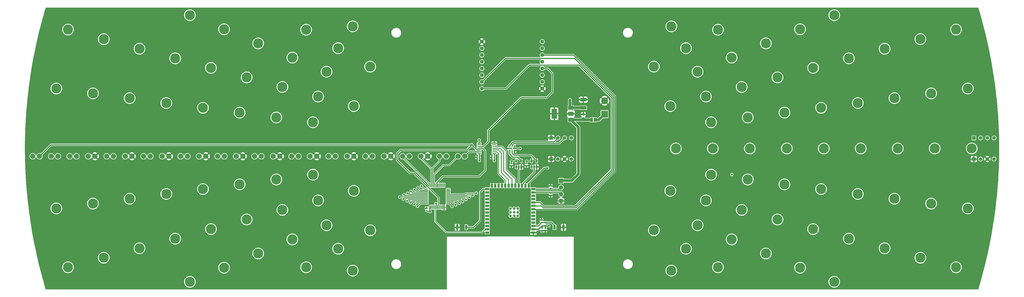
<source format=gbr>
%TF.GenerationSoftware,KiCad,Pcbnew,7.0.8*%
%TF.CreationDate,2023-11-15T16:38:26+01:00*%
%TF.ProjectId,main_board_new-3.2,6d61696e-5f62-46f6-9172-645f6e65772d,rev?*%
%TF.SameCoordinates,Original*%
%TF.FileFunction,Copper,L1,Top*%
%TF.FilePolarity,Positive*%
%FSLAX46Y46*%
G04 Gerber Fmt 4.6, Leading zero omitted, Abs format (unit mm)*
G04 Created by KiCad (PCBNEW 7.0.8) date 2023-11-15 16:38:26*
%MOMM*%
%LPD*%
G01*
G04 APERTURE LIST*
G04 Aperture macros list*
%AMRoundRect*
0 Rectangle with rounded corners*
0 $1 Rounding radius*
0 $2 $3 $4 $5 $6 $7 $8 $9 X,Y pos of 4 corners*
0 Add a 4 corners polygon primitive as box body*
4,1,4,$2,$3,$4,$5,$6,$7,$8,$9,$2,$3,0*
0 Add four circle primitives for the rounded corners*
1,1,$1+$1,$2,$3*
1,1,$1+$1,$4,$5*
1,1,$1+$1,$6,$7*
1,1,$1+$1,$8,$9*
0 Add four rect primitives between the rounded corners*
20,1,$1+$1,$2,$3,$4,$5,0*
20,1,$1+$1,$4,$5,$6,$7,0*
20,1,$1+$1,$6,$7,$8,$9,0*
20,1,$1+$1,$8,$9,$2,$3,0*%
G04 Aperture macros list end*
%TA.AperFunction,ComponentPad*%
%ADD10R,1.368000X1.368000*%
%TD*%
%TA.AperFunction,ComponentPad*%
%ADD11C,1.368000*%
%TD*%
%TA.AperFunction,ComponentPad*%
%ADD12C,3.800000*%
%TD*%
%TA.AperFunction,ComponentPad*%
%ADD13C,1.000000*%
%TD*%
%TA.AperFunction,SMDPad,CuDef*%
%ADD14R,1.500000X0.900000*%
%TD*%
%TA.AperFunction,SMDPad,CuDef*%
%ADD15R,0.900000X1.500000*%
%TD*%
%TA.AperFunction,SMDPad,CuDef*%
%ADD16RoundRect,0.140000X-0.170000X0.140000X-0.170000X-0.140000X0.170000X-0.140000X0.170000X0.140000X0*%
%TD*%
%TA.AperFunction,ComponentPad*%
%ADD17C,2.000000*%
%TD*%
%TA.AperFunction,SMDPad,CuDef*%
%ADD18R,2.000000X1.500000*%
%TD*%
%TA.AperFunction,SMDPad,CuDef*%
%ADD19R,2.000000X3.800000*%
%TD*%
%TA.AperFunction,SMDPad,CuDef*%
%ADD20RoundRect,0.140000X0.170000X-0.140000X0.170000X0.140000X-0.170000X0.140000X-0.170000X-0.140000X0*%
%TD*%
%TA.AperFunction,SMDPad,CuDef*%
%ADD21RoundRect,0.100000X0.637500X0.100000X-0.637500X0.100000X-0.637500X-0.100000X0.637500X-0.100000X0*%
%TD*%
%TA.AperFunction,SMDPad,CuDef*%
%ADD22R,0.900000X1.700000*%
%TD*%
%TA.AperFunction,SMDPad,CuDef*%
%ADD23RoundRect,0.150000X0.150000X-0.512500X0.150000X0.512500X-0.150000X0.512500X-0.150000X-0.512500X0*%
%TD*%
%TA.AperFunction,SMDPad,CuDef*%
%ADD24R,1.000000X1.500000*%
%TD*%
%TA.AperFunction,SMDPad,CuDef*%
%ADD25RoundRect,0.250000X0.925000X-0.412500X0.925000X0.412500X-0.925000X0.412500X-0.925000X-0.412500X0*%
%TD*%
%TA.AperFunction,ComponentPad*%
%ADD26C,1.459990*%
%TD*%
%TA.AperFunction,SMDPad,CuDef*%
%ADD27RoundRect,0.135000X0.185000X-0.135000X0.185000X0.135000X-0.185000X0.135000X-0.185000X-0.135000X0*%
%TD*%
%TA.AperFunction,SMDPad,CuDef*%
%ADD28RoundRect,0.140000X0.140000X0.170000X-0.140000X0.170000X-0.140000X-0.170000X0.140000X-0.170000X0*%
%TD*%
%TA.AperFunction,SMDPad,CuDef*%
%ADD29RoundRect,0.225000X0.250000X-0.225000X0.250000X0.225000X-0.250000X0.225000X-0.250000X-0.225000X0*%
%TD*%
%TA.AperFunction,ComponentPad*%
%ADD30R,1.700000X1.700000*%
%TD*%
%TA.AperFunction,ComponentPad*%
%ADD31O,1.700000X1.700000*%
%TD*%
%TA.AperFunction,SMDPad,CuDef*%
%ADD32R,0.500000X0.800000*%
%TD*%
%TA.AperFunction,SMDPad,CuDef*%
%ADD33R,1.000000X0.500000*%
%TD*%
%TA.AperFunction,SMDPad,CuDef*%
%ADD34R,0.300000X0.800000*%
%TD*%
%TA.AperFunction,SMDPad,CuDef*%
%ADD35R,1.480000X0.500000*%
%TD*%
%TA.AperFunction,SMDPad,CuDef*%
%ADD36RoundRect,0.075000X-0.662500X-0.075000X0.662500X-0.075000X0.662500X0.075000X-0.662500X0.075000X0*%
%TD*%
%TA.AperFunction,SMDPad,CuDef*%
%ADD37RoundRect,0.075000X-0.075000X-0.662500X0.075000X-0.662500X0.075000X0.662500X-0.075000X0.662500X0*%
%TD*%
%TA.AperFunction,ComponentPad*%
%ADD38R,2.600000X2.600000*%
%TD*%
%TA.AperFunction,ComponentPad*%
%ADD39C,2.600000*%
%TD*%
%TA.AperFunction,ViaPad*%
%ADD40C,0.800000*%
%TD*%
%TA.AperFunction,ViaPad*%
%ADD41C,0.700000*%
%TD*%
%TA.AperFunction,ViaPad*%
%ADD42C,1.000000*%
%TD*%
%TA.AperFunction,Conductor*%
%ADD43C,0.400000*%
%TD*%
%TA.AperFunction,Conductor*%
%ADD44C,0.300000*%
%TD*%
%TA.AperFunction,Conductor*%
%ADD45C,0.250000*%
%TD*%
%TA.AperFunction,Conductor*%
%ADD46C,0.500000*%
%TD*%
%TA.AperFunction,Conductor*%
%ADD47C,0.508000*%
%TD*%
%TA.AperFunction,Conductor*%
%ADD48C,1.000000*%
%TD*%
G04 APERTURE END LIST*
D10*
%TO.P,J7,01,01*%
%TO.N,/GND*%
X239800000Y-229000000D03*
D11*
%TO.P,J7,02,02*%
%TO.N,/5V*%
X242340000Y-229000000D03*
%TO.P,J7,03,03*%
%TO.N,/GND*%
X244880000Y-229000000D03*
%TO.P,J7,04,04*%
%TO.N,/5V*%
X247420000Y-229000000D03*
%TD*%
D12*
%TO.P,H1,1*%
%TO.N,N/C*%
X338979248Y-255540647D03*
%TD*%
%TO.P,H1,1*%
%TO.N,N/C*%
X314230038Y-236747357D03*
%TD*%
%TO.P,H1,1*%
%TO.N,N/C*%
X97497791Y-190835886D03*
%TD*%
%TO.P,H1,1*%
%TO.N,N/C*%
X328110266Y-211425276D03*
%TD*%
%TO.P,H1,1*%
%TO.N,N/C*%
X56928906Y-179965486D03*
%TD*%
%TO.P,H1,1*%
%TO.N,N/C*%
X80249050Y-244056824D03*
%TD*%
D13*
%TO.P,U34,*%
%TO.N,*%
X227213000Y-250550000D03*
X227213000Y-249150000D03*
X227213000Y-247750000D03*
X225813000Y-250550000D03*
X225813000Y-249150000D03*
X225813000Y-247750000D03*
X224413000Y-250550000D03*
X224413000Y-249150000D03*
X224413000Y-247750000D03*
D14*
%TO.P,U34,1,GND*%
%TO.N,/GND*%
X233063000Y-256870000D03*
%TO.P,U34,2,3V3*%
%TO.N,/3.3V*%
X233063000Y-255600000D03*
%TO.P,U34,3,EN*%
%TO.N,Net-(U34-EN)*%
X233063000Y-254330000D03*
%TO.P,U34,4,IO4*%
%TO.N,unconnected-(U34-IO4-Pad4)*%
X233063000Y-253060000D03*
%TO.P,U34,5,IO5*%
%TO.N,unconnected-(U34-IO5-Pad5)*%
X233063000Y-251790000D03*
%TO.P,U34,6,IO6*%
%TO.N,unconnected-(U34-IO6-Pad6)*%
X233063000Y-250520000D03*
%TO.P,U34,7,IO7*%
%TO.N,unconnected-(U34-IO7-Pad7)*%
X233063000Y-249250000D03*
%TO.P,U34,8,IO15*%
%TO.N,/LDC_CS*%
X233063000Y-247980000D03*
%TO.P,U34,9,IO16*%
%TO.N,/LDC_INT*%
X233063000Y-246710000D03*
%TO.P,U34,10,IO17*%
%TO.N,/LDC_CLK*%
X233063000Y-245440000D03*
%TO.P,U34,11,IO18*%
%TO.N,unconnected-(U34-IO18-Pad11)*%
X233063000Y-244170000D03*
%TO.P,U34,12,IO8*%
%TO.N,unconnected-(U34-IO8-Pad12)*%
X233063000Y-242900000D03*
%TO.P,U34,13,IO19*%
%TO.N,/USB_D-*%
X233063000Y-241630000D03*
%TO.P,U34,14,IO20*%
%TO.N,/USB_D+*%
X233063000Y-240360000D03*
D15*
%TO.P,U34,15,IO3*%
%TO.N,/QRE_OUT*%
X231298000Y-239110000D03*
%TO.P,U34,16,IO46*%
%TO.N,unconnected-(U34-IO46-Pad16)*%
X230028000Y-239110000D03*
%TO.P,U34,17,IO9*%
%TO.N,/LED_CLK_unbuffered*%
X228758000Y-239110000D03*
%TO.P,U34,18,IO10*%
%TO.N,/LED_DATA_unbuffered*%
X227488000Y-239110000D03*
%TO.P,U34,19,IO11*%
%TO.N,/MISO unbuffered*%
X226218000Y-239110000D03*
%TO.P,U34,20,IO12*%
%TO.N,/CS1 unbuffered*%
X224948000Y-239110000D03*
%TO.P,U34,21,IO13*%
%TO.N,/CLK unbuffered*%
X223678000Y-239110000D03*
%TO.P,U34,22,IO14*%
%TO.N,/MOSI unbuffered*%
X222408000Y-239110000D03*
%TO.P,U34,23,IO21*%
%TO.N,unconnected-(U34-IO21-Pad23)*%
X221138000Y-239110000D03*
%TO.P,U34,24,IO47*%
%TO.N,unconnected-(U34-IO47-Pad24)*%
X219868000Y-239110000D03*
%TO.P,U34,25,IO48*%
%TO.N,unconnected-(U34-IO48-Pad25)*%
X218598000Y-239110000D03*
%TO.P,U34,26,IO45*%
%TO.N,/OE*%
X217328000Y-239110000D03*
D14*
%TO.P,U34,27,IO0*%
%TO.N,Net-(U34-IO0)*%
X215563000Y-240360000D03*
%TO.P,U34,28,IO35*%
%TO.N,unconnected-(U34-IO35-Pad28)*%
X215563000Y-241630000D03*
%TO.P,U34,29,IO36*%
%TO.N,unconnected-(U34-IO36-Pad29)*%
X215563000Y-242900000D03*
%TO.P,U34,30,IO37*%
%TO.N,unconnected-(U34-IO37-Pad30)*%
X215563000Y-244170000D03*
%TO.P,U34,31,IO38*%
%TO.N,unconnected-(U34-IO38-Pad31)*%
X215563000Y-245440000D03*
%TO.P,U34,32,IO39*%
%TO.N,unconnected-(U34-IO39-Pad32)*%
X215563000Y-246710000D03*
%TO.P,U34,33,IO40*%
%TO.N,unconnected-(U34-IO40-Pad33)*%
X215563000Y-247980000D03*
%TO.P,U34,34,IO41*%
%TO.N,unconnected-(U34-IO41-Pad34)*%
X215563000Y-249250000D03*
%TO.P,U34,35,IO42*%
%TO.N,unconnected-(U34-IO42-Pad35)*%
X215563000Y-250520000D03*
%TO.P,U34,36,RXD0*%
%TO.N,unconnected-(U34-RXD0-Pad36)*%
X215563000Y-251790000D03*
%TO.P,U34,37,TXD0*%
%TO.N,unconnected-(U34-TXD0-Pad37)*%
X215563000Y-253060000D03*
%TO.P,U34,38,IO2*%
%TO.N,unconnected-(U34-IO2-Pad38)*%
X215563000Y-254330000D03*
%TO.P,U34,39,IO1*%
%TO.N,/CS0*%
X215563000Y-255600000D03*
%TO.P,U34,40*%
%TO.N,N/C*%
X215563000Y-256870000D03*
%TD*%
D12*
%TO.P,H1,1*%
%TO.N,N/C*%
X147057714Y-180000000D03*
%TD*%
%TO.P,H1,1*%
%TO.N,N/C*%
X346952098Y-275514213D03*
%TD*%
D16*
%TO.P,C1,1*%
%TO.N,/3.3V*%
X237573000Y-255132100D03*
%TO.P,C1,2*%
%TO.N,/GND*%
X237573000Y-256092100D03*
%TD*%
D17*
%TO.P,H45,1,1*%
%TO.N,/3.3V*%
X158100000Y-227939000D03*
%TD*%
%TO.P,H23,1,1*%
%TO.N,/GND*%
X81100000Y-227939000D03*
%TD*%
D12*
%TO.P,H1,1*%
%TO.N,N/C*%
X124543714Y-198082819D03*
%TD*%
%TO.P,H1,1*%
%TO.N,N/C*%
X397511406Y-247711557D03*
%TD*%
%TO.P,H1,1*%
%TO.N,N/C*%
X128916529Y-264799077D03*
%TD*%
%TO.P,H1,1*%
%TO.N,N/C*%
X171306425Y-256000000D03*
%TD*%
%TO.P,H1,1*%
%TO.N,N/C*%
X355870722Y-242229457D03*
%TD*%
%TO.P,H1,1*%
%TO.N,N/C*%
X334017785Y-179843355D03*
%TD*%
%TO.P,H1,1*%
%TO.N,N/C*%
X141850842Y-190558491D03*
%TD*%
D17*
%TO.P,H57,1,1*%
%TO.N,/3.3V*%
X200100000Y-227939000D03*
%TD*%
D12*
%TO.P,H1,1*%
%TO.N,N/C*%
X121889734Y-238574724D03*
%TD*%
%TO.P,H1,1*%
%TO.N,N/C*%
X154785156Y-195916059D03*
%TD*%
D17*
%TO.P,H18,1,1*%
%TO.N,/SS4*%
X64560000Y-227939000D03*
%TD*%
D12*
%TO.P,H1,1*%
%TO.N,N/C*%
X66368822Y-204115809D03*
%TD*%
%TO.P,H1,1*%
%TO.N,N/C*%
X385000000Y-225000000D03*
%TD*%
%TO.P,H1,1*%
%TO.N,N/C*%
X159182069Y-187000000D03*
%TD*%
%TO.P,H1,1*%
%TO.N,N/C*%
X302942286Y-270000000D03*
%TD*%
D10*
%TO.P,J8,01,01*%
%TO.N,/GND*%
X399820000Y-229000000D03*
D11*
%TO.P,J8,02,02*%
%TO.N,/5V*%
X402360000Y-229000000D03*
%TO.P,J8,03,03*%
%TO.N,/GND*%
X404900000Y-229000000D03*
%TO.P,J8,04,04*%
%TO.N,/5V*%
X407440000Y-229000000D03*
%TD*%
D17*
%TO.P,H36,1,1*%
%TO.N,/SS13*%
X127560000Y-227939000D03*
%TD*%
D12*
%TO.P,H1,1*%
%TO.N,N/C*%
X284887401Y-208953219D03*
%TD*%
D18*
%TO.P,IC3,1,IN*%
%TO.N,/V_BUS*%
X247268000Y-214155000D03*
%TO.P,IC3,2,GND_1*%
%TO.N,/GND*%
X247268000Y-211855000D03*
%TO.P,IC3,3,OUT*%
%TO.N,/3.3V*%
X247268000Y-209555000D03*
D19*
%TO.P,IC3,4,GND_2*%
%TO.N,/GND*%
X240968000Y-211855000D03*
%TD*%
D12*
%TO.P,H1,1*%
%TO.N,N/C*%
X128916529Y-185200923D03*
%TD*%
%TO.P,H1,1*%
%TO.N,N/C*%
X366025171Y-187212419D03*
%TD*%
D17*
%TO.P,H15,1,1*%
%TO.N,/MISO*%
X53100000Y-227939000D03*
%TD*%
D12*
%TO.P,H1,1*%
%TO.N,N/C*%
X357000000Y-225000000D03*
%TD*%
D20*
%TO.P,C6,1*%
%TO.N,/GND*%
X224746000Y-231576000D03*
%TO.P,C6,2*%
%TO.N,/5V*%
X224746000Y-230616000D03*
%TD*%
D12*
%TO.P,H1,1*%
%TO.N,N/C*%
X154785156Y-254083941D03*
%TD*%
D21*
%TO.P,IC2,1,VCCA*%
%TO.N,/3.3V*%
X218254500Y-226902000D03*
%TO.P,IC2,2,A1*%
%TO.N,/MOSI unbuffered*%
X218254500Y-226252000D03*
%TO.P,IC2,3,A2*%
%TO.N,/CLK unbuffered*%
X218254500Y-225602000D03*
%TO.P,IC2,4,A3*%
%TO.N,/CS1 unbuffered*%
X218254500Y-224952000D03*
%TO.P,IC2,5,A4Y*%
%TO.N,/MISO unbuffered*%
X218254500Y-224302000D03*
%TO.P,IC2,6,NC_1*%
%TO.N,unconnected-(IC2-NC_1-Pad6)*%
X218254500Y-223652000D03*
%TO.P,IC2,7,GND*%
%TO.N,/GND*%
X218254500Y-223002000D03*
%TO.P,IC2,8,OE*%
%TO.N,/3.3V*%
X212529500Y-223002000D03*
%TO.P,IC2,9,NC_2*%
%TO.N,unconnected-(IC2-NC_2-Pad9)*%
X212529500Y-223652000D03*
%TO.P,IC2,10,B4*%
%TO.N,/MISO*%
X212529500Y-224302000D03*
%TO.P,IC2,11,B3Y*%
%TO.N,/CS1*%
X212529500Y-224952000D03*
%TO.P,IC2,12,B2Y*%
%TO.N,/CLK*%
X212529500Y-225602000D03*
%TO.P,IC2,13,B1Y*%
%TO.N,/MOSI*%
X212529500Y-226252000D03*
%TO.P,IC2,14,VCCB*%
%TO.N,/3.3V*%
X212529500Y-226902000D03*
%TD*%
D17*
%TO.P,H21,1,1*%
%TO.N,/3.3V*%
X74100000Y-227939000D03*
%TD*%
%TO.P,H28,1,1*%
%TO.N,/SS9*%
X99560000Y-227939000D03*
%TD*%
D22*
%TO.P,SW2,1,1*%
%TO.N,/GND*%
X244480000Y-254845000D03*
%TO.P,SW2,2,2*%
%TO.N,Net-(U34-EN)*%
X241080000Y-254845000D03*
%TD*%
D12*
%TO.P,H1,1*%
%TO.N,N/C*%
X83974829Y-187212419D03*
%TD*%
%TO.P,H1,1*%
%TO.N,N/C*%
X383631178Y-245884191D03*
%TD*%
D17*
%TO.P,H54,1,1*%
%TO.N,/SS22*%
X190560000Y-227939000D03*
%TD*%
D12*
%TO.P,H1,1*%
%TO.N,N/C*%
X371000000Y-225000000D03*
%TD*%
D17*
%TO.P,H12,1,1*%
%TO.N,/SS1*%
X43560000Y-227939000D03*
%TD*%
D23*
%TO.P,U1,1,NC*%
%TO.N,unconnected-(U1-NC-Pad1)*%
X232432000Y-231979500D03*
%TO.P,U1,2,A*%
%TO.N,/LED_CLK_unbuffered*%
X233382000Y-231979500D03*
%TO.P,U1,3,GND*%
%TO.N,/GND*%
X234332000Y-231979500D03*
%TO.P,U1,4,Y*%
%TO.N,/LED_CLK*%
X234332000Y-229704500D03*
%TO.P,U1,5,VCC*%
%TO.N,/5V*%
X232432000Y-229704500D03*
%TD*%
D12*
%TO.P,H1,1*%
%TO.N,N/C*%
X393071094Y-270034514D03*
%TD*%
D17*
%TO.P,H46,1,1*%
%TO.N,/SS18*%
X162560000Y-227939000D03*
%TD*%
%TO.P,H16,1,1*%
%TO.N,/SS3*%
X57560000Y-227939000D03*
%TD*%
D12*
%TO.P,H1,1*%
%TO.N,N/C*%
X165112599Y-208953219D03*
%TD*%
D17*
%TO.P,H14,1,1*%
%TO.N,/SS2*%
X50560000Y-227939000D03*
%TD*%
D12*
%TO.P,H1,1*%
%TO.N,N/C*%
X328110266Y-238574724D03*
%TD*%
D20*
%TO.P,C2,1*%
%TO.N,Net-(U34-EN)*%
X236176000Y-253044100D03*
%TO.P,C2,2*%
%TO.N,/GND*%
X236176000Y-252084100D03*
%TD*%
D24*
%TO.P,JP1,1,A*%
%TO.N,/5V*%
X256452000Y-214141000D03*
%TO.P,JP1,2,B*%
%TO.N,/V_BUS*%
X255152000Y-214141000D03*
%TD*%
D17*
%TO.P,H26,1,1*%
%TO.N,/SS8*%
X92560000Y-227939000D03*
%TD*%
D12*
%TO.P,H1,1*%
%TO.N,N/C*%
X352502209Y-259164114D03*
%TD*%
D17*
%TO.P,H22,1,1*%
%TO.N,/SS6*%
X78560000Y-227939000D03*
%TD*%
%TO.P,H43,1,1*%
%TO.N,/GND*%
X151100000Y-227939000D03*
%TD*%
D12*
%TO.P,H1,1*%
%TO.N,N/C*%
X300349809Y-215080009D03*
%TD*%
%TO.P,H1,1*%
%TO.N,N/C*%
X124543714Y-251917181D03*
%TD*%
%TO.P,H1,1*%
%TO.N,N/C*%
X121889734Y-211425276D03*
%TD*%
%TO.P,H1,1*%
%TO.N,N/C*%
X103047902Y-174485787D03*
%TD*%
%TO.P,H1,1*%
%TO.N,N/C*%
X115982215Y-270156645D03*
%TD*%
D25*
%TO.P,C37,1*%
%TO.N,/3.3V*%
X251992000Y-209582500D03*
%TO.P,C37,2*%
%TO.N,/GND*%
X251992000Y-206507500D03*
%TD*%
D26*
%TO.P,J10,1,1*%
%TO.N,/GND*%
X213570000Y-184521000D03*
%TO.P,J10,2,2*%
%TO.N,unconnected-(J10-Pad2)*%
X213570000Y-187061000D03*
%TO.P,J10,3,3*%
%TO.N,unconnected-(J10-Pad3)*%
X213570000Y-189601000D03*
%TO.P,J10,4,4*%
%TO.N,unconnected-(J10-Pad4)*%
X213570000Y-192141000D03*
%TO.P,J10,5,5*%
%TO.N,unconnected-(J10-Pad5)*%
X213570000Y-194681000D03*
%TO.P,J10,6,6*%
%TO.N,unconnected-(J10-Pad6)*%
X213570000Y-197221000D03*
%TO.P,J10,7,7*%
%TO.N,/LDC_INT*%
X213570000Y-199761000D03*
%TO.P,J10,8,8*%
%TO.N,/LDC_CLK*%
X213570000Y-202301000D03*
%TD*%
D12*
%TO.P,H1,1*%
%TO.N,N/C*%
X301000000Y-225000000D03*
%TD*%
%TO.P,H1,1*%
%TO.N,N/C*%
X399000000Y-225000000D03*
%TD*%
%TO.P,H1,1*%
%TO.N,N/C*%
X308149158Y-259441509D03*
%TD*%
%TO.P,H1,1*%
%TO.N,N/C*%
X159182069Y-263000000D03*
%TD*%
D17*
%TO.P,H34,1,1*%
%TO.N,/SS12*%
X120560000Y-227939000D03*
%TD*%
D12*
%TO.P,H1,1*%
%TO.N,N/C*%
X366025171Y-262787581D03*
%TD*%
D17*
%TO.P,H48,1,1*%
%TO.N,/SS19*%
X169560000Y-227939000D03*
%TD*%
%TO.P,H31,1,1*%
%TO.N,/GND*%
X109100000Y-227939000D03*
%TD*%
D12*
%TO.P,H1,1*%
%TO.N,N/C*%
X295214844Y-254083941D03*
%TD*%
%TO.P,H1,1*%
%TO.N,N/C*%
X369750950Y-244056824D03*
%TD*%
%TO.P,H1,1*%
%TO.N,N/C*%
X149650191Y-215080009D03*
%TD*%
%TO.P,H1,1*%
%TO.N,N/C*%
X284887401Y-241046781D03*
%TD*%
D17*
%TO.P,H37,1,1*%
%TO.N,/3.3V*%
X130100000Y-227939000D03*
%TD*%
D12*
%TO.P,H1,1*%
%TO.N,N/C*%
X138066676Y-248293714D03*
%TD*%
%TO.P,H1,1*%
%TO.N,N/C*%
X298410363Y-244670247D03*
%TD*%
D17*
%TO.P,H47,1,1*%
%TO.N,/GND*%
X165100000Y-227939000D03*
%TD*%
D12*
%TO.P,H1,1*%
%TO.N,N/C*%
X311933324Y-248293714D03*
%TD*%
%TO.P,H1,1*%
%TO.N,N/C*%
X165112599Y-241046781D03*
%TD*%
%TO.P,H1,1*%
%TO.N,N/C*%
X115982215Y-179843355D03*
%TD*%
%TO.P,H1,1*%
%TO.N,N/C*%
X141850842Y-259441509D03*
%TD*%
%TO.P,H1,1*%
%TO.N,N/C*%
X97497791Y-259164114D03*
%TD*%
%TO.P,H1,1*%
%TO.N,N/C*%
X52488594Y-202288443D03*
%TD*%
%TO.P,H1,1*%
%TO.N,N/C*%
X314230038Y-213252643D03*
%TD*%
D26*
%TO.P,J9,1,1*%
%TO.N,unconnected-(J9-Pad1)*%
X236430000Y-184521000D03*
%TO.P,J9,2,2*%
%TO.N,unconnected-(J9-Pad2)*%
X236430000Y-187061000D03*
%TO.P,J9,3,3*%
%TO.N,/LDC_CS*%
X236430000Y-189601000D03*
%TO.P,J9,4,4*%
%TO.N,/CLK*%
X236430000Y-192141000D03*
%TO.P,J9,5,5*%
%TO.N,/MISO*%
X236430000Y-194681000D03*
%TO.P,J9,6,6*%
%TO.N,/MOSI*%
X236430000Y-197221000D03*
%TO.P,J9,7,7*%
%TO.N,/3.3V*%
X236430000Y-199761000D03*
%TO.P,J9,8,8*%
%TO.N,/GND*%
X236430000Y-202301000D03*
%TD*%
D12*
%TO.P,H1,1*%
%TO.N,N/C*%
X341990494Y-209597909D03*
%TD*%
D17*
%TO.P,H33,1,1*%
%TO.N,/3.3V*%
X116100000Y-227939000D03*
%TD*%
D27*
%TO.P,R3,1*%
%TO.N,/3.3V*%
X237573000Y-254155450D03*
%TO.P,R3,2*%
%TO.N,Net-(U34-EN)*%
X237573000Y-253135450D03*
%TD*%
D17*
%TO.P,H44,1,1*%
%TO.N,/SS17*%
X155560000Y-227939000D03*
%TD*%
D12*
%TO.P,H1,1*%
%TO.N,N/C*%
X52488594Y-247711557D03*
%TD*%
%TO.P,H1,1*%
%TO.N,N/C*%
X70451868Y-266411047D03*
%TD*%
D20*
%TO.P,C4,1*%
%TO.N,/USB_D+*%
X239605000Y-240145600D03*
%TO.P,C4,2*%
%TO.N,/GND*%
X239605000Y-239185600D03*
%TD*%
D17*
%TO.P,H49,1,1*%
%TO.N,/3.3V*%
X172100000Y-227939000D03*
%TD*%
%TO.P,H20,1,1*%
%TO.N,/SS5*%
X71560000Y-227939000D03*
%TD*%
%TO.P,H58,1,1*%
%TO.N,/SS24*%
X204560000Y-227939000D03*
%TD*%
D12*
%TO.P,H1,1*%
%TO.N,N/C*%
X285294854Y-271265869D03*
%TD*%
%TO.P,H1,1*%
%TO.N,N/C*%
X164705146Y-271265869D03*
%TD*%
%TO.P,H1,1*%
%TO.N,N/C*%
X308149158Y-190558491D03*
%TD*%
%TO.P,H1,1*%
%TO.N,N/C*%
X80249050Y-205943176D03*
%TD*%
%TO.P,H1,1*%
%TO.N,N/C*%
X135769962Y-236747357D03*
%TD*%
%TO.P,H1,1*%
%TO.N,N/C*%
X108009506Y-209597909D03*
%TD*%
D28*
%TO.P,C12,1*%
%TO.N,/3.3V*%
X218317200Y-228352800D03*
%TO.P,C12,2*%
%TO.N,/GND*%
X217357200Y-228352800D03*
%TD*%
D12*
%TO.P,H1,1*%
%TO.N,N/C*%
X341990494Y-240402091D03*
%TD*%
%TO.P,H1,1*%
%TO.N,N/C*%
X379548132Y-183588953D03*
%TD*%
%TO.P,H1,1*%
%TO.N,N/C*%
X321083471Y-264799077D03*
%TD*%
D29*
%TO.P,C38,1*%
%TO.N,/V_BUS*%
X251992000Y-213646000D03*
%TO.P,C38,2*%
%TO.N,/GND*%
X251992000Y-212096000D03*
%TD*%
D16*
%TO.P,C3,1*%
%TO.N,/USB_D-*%
X239595400Y-241900800D03*
%TO.P,C3,2*%
%TO.N,/GND*%
X239595400Y-242860800D03*
%TD*%
D12*
%TO.P,H1,1*%
%TO.N,N/C*%
X83974829Y-262787581D03*
%TD*%
D17*
%TO.P,H25,1,1*%
%TO.N,/3.3V*%
X88100000Y-227939000D03*
%TD*%
D12*
%TO.P,H1,1*%
%TO.N,N/C*%
X111020752Y-255540647D03*
%TD*%
%TO.P,H1,1*%
%TO.N,N/C*%
X290817931Y-263000000D03*
%TD*%
D30*
%TO.P,J1,1*%
%TO.N,/V_BUS*%
X243528000Y-237215000D03*
D31*
%TO.P,J1,2*%
%TO.N,/USB_D+*%
X243528000Y-239755000D03*
%TO.P,J1,3*%
%TO.N,/USB_D-*%
X243528000Y-242295000D03*
%TO.P,J1,4*%
%TO.N,/GND*%
X243528000Y-244835000D03*
%TD*%
D12*
%TO.P,H1,1*%
%TO.N,N/C*%
X138066676Y-201706286D03*
%TD*%
D17*
%TO.P,H24,1,1*%
%TO.N,/SS7*%
X85560000Y-227939000D03*
%TD*%
%TO.P,H40,1,1*%
%TO.N,/SS15*%
X141560000Y-227939000D03*
%TD*%
D12*
%TO.P,H1,1*%
%TO.N,N/C*%
X149650191Y-234919991D03*
%TD*%
%TO.P,H1,1*%
%TO.N,N/C*%
X151589637Y-244670247D03*
%TD*%
D32*
%TO.P,D1,1,VDD*%
%TO.N,/5V*%
X225900000Y-224150000D03*
D33*
X225830000Y-225000000D03*
D34*
%TO.P,D1,2,CKO*%
%TO.N,/LED_CLK*%
X225000000Y-224150000D03*
D32*
%TO.P,D1,3,SDO*%
%TO.N,/LED_DATA*%
X224100000Y-224150000D03*
%TO.P,D1,4,SDI*%
X224100000Y-225850000D03*
D34*
%TO.P,D1,5,CKI*%
%TO.N,/LED_CLK*%
X225000000Y-225850000D03*
D35*
%TO.P,D1,6,GND*%
%TO.N,/GND*%
X224410000Y-225000000D03*
D32*
X225900000Y-225850000D03*
%TD*%
D12*
%TO.P,H1,1*%
%TO.N,N/C*%
X56928906Y-270034514D03*
%TD*%
D17*
%TO.P,H50,1,1*%
%TO.N,/SS20*%
X176560000Y-227939000D03*
%TD*%
D12*
%TO.P,H1,1*%
%TO.N,N/C*%
X315000000Y-225000000D03*
%TD*%
%TO.P,H1,1*%
%TO.N,N/C*%
X94129278Y-242229457D03*
%TD*%
%TO.P,H1,1*%
%TO.N,N/C*%
X325456286Y-198082819D03*
%TD*%
D17*
%TO.P,H35,1,1*%
%TO.N,/GND*%
X123100000Y-227939000D03*
%TD*%
D12*
%TO.P,H1,1*%
%TO.N,N/C*%
X355870722Y-207770543D03*
%TD*%
D20*
%TO.P,C5,1*%
%TO.N,/GND*%
X230461000Y-231562000D03*
%TO.P,C5,2*%
%TO.N,/5V*%
X230461000Y-230602000D03*
%TD*%
D16*
%TO.P,C36,1*%
%TO.N,/3.3V*%
X236371000Y-255132100D03*
%TO.P,C36,2*%
%TO.N,/GND*%
X236371000Y-256092100D03*
%TD*%
D17*
%TO.P,H41,1,1*%
%TO.N,/3.3V*%
X144100000Y-227939000D03*
%TD*%
D12*
%TO.P,H1,1*%
%TO.N,N/C*%
X278693575Y-194000000D03*
%TD*%
%TO.P,H1,1*%
%TO.N,N/C*%
X290817931Y-187000000D03*
%TD*%
%TO.P,H1,1*%
%TO.N,N/C*%
X346952098Y-174485787D03*
%TD*%
D17*
%TO.P,H29,1,1*%
%TO.N,/3.3V*%
X102100000Y-227939000D03*
%TD*%
%TO.P,H13,1,1*%
%TO.N,/CLK*%
X46100000Y-227939000D03*
%TD*%
D12*
%TO.P,H1,1*%
%TO.N,N/C*%
X383631178Y-204115809D03*
%TD*%
D20*
%TO.P,C34,1*%
%TO.N,/3.3V*%
X192683000Y-248621000D03*
%TO.P,C34,2*%
%TO.N,/GND*%
X192683000Y-247661000D03*
%TD*%
D12*
%TO.P,H1,1*%
%TO.N,N/C*%
X66368822Y-245884191D03*
%TD*%
D17*
%TO.P,H38,1,1*%
%TO.N,/SS14*%
X134560000Y-227939000D03*
%TD*%
D12*
%TO.P,H1,1*%
%TO.N,N/C*%
X300349809Y-234919991D03*
%TD*%
D28*
%TO.P,C35,1*%
%TO.N,/3.3V*%
X212719000Y-228356000D03*
%TO.P,C35,2*%
%TO.N,/GND*%
X211759000Y-228356000D03*
%TD*%
D12*
%TO.P,H1,1*%
%TO.N,N/C*%
X111020752Y-194459353D03*
%TD*%
D17*
%TO.P,H53,1,1*%
%TO.N,/3.3V*%
X186100000Y-227939000D03*
%TD*%
D10*
%TO.P,J6,01,01*%
%TO.N,/5V*%
X399820000Y-221000000D03*
D11*
%TO.P,J6,02,02*%
%TO.N,unconnected-(J6-Pad02)*%
X402360000Y-221000000D03*
%TO.P,J6,03,03*%
%TO.N,unconnected-(J6-Pad03)*%
X404900000Y-221000000D03*
%TO.P,J6,04,04*%
%TO.N,/5V*%
X407440000Y-221000000D03*
%TD*%
D12*
%TO.P,H1,1*%
%TO.N,N/C*%
X369750950Y-205943176D03*
%TD*%
%TO.P,H1,1*%
%TO.N,N/C*%
X164705146Y-178734131D03*
%TD*%
%TO.P,H1,1*%
%TO.N,N/C*%
X393071094Y-179965486D03*
%TD*%
D17*
%TO.P,H55,1,1*%
%TO.N,/GND*%
X193100000Y-227939000D03*
%TD*%
D12*
%TO.P,H1,1*%
%TO.N,N/C*%
X397511406Y-202288443D03*
%TD*%
D17*
%TO.P,H59,1,1*%
%TO.N,/MOSI*%
X207100000Y-227939000D03*
%TD*%
D22*
%TO.P,SW1,1,1*%
%TO.N,/GND*%
X204250000Y-254845000D03*
%TO.P,SW1,2,2*%
%TO.N,Net-(U34-IO0)*%
X207650000Y-254845000D03*
%TD*%
D12*
%TO.P,H1,1*%
%TO.N,N/C*%
X171306425Y-194000000D03*
%TD*%
%TO.P,H1,1*%
%TO.N,N/C*%
X147057714Y-270000000D03*
%TD*%
D23*
%TO.P,U2,1,NC*%
%TO.N,unconnected-(U2-NC-Pad1)*%
X226590000Y-231979500D03*
%TO.P,U2,2,A*%
%TO.N,/LED_DATA_unbuffered*%
X227540000Y-231979500D03*
%TO.P,U2,3,GND*%
%TO.N,/GND*%
X228490000Y-231979500D03*
%TO.P,U2,4,Y*%
%TO.N,/LED_DATA*%
X228490000Y-229704500D03*
%TO.P,U2,5,VCC*%
%TO.N,/5V*%
X226590000Y-229704500D03*
%TD*%
D12*
%TO.P,H1,1*%
%TO.N,N/C*%
X295214844Y-195916059D03*
%TD*%
%TO.P,H1,1*%
%TO.N,N/C*%
X302942286Y-180000000D03*
%TD*%
D17*
%TO.P,H19,1,1*%
%TO.N,/GND*%
X67100000Y-227939000D03*
%TD*%
D12*
%TO.P,H1,1*%
%TO.N,N/C*%
X352502209Y-190835886D03*
%TD*%
%TO.P,H1,1*%
%TO.N,N/C*%
X135769962Y-213252643D03*
%TD*%
%TO.P,H1,1*%
%TO.N,N/C*%
X379548132Y-266411047D03*
%TD*%
%TO.P,H1,1*%
%TO.N,N/C*%
X321083471Y-185200923D03*
%TD*%
%TO.P,H1,1*%
%TO.N,N/C*%
X334017785Y-270156645D03*
%TD*%
D17*
%TO.P,H27,1,1*%
%TO.N,/GND*%
X95100000Y-227939000D03*
%TD*%
%TO.P,H39,1,1*%
%TO.N,/GND*%
X137100000Y-227939000D03*
%TD*%
D10*
%TO.P,J5,01,01*%
%TO.N,/GND*%
X239800000Y-221000000D03*
D11*
%TO.P,J5,02,02*%
%TO.N,/LED_DATA*%
X242340000Y-221000000D03*
%TO.P,J5,03,03*%
%TO.N,/LED_CLK*%
X244880000Y-221000000D03*
%TO.P,J5,04,04*%
%TO.N,/5V*%
X247420000Y-221000000D03*
%TD*%
D12*
%TO.P,H1,1*%
%TO.N,N/C*%
X298410363Y-205329753D03*
%TD*%
%TO.P,H1,1*%
%TO.N,N/C*%
X94129278Y-207770543D03*
%TD*%
%TO.P,H1,1*%
%TO.N,N/C*%
X108009506Y-240402091D03*
%TD*%
%TO.P,H1,1*%
%TO.N,N/C*%
X311933324Y-201706286D03*
%TD*%
%TO.P,H1,1*%
%TO.N,N/C*%
X325456286Y-251917181D03*
%TD*%
%TO.P,H1,1*%
%TO.N,N/C*%
X70451868Y-183588953D03*
%TD*%
D17*
%TO.P,H32,1,1*%
%TO.N,/SS11*%
X113560000Y-227939000D03*
%TD*%
%TO.P,H52,1,1*%
%TO.N,/SS21*%
X183560000Y-227939000D03*
%TD*%
%TO.P,H30,1,1*%
%TO.N,/SS10*%
X106560000Y-227939000D03*
%TD*%
D12*
%TO.P,H1,1*%
%TO.N,N/C*%
X329000000Y-225000000D03*
%TD*%
D17*
%TO.P,H17,1,1*%
%TO.N,/3.3V*%
X60100000Y-227939000D03*
%TD*%
D12*
%TO.P,H1,1*%
%TO.N,N/C*%
X338979248Y-194459353D03*
%TD*%
D17*
%TO.P,H51,1,1*%
%TO.N,/GND*%
X179100000Y-227939000D03*
%TD*%
%TO.P,H56,1,1*%
%TO.N,/SS23*%
X197560000Y-227939000D03*
%TD*%
D12*
%TO.P,H1,1*%
%TO.N,N/C*%
X278693575Y-256000000D03*
%TD*%
%TO.P,H1,1*%
%TO.N,N/C*%
X103047902Y-275514213D03*
%TD*%
%TO.P,H1,1*%
%TO.N,N/C*%
X287000000Y-225000000D03*
%TD*%
%TO.P,H1,1*%
%TO.N,N/C*%
X151589637Y-205329753D03*
%TD*%
%TO.P,H1,1*%
%TO.N,N/C*%
X285294854Y-178734131D03*
%TD*%
%TO.P,H1,1*%
%TO.N,N/C*%
X343000000Y-225000000D03*
%TD*%
D17*
%TO.P,H42,1,1*%
%TO.N,/SS16*%
X148560000Y-227939000D03*
%TD*%
D36*
%TO.P,IC1,1,S12*%
%TO.N,/SS20*%
X192499452Y-240348000D03*
%TO.P,IC1,2,S11*%
%TO.N,/SS19*%
X192499452Y-240848000D03*
%TO.P,IC1,3,S10*%
%TO.N,/SS18*%
X192499452Y-241348000D03*
%TO.P,IC1,4,S9*%
%TO.N,/SS17*%
X192499452Y-241848000D03*
%TO.P,IC1,5,S8*%
%TO.N,/SS16*%
X192499452Y-242348000D03*
%TO.P,IC1,6,S7*%
%TO.N,/SS15*%
X192499452Y-242848000D03*
%TO.P,IC1,7,S6*%
%TO.N,/SS14*%
X192499452Y-243348000D03*
%TO.P,IC1,8,S5*%
%TO.N,/SS13*%
X192499452Y-243848000D03*
%TO.P,IC1,9,S4*%
%TO.N,/SS12*%
X192499452Y-244348000D03*
%TO.P,IC1,10,S3*%
%TO.N,/SS11*%
X192499452Y-244848000D03*
%TO.P,IC1,11,S2*%
%TO.N,/SS10*%
X192499452Y-245348000D03*
%TO.P,IC1,12,S1*%
%TO.N,/SS9*%
X192499452Y-245848000D03*
D37*
%TO.P,IC1,13,VDD_1*%
%TO.N,/3.3V*%
X193911952Y-247260500D03*
%TO.P,IC1,14,VDD_2*%
X194411952Y-247260500D03*
%TO.P,IC1,15,NC_1*%
%TO.N,unconnected-(IC1-NC_1-Pad15)*%
X194911952Y-247260500D03*
%TO.P,IC1,16,NC_2*%
%TO.N,unconnected-(IC1-NC_2-Pad16)*%
X195411952Y-247260500D03*
%TO.P,IC1,17,~{SYNC}*%
%TO.N,/CS0*%
X195911952Y-247260500D03*
%TO.P,IC1,18,DIN*%
%TO.N,/MOSI*%
X196411952Y-247260500D03*
%TO.P,IC1,19,SCLK*%
%TO.N,/CLK*%
X196911952Y-247260500D03*
%TO.P,IC1,20,NC_3*%
%TO.N,unconnected-(IC1-NC_3-Pad20)*%
X197411952Y-247260500D03*
%TO.P,IC1,21,NC_4*%
%TO.N,unconnected-(IC1-NC_4-Pad21)*%
X197911952Y-247260500D03*
%TO.P,IC1,22,NC_5*%
%TO.N,unconnected-(IC1-NC_5-Pad22)*%
X198411952Y-247260500D03*
%TO.P,IC1,23,GND*%
%TO.N,/GND*%
X198911952Y-247260500D03*
%TO.P,IC1,24,VSS*%
X199411952Y-247260500D03*
D36*
%TO.P,IC1,25,S17*%
%TO.N,/SS8*%
X200824452Y-245848000D03*
%TO.P,IC1,26,S18*%
%TO.N,/SS7*%
X200824452Y-245348000D03*
%TO.P,IC1,27,S19*%
%TO.N,/SS6*%
X200824452Y-244848000D03*
%TO.P,IC1,28,S20*%
%TO.N,/SS5*%
X200824452Y-244348000D03*
%TO.P,IC1,29,S21*%
%TO.N,/SS4*%
X200824452Y-243848000D03*
%TO.P,IC1,30,S22*%
%TO.N,/SS3*%
X200824452Y-243348000D03*
%TO.P,IC1,31,S23*%
%TO.N,/SS2*%
X200824452Y-242848000D03*
%TO.P,IC1,32,S24*%
%TO.N,/SS1*%
X200824452Y-242348000D03*
%TO.P,IC1,33,S25*%
%TO.N,/SS25*%
X200824452Y-241848000D03*
%TO.P,IC1,34,S26*%
%TO.N,/SS26*%
X200824452Y-241348000D03*
%TO.P,IC1,35,S27*%
%TO.N,/SS27*%
X200824452Y-240848000D03*
%TO.P,IC1,36,S28*%
%TO.N,/SS28*%
X200824452Y-240348000D03*
D37*
%TO.P,IC1,37,S29*%
%TO.N,/SS29*%
X199411952Y-238935500D03*
%TO.P,IC1,38,S30*%
%TO.N,/SS30*%
X198911952Y-238935500D03*
%TO.P,IC1,39,S31*%
%TO.N,/SS31*%
X198411952Y-238935500D03*
%TO.P,IC1,40,S32*%
%TO.N,/SS32*%
X197911952Y-238935500D03*
%TO.P,IC1,41,NC_6*%
%TO.N,unconnected-(IC1-NC_6-Pad41)*%
X197411952Y-238935500D03*
%TO.P,IC1,42,NC_7*%
%TO.N,unconnected-(IC1-NC_7-Pad42)*%
X196911952Y-238935500D03*
%TO.P,IC1,43,D*%
%TO.N,/CS1*%
X196411952Y-238935500D03*
%TO.P,IC1,44,NC_8*%
%TO.N,unconnected-(IC1-NC_8-Pad44)*%
X195911952Y-238935500D03*
%TO.P,IC1,45,S16*%
%TO.N,/SS24*%
X195411952Y-238935500D03*
%TO.P,IC1,46,S15*%
%TO.N,/SS23*%
X194911952Y-238935500D03*
%TO.P,IC1,47,S14*%
%TO.N,/SS22*%
X194411952Y-238935500D03*
%TO.P,IC1,48,S13*%
%TO.N,/SS21*%
X193911952Y-238935500D03*
%TD*%
D38*
%TO.P,J11,1,Pin_1*%
%TO.N,/5V*%
X260000000Y-212000000D03*
D39*
%TO.P,J11,2,Pin_2*%
%TO.N,/GND*%
X260000000Y-206920000D03*
%TD*%
D40*
%TO.N,/GND*%
X224746000Y-232518400D03*
D41*
X235125000Y-257979000D03*
X203375000Y-257979000D03*
X248739400Y-267453200D03*
X208455000Y-257979000D03*
X199869800Y-259884000D03*
X199869800Y-275124000D03*
X199869800Y-266234000D03*
X248739400Y-277613200D03*
X209725000Y-257979000D03*
X228775000Y-257979000D03*
X240205000Y-257979000D03*
X237665000Y-257979000D03*
X233855000Y-257979000D03*
X248739400Y-273803200D03*
X218615000Y-257979000D03*
X199869800Y-277664000D03*
X246555000Y-257979000D03*
X216075000Y-257979000D03*
X199869800Y-258614000D03*
X221155000Y-257979000D03*
X236395000Y-257979000D03*
X207185000Y-257979000D03*
X200835000Y-257979000D03*
X219885000Y-257979000D03*
X199869800Y-261154000D03*
X244015000Y-257979000D03*
X242745000Y-257979000D03*
X248739400Y-272533200D03*
X222425000Y-257979000D03*
X199869800Y-276394000D03*
X248739400Y-259833200D03*
X248739400Y-262373200D03*
X248739400Y-276343200D03*
X248739400Y-268723200D03*
D40*
X209832607Y-222604672D03*
X219843800Y-196069400D03*
D41*
X232585000Y-257979000D03*
X199869800Y-267504000D03*
X199869800Y-270044000D03*
D40*
X195161952Y-245838309D03*
D41*
X213535000Y-257979000D03*
X205915000Y-257979000D03*
X241475000Y-257979000D03*
X248739400Y-269993200D03*
X202105000Y-257979000D03*
X248739400Y-263643200D03*
X204645000Y-257979000D03*
X248739400Y-258563200D03*
X199869800Y-273854000D03*
X199869800Y-262424000D03*
X231315000Y-257979000D03*
X213331800Y-254397600D03*
X214805000Y-257979000D03*
X226235000Y-257979000D03*
X227505000Y-257979000D03*
X248739400Y-264913200D03*
X248739400Y-266183200D03*
X210995000Y-257979000D03*
X217345000Y-257979000D03*
X230045000Y-257979000D03*
X223695000Y-257979000D03*
X199869800Y-268774000D03*
X199869800Y-264964000D03*
D40*
X199161952Y-248977600D03*
D41*
X238935000Y-257979000D03*
X212265000Y-257979000D03*
D40*
X238492000Y-233382000D03*
X223679200Y-198177600D03*
D41*
X199869800Y-272584000D03*
X224965000Y-257979000D03*
X245285000Y-257979000D03*
X199869800Y-271314000D03*
X248739400Y-261103200D03*
X247825000Y-257979000D03*
X248739400Y-275073200D03*
X248739400Y-271263200D03*
D40*
X210877600Y-228327400D03*
D41*
X199869800Y-263694000D03*
D40*
%TO.N,/3.3V*%
X218282000Y-229626000D03*
X212567000Y-221752000D03*
D42*
X246912000Y-207814000D03*
X246910600Y-206645600D03*
D40*
X238911000Y-254278100D03*
X308184997Y-234907000D03*
X212633000Y-229626000D03*
X193953000Y-248939000D03*
%TO.N,/SS12*%
X185249000Y-244837400D03*
%TO.N,/SS11*%
X186569800Y-245548600D03*
%TO.N,/SS10*%
X188017600Y-246183600D03*
%TO.N,/SS9*%
X189262200Y-246920200D03*
%TO.N,/SS8*%
X202261952Y-246998000D03*
%TO.N,/SS7*%
X203661952Y-246398000D03*
%TO.N,/SS6*%
X205000000Y-245798000D03*
%TO.N,/SS5*%
X206270000Y-245098000D03*
%TO.N,/SS4*%
X207540000Y-244359000D03*
%TO.N,/SS3*%
X208810000Y-243470000D03*
%TO.N,/SS2*%
X210161952Y-242749500D03*
%TO.N,/SS1*%
X211461952Y-241898000D03*
%TO.N,/MOSI*%
X196161371Y-245851223D03*
%TO.N,/CLK*%
X209826600Y-223612800D03*
%TO.N,/SS17*%
X186747600Y-241256000D03*
%TO.N,/SS18*%
X188068400Y-240595600D03*
%TO.N,/SS19*%
X189338400Y-239884400D03*
%TO.N,/SS20*%
X190659200Y-239173200D03*
%TO.N,/SS16*%
X185452200Y-241967200D03*
%TO.N,/SS15*%
X184094000Y-242538000D03*
%TO.N,/SS14*%
X182455000Y-243415000D03*
%TO.N,/SS13*%
X183852000Y-244177000D03*
%TO.N,/5V*%
X228048000Y-225000000D03*
X230461000Y-229812000D03*
X224746000Y-229826000D03*
%TO.N,/QRE_OUT*%
X238477000Y-232381000D03*
%TD*%
D43*
%TO.N,Net-(U34-IO0)*%
X210395000Y-254845000D02*
X212935000Y-252305000D01*
X207650000Y-254845000D02*
X210395000Y-254845000D01*
X212935000Y-252305000D02*
X212935000Y-241510000D01*
X214085000Y-240360000D02*
X215563000Y-240360000D01*
X212935000Y-241510000D02*
X214085000Y-240360000D01*
D44*
%TO.N,/CLK unbuffered*%
X220901000Y-226660800D02*
X220901000Y-234109000D01*
X218254500Y-225602000D02*
X219842200Y-225602000D01*
X220901000Y-234109000D02*
X223678000Y-236886000D01*
X219842200Y-225602000D02*
X220901000Y-226660800D01*
X223678000Y-236886000D02*
X223678000Y-239110000D01*
%TO.N,/MISO unbuffered*%
X222780600Y-233067600D02*
X226218000Y-236505000D01*
X221183800Y-224302000D02*
X222780600Y-225898800D01*
X218254500Y-224302000D02*
X221183800Y-224302000D01*
X226218000Y-236505000D02*
X226218000Y-239110000D01*
X222780600Y-225898800D02*
X222780600Y-233067600D01*
%TO.N,/MOSI unbuffered*%
X222408000Y-237054000D02*
X222408000Y-239110000D01*
X219933000Y-234579000D02*
X222408000Y-237054000D01*
X219171400Y-226252000D02*
X219933000Y-227013600D01*
X218254500Y-226252000D02*
X219171400Y-226252000D01*
X219933000Y-227013600D02*
X219933000Y-234579000D01*
D45*
%TO.N,/CS0*%
X200161952Y-256848000D02*
X213565000Y-256848000D01*
X195911952Y-247260500D02*
X195911952Y-252598000D01*
X214813000Y-255600000D02*
X215563000Y-255600000D01*
X195911952Y-252598000D02*
X200161952Y-256848000D01*
X213565000Y-256848000D02*
X214813000Y-255600000D01*
D44*
%TO.N,/CS1 unbuffered*%
X218254500Y-224952000D02*
X220462200Y-224952000D01*
X221866200Y-233569600D02*
X224948000Y-236651400D01*
X224948000Y-236651400D02*
X224948000Y-239110000D01*
X221866200Y-226356000D02*
X221866200Y-233569600D01*
X220462200Y-224952000D02*
X221866200Y-226356000D01*
D43*
%TO.N,/LED_CLK*%
X234332000Y-229704500D02*
X232167500Y-227540000D01*
X242820000Y-223060000D02*
X244880000Y-221000000D01*
X225762000Y-227540000D02*
X225000000Y-226778000D01*
X225000000Y-223750000D02*
X225690000Y-223060000D01*
X225000000Y-224150000D02*
X225000000Y-223750000D01*
X225690000Y-223060000D02*
X242820000Y-223060000D01*
X232167500Y-227540000D02*
X225762000Y-227540000D01*
X225000000Y-226778000D02*
X225000000Y-225850000D01*
%TO.N,/LED_DATA*%
X227087500Y-228302000D02*
X225254000Y-228302000D01*
X224100000Y-223750000D02*
X225390000Y-222460000D01*
X224100000Y-224150000D02*
X224100000Y-223750000D01*
X240880000Y-222460000D02*
X242340000Y-221000000D01*
X225390000Y-222460000D02*
X240880000Y-222460000D01*
X228490000Y-229704500D02*
X227087500Y-228302000D01*
X224100000Y-227148000D02*
X224100000Y-225850000D01*
X225254000Y-228302000D02*
X224100000Y-227148000D01*
D44*
%TO.N,/GND*%
X198911952Y-247198000D02*
X199411952Y-247198000D01*
D46*
%TO.N,/3.3V*%
X193911952Y-247198000D02*
X193911952Y-248897952D01*
D47*
X235083100Y-255600000D02*
X233063000Y-255600000D01*
D48*
X246910600Y-209197600D02*
X247268000Y-209555000D01*
D43*
X212567000Y-221752000D02*
X212529500Y-221789500D01*
X237573000Y-255165100D02*
X237573000Y-254439100D01*
X236371000Y-255165100D02*
X236371000Y-254312100D01*
X218254500Y-226902000D02*
X218282000Y-226929500D01*
D44*
X193953000Y-248939000D02*
X193064000Y-248939000D01*
D46*
X236371000Y-254312100D02*
X237446000Y-254312100D01*
D43*
X212529500Y-223002000D02*
X212567000Y-222964500D01*
D44*
X193064000Y-248939000D02*
X192683000Y-248558000D01*
D43*
X237573000Y-254439100D02*
X237446000Y-254312100D01*
D47*
X236371000Y-254312100D02*
X235083100Y-255600000D01*
D44*
X192683000Y-248558000D02*
X192683000Y-248501000D01*
D46*
X193911952Y-248897952D02*
X193953000Y-248939000D01*
D48*
X246910600Y-206645600D02*
X246910600Y-209197600D01*
D46*
X237446000Y-254312100D02*
X238877000Y-254312100D01*
D43*
X212633000Y-226929500D02*
X212633000Y-229626000D01*
X212567000Y-222964500D02*
X212567000Y-221752000D01*
D46*
X238911000Y-254278100D02*
X238877000Y-254312100D01*
D44*
X193911952Y-247198000D02*
X194311952Y-247198000D01*
D43*
X218282000Y-226929500D02*
X218282000Y-229626000D01*
D48*
X247268000Y-209555000D02*
X251913500Y-209555000D01*
D44*
%TO.N,/SS12*%
X185249000Y-244837400D02*
X185738400Y-244348000D01*
X185738400Y-244348000D02*
X192561952Y-244348000D01*
%TO.N,/SS11*%
X187270400Y-244848000D02*
X192561952Y-244848000D01*
X186569800Y-245548600D02*
X187270400Y-244848000D01*
%TO.N,/SS10*%
X188853200Y-245348000D02*
X192561952Y-245348000D01*
X188017600Y-246183600D02*
X188853200Y-245348000D01*
%TO.N,/SS9*%
X189262200Y-246920200D02*
X190334400Y-245848000D01*
X190334400Y-245848000D02*
X192561952Y-245848000D01*
%TO.N,/SS8*%
X201111952Y-245848000D02*
X200761952Y-245848000D01*
X202261952Y-246998000D02*
X201111952Y-245848000D01*
%TO.N,/SS7*%
X203661952Y-246398000D02*
X202611952Y-245348000D01*
X202611952Y-245348000D02*
X200761952Y-245348000D01*
%TO.N,/SS6*%
X205000000Y-245798000D02*
X204050000Y-244848000D01*
X204050000Y-244848000D02*
X200761952Y-244848000D01*
%TO.N,/SS5*%
X205520000Y-244348000D02*
X200761952Y-244348000D01*
X206270000Y-245098000D02*
X205520000Y-244348000D01*
%TO.N,/SS4*%
X200761952Y-243848000D02*
X207029000Y-243848000D01*
X207029000Y-243848000D02*
X207540000Y-244359000D01*
%TO.N,/SS3*%
X208688000Y-243348000D02*
X208810000Y-243470000D01*
X200761952Y-243348000D02*
X208688000Y-243348000D01*
%TO.N,/SS2*%
X208000000Y-242600000D02*
X207752000Y-242848000D01*
X210161952Y-242749500D02*
X210012452Y-242600000D01*
X210012452Y-242600000D02*
X208000000Y-242600000D01*
X207752000Y-242848000D02*
X200761952Y-242848000D01*
%TO.N,/SS1*%
X211359952Y-242000000D02*
X207500000Y-242000000D01*
X207500000Y-242000000D02*
X207152000Y-242348000D01*
X207152000Y-242348000D02*
X200761952Y-242348000D01*
X211461952Y-241898000D02*
X211359952Y-242000000D01*
D43*
%TO.N,/MOSI*%
X207100000Y-227939000D02*
X208787000Y-226252000D01*
D44*
X196161371Y-245851223D02*
X196161371Y-246171377D01*
X196411952Y-246421958D02*
X196411952Y-247260500D01*
D43*
X208787000Y-226252000D02*
X212529500Y-226252000D01*
D44*
X196161371Y-246171377D02*
X196411952Y-246421958D01*
D43*
%TO.N,/CLK*%
X209811000Y-223628400D02*
X50410600Y-223628400D01*
X186411952Y-234348000D02*
X181492000Y-229428048D01*
X197192000Y-243631296D02*
X187908704Y-234348000D01*
X211734892Y-225602000D02*
X212529500Y-225602000D01*
X209826600Y-223693708D02*
X211734892Y-225602000D01*
X209826600Y-223612800D02*
X209826600Y-223693708D01*
X50410600Y-223628400D02*
X46100000Y-227939000D01*
X182750200Y-225594000D02*
X207845400Y-225594000D01*
D45*
X196911952Y-246457314D02*
X196911952Y-247260500D01*
D43*
X181492000Y-226852200D02*
X182750200Y-225594000D01*
D45*
X197192000Y-246177266D02*
X196911952Y-246457314D01*
D43*
X187908704Y-234348000D02*
X186411952Y-234348000D01*
X181492000Y-229428048D02*
X181492000Y-226852200D01*
X209826600Y-223612800D02*
X209811000Y-223628400D01*
X197192000Y-246077305D02*
X197192000Y-243631296D01*
X207845400Y-225594000D02*
X209826600Y-223612800D01*
D44*
%TO.N,/SS17*%
X187339600Y-241848000D02*
X192561952Y-241848000D01*
X186747600Y-241256000D02*
X187339600Y-241848000D01*
%TO.N,/SS18*%
X188068400Y-240595600D02*
X188820800Y-241348000D01*
X188820800Y-241348000D02*
X192561952Y-241348000D01*
%TO.N,/SS19*%
X189338400Y-239884400D02*
X190302000Y-240848000D01*
X190302000Y-240848000D02*
X192561952Y-240848000D01*
%TO.N,/SS20*%
X191834000Y-240348000D02*
X192561952Y-240348000D01*
X190659200Y-239173200D02*
X191834000Y-240348000D01*
%TO.N,/SS21*%
X183560000Y-228583548D02*
X183560000Y-227939000D01*
X193911952Y-238935500D02*
X193911952Y-238598000D01*
X193911952Y-238598000D02*
X183560000Y-228246048D01*
X183560000Y-228246048D02*
X183560000Y-227939000D01*
%TO.N,/SS22*%
X194411952Y-232588152D02*
X190560000Y-228736200D01*
X194411952Y-238935500D02*
X194411952Y-232588152D01*
X190560000Y-228736200D02*
X190560000Y-227939000D01*
%TO.N,/SS23*%
X194911952Y-232431248D02*
X197560000Y-229783200D01*
X194911952Y-238935500D02*
X194911952Y-232431248D01*
X197560000Y-229783200D02*
X197560000Y-227939000D01*
%TO.N,/SS24*%
X195411952Y-238935500D02*
X195411952Y-234903048D01*
X199015800Y-231299200D02*
X201199800Y-231299200D01*
X195411952Y-234903048D02*
X199015800Y-231299200D01*
X201199800Y-231299200D02*
X204560000Y-227939000D01*
D43*
%TO.N,/CS1*%
X196411952Y-238008000D02*
X198824952Y-235595000D01*
X213862000Y-224952000D02*
X212529500Y-224952000D01*
X212567000Y-235595000D02*
X214855800Y-233306200D01*
X214855800Y-225945800D02*
X213862000Y-224952000D01*
X214855800Y-233306200D02*
X214855800Y-225945800D01*
D44*
X196411952Y-238008000D02*
X196411952Y-238998000D01*
D43*
X198824952Y-235595000D02*
X212567000Y-235595000D01*
D44*
%TO.N,/SS16*%
X185452200Y-241967200D02*
X185833000Y-242348000D01*
X185833000Y-242348000D02*
X192561952Y-242348000D01*
%TO.N,/SS15*%
X184404000Y-242848000D02*
X192561952Y-242848000D01*
X184094000Y-242538000D02*
X184404000Y-242848000D01*
%TO.N,/SS14*%
X182522000Y-243348000D02*
X192561952Y-243348000D01*
X182455000Y-243415000D02*
X182522000Y-243348000D01*
%TO.N,/SS13*%
X183852000Y-244177000D02*
X184181000Y-243848000D01*
X184181000Y-243848000D02*
X192561952Y-243848000D01*
D43*
%TO.N,/MISO*%
X238154000Y-205750000D02*
X240240000Y-203664000D01*
X240240000Y-203664000D02*
X240240000Y-196552000D01*
X240240000Y-196552000D02*
X238369000Y-194681000D01*
X238369000Y-194681000D02*
X236430000Y-194681000D01*
X228442000Y-205750000D02*
X238154000Y-205750000D01*
X215996000Y-218196000D02*
X228442000Y-205750000D01*
X215996000Y-222387000D02*
X215996000Y-218196000D01*
X214081000Y-224302000D02*
X215996000Y-222387000D01*
X212529500Y-224302000D02*
X214081000Y-224302000D01*
%TO.N,/5V*%
X226468500Y-229826000D02*
X226590000Y-229704500D01*
X224746000Y-230616000D02*
X224746000Y-229826000D01*
X224746000Y-229826000D02*
X226468500Y-229826000D01*
D48*
X257859000Y-214141000D02*
X260000000Y-212000000D01*
D43*
X225900000Y-224150000D02*
X225900000Y-224930000D01*
X230461000Y-230602000D02*
X230461000Y-229812000D01*
X225900000Y-224930000D02*
X225830000Y-225000000D01*
D48*
X256452000Y-214141000D02*
X257859000Y-214141000D01*
D43*
X232310500Y-229826000D02*
X232432000Y-229704500D01*
X225830000Y-225000000D02*
X228048000Y-225000000D01*
X230334000Y-229826000D02*
X232310500Y-229826000D01*
%TO.N,/LDC_CLK*%
X214044000Y-202301000D02*
X213570000Y-202301000D01*
X231553200Y-193377000D02*
X222629200Y-202301000D01*
X235661000Y-245440000D02*
X237065000Y-246844000D01*
X233063000Y-245440000D02*
X235661000Y-245440000D01*
X250353944Y-193377000D02*
X231553200Y-193377000D01*
X248956944Y-246844000D02*
X262789000Y-233011944D01*
X262789000Y-233011944D02*
X262789000Y-205812056D01*
X237065000Y-246844000D02*
X248956944Y-246844000D01*
X262789000Y-205812056D02*
X250353944Y-193377000D01*
X222629200Y-202301000D02*
X213570000Y-202301000D01*
%TO.N,/LDC_INT*%
X236082472Y-246710000D02*
X236816472Y-247444000D01*
X263389000Y-205563528D02*
X248662472Y-190837000D01*
X249205472Y-247444000D02*
X263389000Y-233260472D01*
X233063000Y-246710000D02*
X236082472Y-246710000D01*
X263389000Y-233260472D02*
X263389000Y-205563528D01*
X222494000Y-190837000D02*
X213570000Y-199761000D01*
X248662472Y-190837000D02*
X222494000Y-190837000D01*
X236816472Y-247444000D02*
X249205472Y-247444000D01*
%TO.N,/LDC_CS*%
X233063000Y-247980000D02*
X233127000Y-248044000D01*
X233127000Y-248044000D02*
X249454000Y-248044000D01*
X263989000Y-205315000D02*
X248275000Y-189601000D01*
X248275000Y-189601000D02*
X236430000Y-189601000D01*
X263989000Y-233509000D02*
X263989000Y-205315000D01*
X249454000Y-248044000D02*
X263989000Y-233509000D01*
%TO.N,Net-(U34-EN)*%
X236176000Y-253011100D02*
X239885300Y-253011100D01*
X236176000Y-253044100D02*
X234890100Y-254330000D01*
X239885300Y-253011100D02*
X241080000Y-254205800D01*
X234890100Y-254330000D02*
X233063000Y-254330000D01*
X241080000Y-254205800D02*
X241080000Y-254845000D01*
D48*
%TO.N,/V_BUS*%
X254754000Y-214141000D02*
X254768000Y-214155000D01*
X243542000Y-237197000D02*
X247576000Y-237197000D01*
X250087000Y-216974000D02*
X247268000Y-214155000D01*
X247282000Y-214141000D02*
X254754000Y-214141000D01*
X247268000Y-214155000D02*
X247282000Y-214141000D01*
X247576000Y-237197000D02*
X250087000Y-234686000D01*
X250087000Y-234686000D02*
X250087000Y-216974000D01*
D43*
%TO.N,/USB_D-*%
X242773000Y-241630000D02*
X243669000Y-242526000D01*
X233063000Y-241630000D02*
X242773000Y-241630000D01*
%TO.N,/USB_D+*%
X243528000Y-239755000D02*
X242923000Y-240360000D01*
X242923000Y-240360000D02*
X233063000Y-240360000D01*
%TO.N,unconnected-(U34-IO46-Pad16)*%
X230028000Y-239110000D02*
X230093000Y-239045000D01*
D44*
%TO.N,unconnected-(U34-IO47-Pad24)*%
X219869000Y-239091000D02*
X219869000Y-239300000D01*
X219869000Y-239300000D02*
X220047000Y-239478000D01*
D43*
%TO.N,/QRE_OUT*%
X238477000Y-232381000D02*
X237177000Y-232381000D01*
X231298000Y-238260000D02*
X231298000Y-239110000D01*
X237177000Y-232381000D02*
X231298000Y-238260000D01*
%TO.N,/LED_CLK_unbuffered*%
X233382000Y-233990314D02*
X228758000Y-238614314D01*
X233382000Y-231979500D02*
X233382000Y-233990314D01*
X228758000Y-238614314D02*
X228758000Y-239110000D01*
%TO.N,/LED_DATA_unbuffered*%
X227540000Y-231979500D02*
X227540000Y-239058000D01*
X227540000Y-239058000D02*
X227488000Y-239110000D01*
%TD*%
%TA.AperFunction,Conductor*%
%TO.N,/GND*%
G36*
X250203728Y-193797185D02*
G01*
X250224370Y-193813819D01*
X262352181Y-205941630D01*
X262385666Y-206002953D01*
X262388500Y-206029311D01*
X262388500Y-232794689D01*
X262368815Y-232861728D01*
X262352181Y-232882370D01*
X248827370Y-246407181D01*
X248766047Y-246440666D01*
X248739689Y-246443500D01*
X237282255Y-246443500D01*
X237215216Y-246423815D01*
X237194574Y-246407181D01*
X235920287Y-245132893D01*
X235920256Y-245132864D01*
X235899342Y-245111950D01*
X235899341Y-245111949D01*
X235879600Y-245101890D01*
X235863014Y-245091726D01*
X235845090Y-245078704D01*
X235845091Y-245078704D01*
X235824018Y-245071857D01*
X235806045Y-245064412D01*
X235786307Y-245054355D01*
X235786304Y-245054354D01*
X235764418Y-245050887D01*
X235745507Y-245046346D01*
X235724439Y-245039501D01*
X235724434Y-245039500D01*
X235724433Y-245039500D01*
X235724429Y-245039500D01*
X234129039Y-245039500D01*
X234062000Y-245019815D01*
X234016245Y-244967011D01*
X234007422Y-244939692D01*
X234001867Y-244911770D01*
X234001867Y-244911768D01*
X233976558Y-244873892D01*
X233955679Y-244807215D01*
X233974163Y-244739835D01*
X233976558Y-244736108D01*
X234001867Y-244698231D01*
X234001868Y-244698229D01*
X234013499Y-244639752D01*
X234013500Y-244639750D01*
X234013500Y-243700249D01*
X234013499Y-243700247D01*
X234001868Y-243641770D01*
X234001867Y-243641768D01*
X233976558Y-243603892D01*
X233955679Y-243537215D01*
X233974163Y-243469835D01*
X233976558Y-243466108D01*
X234001867Y-243428231D01*
X234001868Y-243428229D01*
X234013499Y-243369752D01*
X234013500Y-243369750D01*
X234013500Y-243110800D01*
X238790896Y-243110800D01*
X238833368Y-243256995D01*
X238915678Y-243396174D01*
X238915685Y-243396183D01*
X239030016Y-243510514D01*
X239030025Y-243510521D01*
X239169204Y-243592831D01*
X239324489Y-243637945D01*
X239345400Y-243639589D01*
X239345400Y-243110800D01*
X239845400Y-243110800D01*
X239845400Y-243639589D01*
X239866310Y-243637945D01*
X240021595Y-243592831D01*
X240160774Y-243510521D01*
X240160783Y-243510514D01*
X240275114Y-243396183D01*
X240275121Y-243396174D01*
X240357431Y-243256995D01*
X240399904Y-243110800D01*
X239845400Y-243110800D01*
X239345400Y-243110800D01*
X238790896Y-243110800D01*
X234013500Y-243110800D01*
X234013500Y-242430249D01*
X234013499Y-242430247D01*
X234001868Y-242371770D01*
X234001867Y-242371768D01*
X233976558Y-242333892D01*
X233955679Y-242267215D01*
X233974163Y-242199835D01*
X233976558Y-242196108D01*
X234001867Y-242158231D01*
X234001867Y-242158229D01*
X234002784Y-242153623D01*
X234004092Y-242147046D01*
X234007422Y-242130308D01*
X234039807Y-242068397D01*
X234100523Y-242033823D01*
X234129039Y-242030500D01*
X238911241Y-242030500D01*
X238978280Y-242050185D01*
X239024035Y-242102989D01*
X239033979Y-242172147D01*
X239004954Y-242235703D01*
X238998922Y-242242182D01*
X238915682Y-242325420D01*
X238915678Y-242325425D01*
X238833368Y-242464604D01*
X238790896Y-242610800D01*
X240399904Y-242610800D01*
X240357431Y-242464604D01*
X240275121Y-242325425D01*
X240275114Y-242325416D01*
X240191879Y-242242181D01*
X240158394Y-242180858D01*
X240163378Y-242111166D01*
X240205250Y-242055233D01*
X240270714Y-242030816D01*
X240279560Y-242030500D01*
X242361655Y-242030500D01*
X242428694Y-242050185D01*
X242474449Y-242102989D01*
X242485058Y-242166654D01*
X242472417Y-242294999D01*
X242492699Y-242500932D01*
X242503944Y-242538001D01*
X242552768Y-242698954D01*
X242650315Y-242881450D01*
X242670676Y-242906260D01*
X242781589Y-243041410D01*
X242866142Y-243110800D01*
X242941550Y-243172685D01*
X243124046Y-243270232D01*
X243190551Y-243290405D01*
X243248989Y-243328702D01*
X243277446Y-243392514D01*
X243266887Y-243461581D01*
X243220663Y-243513975D01*
X243186650Y-243528841D01*
X243064514Y-243561567D01*
X243064507Y-243561570D01*
X242850422Y-243661399D01*
X242850420Y-243661400D01*
X242656926Y-243796886D01*
X242656920Y-243796891D01*
X242489891Y-243963920D01*
X242489886Y-243963926D01*
X242354400Y-244157420D01*
X242354399Y-244157422D01*
X242254570Y-244371507D01*
X242254567Y-244371513D01*
X242197364Y-244584999D01*
X242197364Y-244585000D01*
X243094314Y-244585000D01*
X243068507Y-244625156D01*
X243028000Y-244763111D01*
X243028000Y-244906889D01*
X243068507Y-245044844D01*
X243094314Y-245085000D01*
X242197364Y-245085000D01*
X242254567Y-245298486D01*
X242254570Y-245298492D01*
X242354399Y-245512578D01*
X242489894Y-245706082D01*
X242656917Y-245873105D01*
X242850421Y-246008600D01*
X243064507Y-246108429D01*
X243064516Y-246108433D01*
X243278000Y-246165634D01*
X243278000Y-245270501D01*
X243385685Y-245319680D01*
X243492237Y-245335000D01*
X243563763Y-245335000D01*
X243670315Y-245319680D01*
X243778000Y-245270501D01*
X243778000Y-246165633D01*
X243991483Y-246108433D01*
X243991492Y-246108429D01*
X244205578Y-246008600D01*
X244399082Y-245873105D01*
X244566105Y-245706082D01*
X244701600Y-245512578D01*
X244801429Y-245298492D01*
X244801432Y-245298486D01*
X244858636Y-245085000D01*
X243961686Y-245085000D01*
X243987493Y-245044844D01*
X244028000Y-244906889D01*
X244028000Y-244763111D01*
X243987493Y-244625156D01*
X243961686Y-244585000D01*
X244858636Y-244585000D01*
X244858635Y-244584999D01*
X244801432Y-244371513D01*
X244801429Y-244371507D01*
X244701600Y-244157422D01*
X244701599Y-244157420D01*
X244566113Y-243963926D01*
X244566108Y-243963920D01*
X244399082Y-243796894D01*
X244205578Y-243661399D01*
X243991492Y-243561570D01*
X243991486Y-243561567D01*
X243869349Y-243528841D01*
X243809689Y-243492476D01*
X243779160Y-243429629D01*
X243787455Y-243360253D01*
X243831940Y-243306375D01*
X243865444Y-243290407D01*
X243931954Y-243270232D01*
X244114450Y-243172685D01*
X244274410Y-243041410D01*
X244405685Y-242881450D01*
X244503232Y-242698954D01*
X244563300Y-242500934D01*
X244583583Y-242295000D01*
X244563300Y-242089066D01*
X244503232Y-241891046D01*
X244405685Y-241708550D01*
X244349078Y-241639574D01*
X244274410Y-241548589D01*
X244145337Y-241442663D01*
X244114450Y-241417315D01*
X243931954Y-241319768D01*
X243733934Y-241259700D01*
X243733932Y-241259699D01*
X243733934Y-241259699D01*
X243528000Y-241239417D01*
X243322067Y-241259699D01*
X243181311Y-241302397D01*
X243124046Y-241319768D01*
X243124045Y-241319768D01*
X243120839Y-241320741D01*
X243050972Y-241321364D01*
X243020058Y-241306335D01*
X243020036Y-241306380D01*
X243017651Y-241305165D01*
X243011958Y-241302397D01*
X243011343Y-241301950D01*
X242991600Y-241291890D01*
X242975014Y-241281726D01*
X242957090Y-241268704D01*
X242957091Y-241268704D01*
X242936018Y-241261857D01*
X242918045Y-241254412D01*
X242898307Y-241244355D01*
X242898304Y-241244354D01*
X242876418Y-241240887D01*
X242857507Y-241236346D01*
X242836439Y-241229501D01*
X242836434Y-241229500D01*
X242836433Y-241229500D01*
X242836429Y-241229500D01*
X234129039Y-241229500D01*
X234062000Y-241209815D01*
X234016245Y-241157011D01*
X234007422Y-241129692D01*
X234001867Y-241101770D01*
X234001867Y-241101768D01*
X233976558Y-241063892D01*
X233955679Y-240997215D01*
X233974163Y-240929835D01*
X233976558Y-240926108D01*
X234001867Y-240888231D01*
X234001867Y-240888229D01*
X234007422Y-240860308D01*
X234039807Y-240798397D01*
X234100523Y-240763823D01*
X234129039Y-240760500D01*
X242986431Y-240760500D01*
X242986433Y-240760500D01*
X243007501Y-240753654D01*
X243026417Y-240749112D01*
X243048304Y-240745646D01*
X243051023Y-240744260D01*
X243054689Y-240743571D01*
X243057583Y-240742631D01*
X243057704Y-240743004D01*
X243119687Y-240731357D01*
X243143308Y-240736075D01*
X243322066Y-240790300D01*
X243528000Y-240810583D01*
X243733934Y-240790300D01*
X243931954Y-240730232D01*
X244114450Y-240632685D01*
X244274410Y-240501410D01*
X244405685Y-240341450D01*
X244503232Y-240158954D01*
X244563300Y-239960934D01*
X244583583Y-239755000D01*
X244563300Y-239549066D01*
X244503232Y-239351046D01*
X244405685Y-239168550D01*
X244316303Y-239059637D01*
X244274410Y-239008589D01*
X244114601Y-238877439D01*
X244114450Y-238877315D01*
X243931954Y-238779768D01*
X243733934Y-238719700D01*
X243733932Y-238719699D01*
X243733934Y-238719699D01*
X243528000Y-238699417D01*
X243322067Y-238719699D01*
X243124043Y-238779769D01*
X243013898Y-238838643D01*
X242941550Y-238877315D01*
X242941548Y-238877316D01*
X242941547Y-238877317D01*
X242781589Y-239008589D01*
X242650317Y-239168547D01*
X242650315Y-239168550D01*
X242628280Y-239209774D01*
X242552769Y-239351043D01*
X242492699Y-239549067D01*
X242475630Y-239722376D01*
X242472417Y-239755000D01*
X242478071Y-239812409D01*
X242479149Y-239823345D01*
X242466130Y-239891991D01*
X242418066Y-239942702D01*
X242355746Y-239959500D01*
X240345560Y-239959500D01*
X240278521Y-239939815D01*
X240232766Y-239887011D01*
X240222822Y-239817853D01*
X240251847Y-239754297D01*
X240257879Y-239747819D01*
X240284714Y-239720983D01*
X240284721Y-239720974D01*
X240367031Y-239581795D01*
X240409504Y-239435600D01*
X238800496Y-239435600D01*
X238842968Y-239581795D01*
X238925278Y-239720974D01*
X238925285Y-239720983D01*
X238952121Y-239747819D01*
X238985606Y-239809142D01*
X238980622Y-239878834D01*
X238938750Y-239934767D01*
X238873286Y-239959184D01*
X238864440Y-239959500D01*
X234129039Y-239959500D01*
X234062000Y-239939815D01*
X234016245Y-239887011D01*
X234007422Y-239859692D01*
X234001867Y-239831770D01*
X234001867Y-239831769D01*
X233957552Y-239765447D01*
X233891230Y-239721132D01*
X233891229Y-239721131D01*
X233832752Y-239709500D01*
X233832748Y-239709500D01*
X232293252Y-239709500D01*
X232293247Y-239709500D01*
X232234770Y-239721131D01*
X232234769Y-239721132D01*
X232168446Y-239765448D01*
X232160181Y-239773714D01*
X232098858Y-239807199D01*
X232029166Y-239802215D01*
X231973233Y-239760343D01*
X231948816Y-239694879D01*
X231948500Y-239686033D01*
X231948500Y-238935600D01*
X238800496Y-238935600D01*
X239355000Y-238935600D01*
X239355000Y-238406810D01*
X239354999Y-238406809D01*
X239855000Y-238406809D01*
X239855000Y-238935600D01*
X240409504Y-238935600D01*
X240367031Y-238789404D01*
X240284721Y-238650225D01*
X240284714Y-238650216D01*
X240170383Y-238535885D01*
X240170374Y-238535878D01*
X240031195Y-238453568D01*
X240031190Y-238453566D01*
X239875918Y-238408455D01*
X239875912Y-238408454D01*
X239855000Y-238406809D01*
X239354999Y-238406809D01*
X239334087Y-238408454D01*
X239334081Y-238408455D01*
X239178809Y-238453566D01*
X239178804Y-238453568D01*
X239039625Y-238535878D01*
X239039616Y-238535885D01*
X238925285Y-238650216D01*
X238925278Y-238650225D01*
X238842968Y-238789404D01*
X238800496Y-238935600D01*
X231948500Y-238935600D01*
X231948500Y-238340249D01*
X231948499Y-238340247D01*
X231934485Y-238269790D01*
X231938535Y-238268984D01*
X231933493Y-238222253D01*
X231964743Y-238159762D01*
X231967822Y-238156569D01*
X232039639Y-238084752D01*
X242477500Y-238084752D01*
X242489131Y-238143229D01*
X242489132Y-238143230D01*
X242533447Y-238209552D01*
X242599769Y-238253867D01*
X242599770Y-238253868D01*
X242658247Y-238265499D01*
X242658250Y-238265500D01*
X242658252Y-238265500D01*
X244397750Y-238265500D01*
X244397751Y-238265499D01*
X244412568Y-238262552D01*
X244456229Y-238253868D01*
X244456229Y-238253867D01*
X244456231Y-238253867D01*
X244522552Y-238209552D01*
X244566867Y-238143231D01*
X244566867Y-238143229D01*
X244566868Y-238143229D01*
X244578499Y-238084752D01*
X244578500Y-238084750D01*
X244578500Y-238021500D01*
X244598185Y-237954461D01*
X244650989Y-237908706D01*
X244702500Y-237897500D01*
X247552952Y-237897500D01*
X247556697Y-237897613D01*
X247564042Y-237898057D01*
X247618606Y-237901358D01*
X247656314Y-237894447D01*
X247679621Y-237890177D01*
X247683325Y-237889613D01*
X247701170Y-237887446D01*
X247744872Y-237882140D01*
X247754335Y-237878550D01*
X247775961Y-237872522D01*
X247776893Y-237872351D01*
X247785932Y-237870695D01*
X247842512Y-237845229D01*
X247845942Y-237843809D01*
X247903930Y-237821818D01*
X247912266Y-237816062D01*
X247931821Y-237805034D01*
X247941057Y-237800878D01*
X247989896Y-237762613D01*
X247992876Y-237760421D01*
X248043929Y-237725183D01*
X248085065Y-237678748D01*
X248087599Y-237676056D01*
X250566056Y-235197599D01*
X250568748Y-235195065D01*
X250615183Y-235153929D01*
X250650427Y-235102866D01*
X250652617Y-235099890D01*
X250690877Y-235051057D01*
X250695029Y-235041828D01*
X250706062Y-235022268D01*
X250706419Y-235021750D01*
X250711818Y-235013930D01*
X250733812Y-234955933D01*
X250735231Y-234952505D01*
X250760694Y-234895932D01*
X250762520Y-234885965D01*
X250768548Y-234864340D01*
X250772140Y-234854872D01*
X250779615Y-234793309D01*
X250780179Y-234789605D01*
X250784456Y-234766258D01*
X250791357Y-234728606D01*
X250791053Y-234723586D01*
X250787613Y-234666707D01*
X250787500Y-234662963D01*
X250787500Y-216997047D01*
X250787613Y-216993302D01*
X250788026Y-216986468D01*
X250791358Y-216931394D01*
X250780175Y-216870370D01*
X250779613Y-216866673D01*
X250772140Y-216805127D01*
X250768548Y-216795656D01*
X250762522Y-216774042D01*
X250760695Y-216764068D01*
X250735234Y-216707496D01*
X250733806Y-216704049D01*
X250711818Y-216646071D01*
X250711818Y-216646070D01*
X250706063Y-216637733D01*
X250695036Y-216618182D01*
X250690879Y-216608946D01*
X250690878Y-216608943D01*
X250673287Y-216586490D01*
X250652630Y-216560122D01*
X250650410Y-216557106D01*
X250615182Y-216506070D01*
X250610148Y-216501610D01*
X250568750Y-216464935D01*
X250566056Y-216462399D01*
X249156838Y-215053181D01*
X249123353Y-214991858D01*
X249128337Y-214922166D01*
X249170209Y-214866233D01*
X249235673Y-214841816D01*
X249244519Y-214841500D01*
X254335961Y-214841500D01*
X254403000Y-214861185D01*
X254448755Y-214913989D01*
X254457578Y-214941308D01*
X254463132Y-214969229D01*
X254463132Y-214969230D01*
X254507447Y-215035552D01*
X254573769Y-215079867D01*
X254573770Y-215079868D01*
X254632247Y-215091499D01*
X254632250Y-215091500D01*
X254632252Y-215091500D01*
X255671750Y-215091500D01*
X255671751Y-215091499D01*
X255686568Y-215088552D01*
X255730229Y-215079868D01*
X255730231Y-215079867D01*
X255733108Y-215077945D01*
X255740335Y-215075681D01*
X255741513Y-215075194D01*
X255741556Y-215075299D01*
X255799785Y-215057066D01*
X255867165Y-215075550D01*
X255870892Y-215077945D01*
X255873768Y-215079867D01*
X255873770Y-215079868D01*
X255932247Y-215091499D01*
X255932250Y-215091500D01*
X255932252Y-215091500D01*
X256971750Y-215091500D01*
X256971751Y-215091499D01*
X256986568Y-215088552D01*
X257030229Y-215079868D01*
X257030229Y-215079867D01*
X257030231Y-215079867D01*
X257096552Y-215035552D01*
X257140867Y-214969231D01*
X257142765Y-214959686D01*
X257146422Y-214941308D01*
X257178807Y-214879397D01*
X257239523Y-214844823D01*
X257268039Y-214841500D01*
X257835952Y-214841500D01*
X257839697Y-214841613D01*
X257847042Y-214842057D01*
X257901606Y-214845358D01*
X257939314Y-214838447D01*
X257962621Y-214834177D01*
X257966325Y-214833613D01*
X257984170Y-214831446D01*
X258027872Y-214826140D01*
X258037335Y-214822550D01*
X258058961Y-214816522D01*
X258059893Y-214816351D01*
X258068932Y-214814695D01*
X258125512Y-214789229D01*
X258128942Y-214787809D01*
X258186930Y-214765818D01*
X258195266Y-214760062D01*
X258214821Y-214749034D01*
X258224057Y-214744878D01*
X258272896Y-214706613D01*
X258275876Y-214704421D01*
X258326929Y-214669183D01*
X258368065Y-214622748D01*
X258370599Y-214620056D01*
X259453838Y-213536819D01*
X259515161Y-213503334D01*
X259541519Y-213500500D01*
X261319750Y-213500500D01*
X261319751Y-213500499D01*
X261334568Y-213497552D01*
X261378229Y-213488868D01*
X261378229Y-213488867D01*
X261378231Y-213488867D01*
X261444552Y-213444552D01*
X261488867Y-213378231D01*
X261488867Y-213378229D01*
X261488868Y-213378229D01*
X261500499Y-213319752D01*
X261500500Y-213319750D01*
X261500500Y-210680249D01*
X261500499Y-210680247D01*
X261488868Y-210621770D01*
X261488867Y-210621769D01*
X261444552Y-210555447D01*
X261378230Y-210511132D01*
X261378229Y-210511131D01*
X261319752Y-210499500D01*
X261319748Y-210499500D01*
X258680252Y-210499500D01*
X258680247Y-210499500D01*
X258621770Y-210511131D01*
X258621769Y-210511132D01*
X258555447Y-210555447D01*
X258511132Y-210621769D01*
X258511131Y-210621770D01*
X258499500Y-210680247D01*
X258499500Y-212458481D01*
X258479815Y-212525520D01*
X258463181Y-212546162D01*
X257605162Y-213404181D01*
X257543839Y-213437666D01*
X257517481Y-213440500D01*
X257268039Y-213440500D01*
X257201000Y-213420815D01*
X257155245Y-213368011D01*
X257146422Y-213340692D01*
X257140867Y-213312770D01*
X257140867Y-213312769D01*
X257096552Y-213246447D01*
X257030230Y-213202132D01*
X257030229Y-213202131D01*
X256971752Y-213190500D01*
X256971748Y-213190500D01*
X255932252Y-213190500D01*
X255932247Y-213190500D01*
X255873770Y-213202131D01*
X255873768Y-213202132D01*
X255870887Y-213204058D01*
X255863655Y-213206322D01*
X255862487Y-213206806D01*
X255862443Y-213206701D01*
X255804209Y-213224933D01*
X255736829Y-213206446D01*
X255733113Y-213204058D01*
X255730231Y-213202132D01*
X255730229Y-213202131D01*
X255671752Y-213190500D01*
X255671748Y-213190500D01*
X254632252Y-213190500D01*
X254632247Y-213190500D01*
X254573770Y-213202131D01*
X254573769Y-213202132D01*
X254507447Y-213246447D01*
X254463132Y-213312769D01*
X254463132Y-213312770D01*
X254457578Y-213340692D01*
X254425193Y-213402603D01*
X254364477Y-213437177D01*
X254335961Y-213440500D01*
X252781799Y-213440500D01*
X252714760Y-213420815D01*
X252669005Y-213368011D01*
X252659326Y-213335898D01*
X252651720Y-213287878D01*
X252651719Y-213287876D01*
X252651719Y-213287874D01*
X252590528Y-213167780D01*
X252590526Y-213167778D01*
X252590523Y-213167774D01*
X252571575Y-213148826D01*
X252538090Y-213087503D01*
X252543074Y-213017811D01*
X252584946Y-212961878D01*
X252594160Y-212955606D01*
X252694731Y-212893573D01*
X252814572Y-212773732D01*
X252814575Y-212773728D01*
X252903542Y-212629492D01*
X252903547Y-212629481D01*
X252956855Y-212468606D01*
X252966999Y-212369322D01*
X252967000Y-212369309D01*
X252967000Y-212346000D01*
X251017001Y-212346000D01*
X251017001Y-212369322D01*
X251027144Y-212468607D01*
X251080452Y-212629481D01*
X251080457Y-212629492D01*
X251169424Y-212773728D01*
X251169427Y-212773732D01*
X251289266Y-212893571D01*
X251389840Y-212955606D01*
X251436564Y-213007554D01*
X251447787Y-213076517D01*
X251419943Y-213140599D01*
X251412426Y-213148825D01*
X251393473Y-213167778D01*
X251393472Y-213167780D01*
X251351430Y-213250293D01*
X251332279Y-213287878D01*
X251324674Y-213335898D01*
X251294745Y-213399033D01*
X251235433Y-213435964D01*
X251202201Y-213440500D01*
X248581254Y-213440500D01*
X248514215Y-213420815D01*
X248468460Y-213368011D01*
X248459637Y-213340691D01*
X248456868Y-213326770D01*
X248456867Y-213326769D01*
X248405767Y-213250293D01*
X248409487Y-213247806D01*
X248387521Y-213207578D01*
X248392505Y-213137886D01*
X248434377Y-213081953D01*
X248465355Y-213065038D01*
X248510084Y-213048355D01*
X248510093Y-213048350D01*
X248625187Y-212962190D01*
X248625190Y-212962187D01*
X248711350Y-212847093D01*
X248711354Y-212847086D01*
X248761596Y-212712379D01*
X248761598Y-212712372D01*
X248767999Y-212652844D01*
X248768000Y-212652827D01*
X248768000Y-212105000D01*
X245768000Y-212105000D01*
X245768000Y-212652844D01*
X245774401Y-212712372D01*
X245774403Y-212712379D01*
X245824645Y-212847086D01*
X245824649Y-212847093D01*
X245910809Y-212962187D01*
X245910812Y-212962190D01*
X246025906Y-213048350D01*
X246025913Y-213048354D01*
X246070645Y-213065038D01*
X246126579Y-213106909D01*
X246150996Y-213172373D01*
X246136145Y-213240646D01*
X246129372Y-213249718D01*
X246130233Y-213250293D01*
X246079132Y-213326769D01*
X246079131Y-213326770D01*
X246067500Y-213385247D01*
X246067500Y-214924752D01*
X246079131Y-214983229D01*
X246079132Y-214983230D01*
X246123447Y-215049552D01*
X246189769Y-215093867D01*
X246189770Y-215093868D01*
X246248247Y-215105499D01*
X246248250Y-215105500D01*
X246248252Y-215105500D01*
X247176481Y-215105500D01*
X247243520Y-215125185D01*
X247264162Y-215141819D01*
X249350181Y-217227838D01*
X249383666Y-217289161D01*
X249386500Y-217315519D01*
X249386500Y-234344481D01*
X249366815Y-234411520D01*
X249350181Y-234432162D01*
X247322162Y-236460181D01*
X247260839Y-236493666D01*
X247234481Y-236496500D01*
X244702500Y-236496500D01*
X244635461Y-236476815D01*
X244589706Y-236424011D01*
X244578500Y-236372500D01*
X244578500Y-236345249D01*
X244578499Y-236345247D01*
X244566868Y-236286770D01*
X244566867Y-236286769D01*
X244522552Y-236220447D01*
X244456230Y-236176132D01*
X244456229Y-236176131D01*
X244397752Y-236164500D01*
X244397748Y-236164500D01*
X242658252Y-236164500D01*
X242658247Y-236164500D01*
X242599770Y-236176131D01*
X242599769Y-236176132D01*
X242533447Y-236220447D01*
X242489132Y-236286769D01*
X242489131Y-236286770D01*
X242477500Y-236345247D01*
X242477500Y-238084752D01*
X232039639Y-238084752D01*
X237306574Y-232817819D01*
X237367897Y-232784334D01*
X237394255Y-232781500D01*
X237970420Y-232781500D01*
X238037459Y-232801185D01*
X238045907Y-232807124D01*
X238048716Y-232809279D01*
X238048718Y-232809282D01*
X238174159Y-232905536D01*
X238320238Y-232966044D01*
X238398619Y-232976363D01*
X238476999Y-232986682D01*
X238477000Y-232986682D01*
X238477001Y-232986682D01*
X238529254Y-232979802D01*
X238633762Y-232966044D01*
X238779841Y-232905536D01*
X238905282Y-232809282D01*
X239001536Y-232683841D01*
X239062044Y-232537762D01*
X239082682Y-232381000D01*
X239073075Y-232308031D01*
X239062044Y-232224239D01*
X239062044Y-232224238D01*
X239001536Y-232078159D01*
X238905282Y-231952718D01*
X238779841Y-231856464D01*
X238633762Y-231795956D01*
X238633760Y-231795955D01*
X238477001Y-231775318D01*
X238476999Y-231775318D01*
X238320239Y-231795955D01*
X238320237Y-231795956D01*
X238174160Y-231856463D01*
X238174159Y-231856464D01*
X238048718Y-231952718D01*
X238048716Y-231952720D01*
X238045907Y-231954876D01*
X237980737Y-231980070D01*
X237970420Y-231980500D01*
X237240433Y-231980500D01*
X237113567Y-231980500D01*
X237095625Y-231986328D01*
X237092491Y-231987347D01*
X237073587Y-231991885D01*
X237051696Y-231995353D01*
X237031956Y-232005411D01*
X237013987Y-232012854D01*
X236992912Y-232019702D01*
X236992911Y-232019702D01*
X236974981Y-232032729D01*
X236958397Y-232042891D01*
X236938660Y-232052947D01*
X236938660Y-232052948D01*
X236916094Y-232075513D01*
X230992513Y-237999094D01*
X230969949Y-238021659D01*
X230969948Y-238021660D01*
X230959891Y-238041397D01*
X230949731Y-238057977D01*
X230936706Y-238075905D01*
X230932277Y-238084600D01*
X230930671Y-238083782D01*
X230897847Y-238131776D01*
X230833486Y-238158968D01*
X230831521Y-238159178D01*
X230828244Y-238159500D01*
X230769770Y-238171131D01*
X230769769Y-238171132D01*
X230731891Y-238196442D01*
X230665213Y-238217320D01*
X230597833Y-238198835D01*
X230594109Y-238196442D01*
X230556230Y-238171132D01*
X230556229Y-238171131D01*
X230497752Y-238159500D01*
X230497748Y-238159500D01*
X230078569Y-238159500D01*
X230011530Y-238139815D01*
X229965775Y-238087011D01*
X229955831Y-238017853D01*
X229984856Y-237954297D01*
X229990888Y-237947819D01*
X233694552Y-234244155D01*
X233694557Y-234244148D01*
X233710050Y-234228656D01*
X233720109Y-234208912D01*
X233730272Y-234192329D01*
X233743297Y-234174403D01*
X233750144Y-234153328D01*
X233757589Y-234135354D01*
X233767646Y-234115618D01*
X233771111Y-234093735D01*
X233775654Y-234074816D01*
X233782499Y-234053749D01*
X233782500Y-234053747D01*
X233782500Y-233926881D01*
X233782500Y-233217963D01*
X233802185Y-233150924D01*
X233854989Y-233105169D01*
X233924147Y-233095225D01*
X233941095Y-233098887D01*
X234079505Y-233139099D01*
X234079511Y-233139100D01*
X234081998Y-233139295D01*
X234082000Y-233139295D01*
X234082000Y-232229500D01*
X234582000Y-232229500D01*
X234582000Y-233139295D01*
X234582001Y-233139295D01*
X234584486Y-233139100D01*
X234742198Y-233093281D01*
X234883552Y-233009685D01*
X234883561Y-233009678D01*
X234999678Y-232893561D01*
X234999685Y-232893552D01*
X235083282Y-232752196D01*
X235083283Y-232752193D01*
X235129099Y-232594495D01*
X235129100Y-232594489D01*
X235132000Y-232557644D01*
X235132000Y-232229500D01*
X234582000Y-232229500D01*
X234082000Y-232229500D01*
X234082000Y-230819703D01*
X234582000Y-230819703D01*
X234582000Y-231729500D01*
X235132000Y-231729500D01*
X235132000Y-231401356D01*
X235129100Y-231364510D01*
X235129099Y-231364504D01*
X235083283Y-231206806D01*
X235083282Y-231206803D01*
X234999685Y-231065447D01*
X234999678Y-231065438D01*
X234883561Y-230949321D01*
X234883552Y-230949314D01*
X234742196Y-230865717D01*
X234742193Y-230865716D01*
X234584494Y-230819900D01*
X234584497Y-230819900D01*
X234582000Y-230819703D01*
X234082000Y-230819703D01*
X234079503Y-230819900D01*
X233921806Y-230865716D01*
X233921803Y-230865717D01*
X233780447Y-230949314D01*
X233780442Y-230949318D01*
X233664316Y-231065445D01*
X233661944Y-231068504D01*
X233659475Y-231070286D01*
X233658802Y-231070960D01*
X233658693Y-231070851D01*
X233605300Y-231109409D01*
X233563967Y-231116500D01*
X233198739Y-231116500D01*
X233130608Y-231126426D01*
X233025514Y-231177803D01*
X232994681Y-231208637D01*
X232933358Y-231242122D01*
X232863666Y-231237138D01*
X232819319Y-231208637D01*
X232788485Y-231177803D01*
X232763940Y-231165804D01*
X232683393Y-231126427D01*
X232683391Y-231126426D01*
X232615261Y-231116500D01*
X232615260Y-231116500D01*
X232248740Y-231116500D01*
X232248739Y-231116500D01*
X232180608Y-231126426D01*
X232075514Y-231177803D01*
X231992803Y-231260514D01*
X231941426Y-231365608D01*
X231931500Y-231433739D01*
X231931500Y-232525260D01*
X231941426Y-232593391D01*
X231992803Y-232698485D01*
X232075514Y-232781196D01*
X232075515Y-232781196D01*
X232075517Y-232781198D01*
X232180607Y-232832573D01*
X232214673Y-232837536D01*
X232248739Y-232842500D01*
X232248740Y-232842500D01*
X232615261Y-232842500D01*
X232637971Y-232839191D01*
X232683393Y-232832573D01*
X232788483Y-232781198D01*
X232788483Y-232781197D01*
X232797714Y-232776685D01*
X232798724Y-232778752D01*
X232851440Y-232760431D01*
X232919361Y-232776816D01*
X232967642Y-232827321D01*
X232981500Y-232884283D01*
X232981500Y-233773059D01*
X232961815Y-233840098D01*
X232945181Y-233860740D01*
X228682740Y-238123181D01*
X228621417Y-238156666D01*
X228595059Y-238159500D01*
X228288247Y-238159500D01*
X228229770Y-238171131D01*
X228229769Y-238171132D01*
X228191891Y-238196442D01*
X228125213Y-238217320D01*
X228057833Y-238198835D01*
X228054109Y-238196442D01*
X228006077Y-238164348D01*
X228006822Y-238163232D01*
X227962638Y-238127621D01*
X227940579Y-238061325D01*
X227940500Y-238056909D01*
X227940500Y-233217963D01*
X227960185Y-233150924D01*
X228012989Y-233105169D01*
X228082147Y-233095225D01*
X228099095Y-233098887D01*
X228237505Y-233139099D01*
X228237511Y-233139100D01*
X228239998Y-233139295D01*
X228240000Y-233139295D01*
X228240000Y-232229500D01*
X228740000Y-232229500D01*
X228740000Y-233139295D01*
X228740001Y-233139295D01*
X228742486Y-233139100D01*
X228900198Y-233093281D01*
X229041552Y-233009685D01*
X229041561Y-233009678D01*
X229157678Y-232893561D01*
X229157685Y-232893552D01*
X229241282Y-232752196D01*
X229241283Y-232752193D01*
X229287099Y-232594495D01*
X229287100Y-232594489D01*
X229290000Y-232557644D01*
X229290000Y-232229500D01*
X228740000Y-232229500D01*
X228240000Y-232229500D01*
X228240000Y-231812000D01*
X229656496Y-231812000D01*
X229698968Y-231958195D01*
X229781278Y-232097374D01*
X229781285Y-232097383D01*
X229895616Y-232211714D01*
X229895625Y-232211721D01*
X230034804Y-232294031D01*
X230190089Y-232339145D01*
X230211000Y-232340789D01*
X230211000Y-231812000D01*
X230711000Y-231812000D01*
X230711000Y-232340789D01*
X230731910Y-232339145D01*
X230887195Y-232294031D01*
X231026374Y-232211721D01*
X231026383Y-232211714D01*
X231140714Y-232097383D01*
X231140721Y-232097374D01*
X231223031Y-231958195D01*
X231265504Y-231812000D01*
X230711000Y-231812000D01*
X230211000Y-231812000D01*
X229656496Y-231812000D01*
X228240000Y-231812000D01*
X228240000Y-230819703D01*
X228740000Y-230819703D01*
X228740000Y-231729500D01*
X229290000Y-231729500D01*
X229290000Y-231401356D01*
X229287100Y-231364510D01*
X229287099Y-231364504D01*
X229241283Y-231206806D01*
X229241282Y-231206803D01*
X229157685Y-231065447D01*
X229157678Y-231065438D01*
X229041561Y-230949321D01*
X229041552Y-230949314D01*
X228900196Y-230865717D01*
X228900193Y-230865716D01*
X228742494Y-230819900D01*
X228742497Y-230819900D01*
X228740000Y-230819703D01*
X228240000Y-230819703D01*
X228237503Y-230819900D01*
X228079806Y-230865716D01*
X228079803Y-230865717D01*
X227938447Y-230949314D01*
X227938442Y-230949318D01*
X227822316Y-231065445D01*
X227819944Y-231068504D01*
X227817475Y-231070286D01*
X227816802Y-231070960D01*
X227816693Y-231070851D01*
X227763300Y-231109409D01*
X227721967Y-231116500D01*
X227356739Y-231116500D01*
X227288608Y-231126426D01*
X227183514Y-231177803D01*
X227152681Y-231208637D01*
X227091358Y-231242122D01*
X227021666Y-231237138D01*
X226977319Y-231208637D01*
X226946485Y-231177803D01*
X226921940Y-231165804D01*
X226841393Y-231126427D01*
X226841391Y-231126426D01*
X226773261Y-231116500D01*
X226773260Y-231116500D01*
X226406740Y-231116500D01*
X226406739Y-231116500D01*
X226338608Y-231126426D01*
X226233514Y-231177803D01*
X226150803Y-231260514D01*
X226099426Y-231365608D01*
X226089500Y-231433739D01*
X226089500Y-232525260D01*
X226099426Y-232593391D01*
X226150803Y-232698485D01*
X226233514Y-232781196D01*
X226233515Y-232781196D01*
X226233517Y-232781198D01*
X226338607Y-232832573D01*
X226372673Y-232837536D01*
X226406739Y-232842500D01*
X226406740Y-232842500D01*
X226773261Y-232842500D01*
X226795971Y-232839191D01*
X226841393Y-232832573D01*
X226946483Y-232781198D01*
X226946483Y-232781197D01*
X226955714Y-232776685D01*
X226956724Y-232778752D01*
X227009440Y-232760431D01*
X227077361Y-232776816D01*
X227125642Y-232827321D01*
X227139500Y-232884283D01*
X227139500Y-238035500D01*
X227119815Y-238102539D01*
X227067011Y-238148294D01*
X227024184Y-238157610D01*
X227024312Y-238158903D01*
X227018247Y-238159500D01*
X226959770Y-238171131D01*
X226959769Y-238171132D01*
X226921891Y-238196442D01*
X226855213Y-238217320D01*
X226787833Y-238198835D01*
X226784109Y-238196442D01*
X226746230Y-238171132D01*
X226746229Y-238171131D01*
X226687752Y-238159500D01*
X226681688Y-238158903D01*
X226681934Y-238156397D01*
X226625461Y-238139815D01*
X226579706Y-238087011D01*
X226568500Y-238035500D01*
X226568500Y-236554211D01*
X226571139Y-236528764D01*
X226573043Y-236519685D01*
X226569462Y-236490955D01*
X226568977Y-236487061D01*
X226568500Y-236479385D01*
X226568500Y-236475960D01*
X226564912Y-236454458D01*
X226562255Y-236433143D01*
X226558573Y-236403607D01*
X226558571Y-236403603D01*
X226556502Y-236396653D01*
X226556470Y-236396559D01*
X226556446Y-236396478D01*
X226554092Y-236389622D01*
X226554092Y-236389619D01*
X226529702Y-236344550D01*
X226507198Y-236298517D01*
X226507197Y-236298516D01*
X226507197Y-236298515D01*
X226502926Y-236292534D01*
X226498417Y-236286741D01*
X226460712Y-236252030D01*
X223167419Y-232958737D01*
X223133934Y-232897414D01*
X223131100Y-232871056D01*
X223131100Y-231826000D01*
X223941496Y-231826000D01*
X223983968Y-231972195D01*
X224066278Y-232111374D01*
X224066285Y-232111383D01*
X224180616Y-232225714D01*
X224180625Y-232225721D01*
X224319804Y-232308031D01*
X224475089Y-232353145D01*
X224496000Y-232354789D01*
X224496000Y-231826000D01*
X224996000Y-231826000D01*
X224996000Y-232354789D01*
X225016910Y-232353145D01*
X225172195Y-232308031D01*
X225311374Y-232225721D01*
X225311383Y-232225714D01*
X225425714Y-232111383D01*
X225425721Y-232111374D01*
X225508031Y-231972195D01*
X225550504Y-231826000D01*
X224996000Y-231826000D01*
X224496000Y-231826000D01*
X223941496Y-231826000D01*
X223131100Y-231826000D01*
X223131100Y-225948006D01*
X223133739Y-225922560D01*
X223133847Y-225922047D01*
X223135642Y-225913485D01*
X223132803Y-225890705D01*
X223131577Y-225880868D01*
X223131100Y-225873191D01*
X223131100Y-225869763D01*
X223131098Y-225869750D01*
X223130531Y-225866354D01*
X223127510Y-225848249D01*
X223121173Y-225797407D01*
X223121172Y-225797404D01*
X223119118Y-225790504D01*
X223119075Y-225790379D01*
X223119037Y-225790253D01*
X223116692Y-225783418D01*
X223092304Y-225738355D01*
X223070411Y-225693570D01*
X223069331Y-225687247D01*
X223069183Y-225687192D01*
X223059509Y-225679153D01*
X223023324Y-225645841D01*
X222675327Y-225297844D01*
X223170000Y-225297844D01*
X223176401Y-225357372D01*
X223176403Y-225357379D01*
X223226645Y-225492086D01*
X223226646Y-225492088D01*
X223242760Y-225513613D01*
X223253996Y-225543737D01*
X223273360Y-225555475D01*
X223281080Y-225564801D01*
X223312813Y-225607190D01*
X223427906Y-225693350D01*
X223427913Y-225693354D01*
X223568833Y-225745914D01*
X223624767Y-225787785D01*
X223649184Y-225853249D01*
X223649500Y-225862096D01*
X223649500Y-226269752D01*
X223661131Y-226328228D01*
X223661132Y-226328230D01*
X223661133Y-226328231D01*
X223670635Y-226342452D01*
X223678602Y-226354374D01*
X223699480Y-226421052D01*
X223699500Y-226423266D01*
X223699500Y-227211429D01*
X223699501Y-227211439D01*
X223706346Y-227232507D01*
X223710887Y-227251418D01*
X223714354Y-227273304D01*
X223714355Y-227273307D01*
X223724412Y-227293045D01*
X223731857Y-227311018D01*
X223738704Y-227332090D01*
X223751726Y-227350014D01*
X223761890Y-227366600D01*
X223771570Y-227385597D01*
X223771950Y-227386342D01*
X223792864Y-227407256D01*
X223792893Y-227407287D01*
X224653763Y-228268155D01*
X224925950Y-228540342D01*
X225015658Y-228630050D01*
X225035395Y-228640106D01*
X225051981Y-228650269D01*
X225069910Y-228663296D01*
X225069912Y-228663296D01*
X225069913Y-228663297D01*
X225090974Y-228670140D01*
X225108953Y-228677586D01*
X225128696Y-228687646D01*
X225150585Y-228691112D01*
X225169501Y-228695653D01*
X225190567Y-228702499D01*
X225219924Y-228702499D01*
X225219948Y-228702500D01*
X225222481Y-228702500D01*
X226134456Y-228702500D01*
X226201495Y-228722185D01*
X226247250Y-228774989D01*
X226257194Y-228844147D01*
X226228169Y-228907703D01*
X226222137Y-228914181D01*
X226150803Y-228985514D01*
X226099426Y-229090608D01*
X226089500Y-229158739D01*
X226089500Y-229301500D01*
X226069815Y-229368539D01*
X226017011Y-229414294D01*
X225965500Y-229425500D01*
X225252580Y-229425500D01*
X225185541Y-229405815D01*
X225177093Y-229399876D01*
X225174283Y-229397720D01*
X225174282Y-229397718D01*
X225048841Y-229301464D01*
X224902762Y-229240956D01*
X224902760Y-229240955D01*
X224746001Y-229220318D01*
X224745999Y-229220318D01*
X224589239Y-229240955D01*
X224589237Y-229240956D01*
X224443160Y-229301463D01*
X224317718Y-229397718D01*
X224221463Y-229523160D01*
X224160956Y-229669237D01*
X224160955Y-229669239D01*
X224140318Y-229825998D01*
X224140318Y-229826001D01*
X224160955Y-229982760D01*
X224160956Y-229982762D01*
X224215664Y-230114840D01*
X224221464Y-230128841D01*
X224258875Y-230177596D01*
X224263185Y-230183213D01*
X224288379Y-230248383D01*
X224277192Y-230311102D01*
X224242027Y-230386514D01*
X224235500Y-230436097D01*
X224235500Y-230795896D01*
X224235501Y-230795900D01*
X224236768Y-230805528D01*
X224236770Y-230805538D01*
X224226001Y-230874573D01*
X224185650Y-230920032D01*
X224186788Y-230921499D01*
X224180621Y-230926282D01*
X224066282Y-231040620D01*
X224066278Y-231040625D01*
X223983968Y-231179804D01*
X223941496Y-231326000D01*
X225550504Y-231326000D01*
X225508031Y-231179804D01*
X225425721Y-231040625D01*
X225425714Y-231040616D01*
X225311381Y-230926283D01*
X225305217Y-230921502D01*
X225306733Y-230919547D01*
X225267363Y-230877378D01*
X225254862Y-230808635D01*
X225255231Y-230805538D01*
X225256500Y-230795901D01*
X225256499Y-230436100D01*
X225249972Y-230386513D01*
X225249970Y-230386509D01*
X225249970Y-230386507D01*
X225249588Y-230385195D01*
X225249591Y-230383625D01*
X225248733Y-230377106D01*
X225249604Y-230376991D01*
X225249728Y-230315326D01*
X225287621Y-230256624D01*
X225351235Y-230227727D01*
X225368635Y-230226500D01*
X225979563Y-230226500D01*
X226046602Y-230246185D01*
X226092357Y-230298989D01*
X226098036Y-230313891D01*
X226099426Y-230318391D01*
X226099427Y-230318393D01*
X226125885Y-230372514D01*
X226150803Y-230423485D01*
X226233514Y-230506196D01*
X226233515Y-230506196D01*
X226233517Y-230506198D01*
X226338607Y-230557573D01*
X226372673Y-230562536D01*
X226406739Y-230567500D01*
X226406740Y-230567500D01*
X226773261Y-230567500D01*
X226795971Y-230564191D01*
X226841393Y-230557573D01*
X226946483Y-230506198D01*
X227029198Y-230423483D01*
X227080573Y-230318393D01*
X227090500Y-230250260D01*
X227090500Y-229170754D01*
X227110185Y-229103716D01*
X227162989Y-229057961D01*
X227232147Y-229048017D01*
X227295703Y-229077042D01*
X227302181Y-229083074D01*
X227953181Y-229734074D01*
X227986666Y-229795397D01*
X227989500Y-229821755D01*
X227989500Y-230250260D01*
X227999426Y-230318391D01*
X228050803Y-230423485D01*
X228133514Y-230506196D01*
X228133515Y-230506196D01*
X228133517Y-230506198D01*
X228238607Y-230557573D01*
X228272673Y-230562536D01*
X228306739Y-230567500D01*
X228306740Y-230567500D01*
X228673261Y-230567500D01*
X228695971Y-230564191D01*
X228741393Y-230557573D01*
X228846483Y-230506198D01*
X228929198Y-230423483D01*
X228980573Y-230318393D01*
X228990500Y-230250260D01*
X228990500Y-229158740D01*
X228980573Y-229090607D01*
X228929198Y-228985517D01*
X228929196Y-228985515D01*
X228929196Y-228985514D01*
X228846485Y-228902803D01*
X228843048Y-228901123D01*
X228741393Y-228851427D01*
X228741391Y-228851426D01*
X228673261Y-228841500D01*
X228673260Y-228841500D01*
X228306740Y-228841500D01*
X228269370Y-228846944D01*
X228200195Y-228837131D01*
X228163814Y-228811921D01*
X227504075Y-228152181D01*
X227470590Y-228090858D01*
X227475574Y-228021166D01*
X227517446Y-227965233D01*
X227582910Y-227940816D01*
X227591756Y-227940500D01*
X231950245Y-227940500D01*
X232017284Y-227960185D01*
X232037926Y-227976819D01*
X232690926Y-228629819D01*
X232724411Y-228691142D01*
X232719427Y-228760834D01*
X232677555Y-228816767D01*
X232612091Y-228841184D01*
X232603245Y-228841500D01*
X232248739Y-228841500D01*
X232180608Y-228851426D01*
X232075514Y-228902803D01*
X231992803Y-228985514D01*
X231941426Y-229090608D01*
X231931500Y-229158739D01*
X231931500Y-229301500D01*
X231911815Y-229368539D01*
X231859011Y-229414294D01*
X231807500Y-229425500D01*
X230982427Y-229425500D01*
X230915388Y-229405815D01*
X230894750Y-229389185D01*
X230889288Y-229383724D01*
X230889284Y-229383721D01*
X230889282Y-229383718D01*
X230763841Y-229287464D01*
X230617762Y-229226956D01*
X230617760Y-229226955D01*
X230461001Y-229206318D01*
X230460999Y-229206318D01*
X230304239Y-229226955D01*
X230304237Y-229226956D01*
X230158160Y-229287463D01*
X230032718Y-229383718D01*
X229936463Y-229509160D01*
X229875956Y-229655237D01*
X229875955Y-229655239D01*
X229855318Y-229811998D01*
X229855318Y-229812001D01*
X229875955Y-229968760D01*
X229875956Y-229968762D01*
X229916166Y-230065839D01*
X229936464Y-230114841D01*
X229963854Y-230150536D01*
X229978185Y-230169213D01*
X230003379Y-230234383D01*
X229992192Y-230297102D01*
X229957027Y-230372514D01*
X229950500Y-230422097D01*
X229950500Y-230781896D01*
X229950501Y-230781900D01*
X229951768Y-230791528D01*
X229951770Y-230791538D01*
X229941001Y-230860573D01*
X229900650Y-230906032D01*
X229901788Y-230907499D01*
X229895621Y-230912282D01*
X229781282Y-231026620D01*
X229781278Y-231026625D01*
X229698968Y-231165804D01*
X229656496Y-231312000D01*
X231265504Y-231312000D01*
X231223031Y-231165804D01*
X231140721Y-231026625D01*
X231140714Y-231026616D01*
X231026381Y-230912283D01*
X231020217Y-230907502D01*
X231021733Y-230905547D01*
X230982363Y-230863378D01*
X230969862Y-230794635D01*
X230970231Y-230791538D01*
X230971500Y-230781901D01*
X230971499Y-230422100D01*
X230964972Y-230372513D01*
X230964971Y-230372511D01*
X230964204Y-230366682D01*
X230974972Y-230297647D01*
X231021354Y-230245392D01*
X231087144Y-230226500D01*
X231821563Y-230226500D01*
X231888602Y-230246185D01*
X231934357Y-230298989D01*
X231940036Y-230313891D01*
X231941426Y-230318391D01*
X231941427Y-230318393D01*
X231967885Y-230372514D01*
X231992803Y-230423485D01*
X232075514Y-230506196D01*
X232075515Y-230506196D01*
X232075517Y-230506198D01*
X232180607Y-230557573D01*
X232214673Y-230562536D01*
X232248739Y-230567500D01*
X232248740Y-230567500D01*
X232615261Y-230567500D01*
X232637971Y-230564191D01*
X232683393Y-230557573D01*
X232788483Y-230506198D01*
X232871198Y-230423483D01*
X232922573Y-230318393D01*
X232932500Y-230250260D01*
X232932500Y-229170754D01*
X232952185Y-229103715D01*
X233004989Y-229057960D01*
X233074147Y-229048016D01*
X233137703Y-229077041D01*
X233144181Y-229083073D01*
X233795181Y-229734073D01*
X233828666Y-229795396D01*
X233831500Y-229821754D01*
X233831500Y-230250260D01*
X233841426Y-230318391D01*
X233892803Y-230423485D01*
X233975514Y-230506196D01*
X233975515Y-230506196D01*
X233975517Y-230506198D01*
X234080607Y-230557573D01*
X234114673Y-230562536D01*
X234148739Y-230567500D01*
X234148740Y-230567500D01*
X234515261Y-230567500D01*
X234537971Y-230564191D01*
X234583393Y-230557573D01*
X234688483Y-230506198D01*
X234771198Y-230423483D01*
X234822573Y-230318393D01*
X234832500Y-230250260D01*
X234832500Y-229731844D01*
X238616000Y-229731844D01*
X238622401Y-229791372D01*
X238622403Y-229791379D01*
X238672645Y-229926086D01*
X238672649Y-229926093D01*
X238758809Y-230041187D01*
X238758812Y-230041190D01*
X238873906Y-230127350D01*
X238873913Y-230127354D01*
X239008620Y-230177596D01*
X239008627Y-230177598D01*
X239068155Y-230183999D01*
X239068172Y-230184000D01*
X239550000Y-230184000D01*
X239550000Y-229349983D01*
X239611323Y-229391793D01*
X239735188Y-229430000D01*
X239832225Y-229430000D01*
X239928176Y-229415538D01*
X240044964Y-229359296D01*
X240050000Y-229354623D01*
X240050000Y-230184000D01*
X240531828Y-230184000D01*
X240531844Y-230183999D01*
X240591372Y-230177598D01*
X240591379Y-230177596D01*
X240726086Y-230127354D01*
X240726093Y-230127350D01*
X240841187Y-230041190D01*
X240841190Y-230041187D01*
X240927350Y-229926093D01*
X240927354Y-229926086D01*
X240977596Y-229791379D01*
X240977598Y-229791372D01*
X240983999Y-229731844D01*
X240984000Y-229731827D01*
X240984000Y-229250000D01*
X240152184Y-229250000D01*
X240204797Y-229158871D01*
X240233641Y-229032497D01*
X240231206Y-229000000D01*
X241450628Y-229000000D01*
X241470063Y-229184911D01*
X241470064Y-229184914D01*
X241527515Y-229361734D01*
X241527518Y-229361740D01*
X241620483Y-229522760D01*
X241648031Y-229553355D01*
X241744888Y-229660927D01*
X241744891Y-229660929D01*
X241744894Y-229660932D01*
X241895314Y-229770219D01*
X242065169Y-229845843D01*
X242247035Y-229884500D01*
X242432965Y-229884500D01*
X242614831Y-229845843D01*
X242784686Y-229770219D01*
X242935106Y-229660932D01*
X242941624Y-229653694D01*
X242979040Y-229612138D01*
X243059517Y-229522760D01*
X243152482Y-229361740D01*
X243209937Y-229184911D01*
X243229372Y-229000000D01*
X243690928Y-229000000D01*
X243711173Y-229218486D01*
X243771224Y-229429545D01*
X243869027Y-229625960D01*
X243869036Y-229625974D01*
X243882561Y-229643884D01*
X243882562Y-229643884D01*
X244454207Y-229072238D01*
X244456046Y-229096765D01*
X244503403Y-229217428D01*
X244584222Y-229318773D01*
X244691323Y-229391793D01*
X244806295Y-229427257D01*
X244238293Y-229995257D01*
X244349986Y-230064414D01*
X244349987Y-230064415D01*
X244554592Y-230143678D01*
X244770288Y-230184000D01*
X244989712Y-230184000D01*
X245205407Y-230143678D01*
X245410014Y-230064414D01*
X245410015Y-230064413D01*
X245521705Y-229995257D01*
X244950655Y-229424207D01*
X245008176Y-229415538D01*
X245124964Y-229359296D01*
X245219985Y-229271129D01*
X245284797Y-229158871D01*
X245304797Y-229071244D01*
X245877436Y-229643884D01*
X245890969Y-229625964D01*
X245890971Y-229625960D01*
X245988775Y-229429545D01*
X246048826Y-229218486D01*
X246069072Y-229000000D01*
X246530628Y-229000000D01*
X246550063Y-229184911D01*
X246550064Y-229184914D01*
X246607515Y-229361734D01*
X246607518Y-229361740D01*
X246700483Y-229522760D01*
X246728031Y-229553355D01*
X246824888Y-229660927D01*
X246824891Y-229660929D01*
X246824894Y-229660932D01*
X246975314Y-229770219D01*
X247145169Y-229845843D01*
X247327035Y-229884500D01*
X247512965Y-229884500D01*
X247694831Y-229845843D01*
X247864686Y-229770219D01*
X248015106Y-229660932D01*
X248021624Y-229653694D01*
X248059040Y-229612138D01*
X248139517Y-229522760D01*
X248232482Y-229361740D01*
X248289937Y-229184911D01*
X248309372Y-229000000D01*
X248289937Y-228815089D01*
X248243821Y-228673157D01*
X248232484Y-228638265D01*
X248232481Y-228638259D01*
X248227742Y-228630050D01*
X248139517Y-228477240D01*
X248090788Y-228423121D01*
X248015111Y-228339072D01*
X248015108Y-228339070D01*
X248015107Y-228339069D01*
X248015106Y-228339068D01*
X247864686Y-228229781D01*
X247694831Y-228154157D01*
X247694829Y-228154156D01*
X247694828Y-228154156D01*
X247512965Y-228115500D01*
X247327035Y-228115500D01*
X247145171Y-228154156D01*
X247145169Y-228154157D01*
X246992167Y-228222278D01*
X246975310Y-228229783D01*
X246824891Y-228339070D01*
X246824888Y-228339072D01*
X246700482Y-228477241D01*
X246607518Y-228638259D01*
X246607515Y-228638265D01*
X246551092Y-228811921D01*
X246550063Y-228815089D01*
X246530628Y-229000000D01*
X246069072Y-229000000D01*
X246069072Y-228999999D01*
X246048826Y-228781513D01*
X245988775Y-228570454D01*
X245890972Y-228374039D01*
X245890967Y-228374031D01*
X245877436Y-228356114D01*
X245305791Y-228927759D01*
X245303954Y-228903235D01*
X245256597Y-228782572D01*
X245175778Y-228681227D01*
X245068677Y-228608207D01*
X244953704Y-228572743D01*
X245521705Y-228004741D01*
X245521704Y-228004740D01*
X245410020Y-227935589D01*
X245410013Y-227935585D01*
X245205407Y-227856321D01*
X244989712Y-227816000D01*
X244770288Y-227816000D01*
X244554592Y-227856321D01*
X244349986Y-227935585D01*
X244238293Y-228004741D01*
X244809345Y-228575792D01*
X244751824Y-228584462D01*
X244635036Y-228640704D01*
X244540015Y-228728871D01*
X244475203Y-228841129D01*
X244455202Y-228928754D01*
X243882562Y-228356114D01*
X243882561Y-228356115D01*
X243869031Y-228374033D01*
X243771224Y-228570454D01*
X243711173Y-228781513D01*
X243690928Y-228999999D01*
X243690928Y-229000000D01*
X243229372Y-229000000D01*
X243209937Y-228815089D01*
X243163821Y-228673157D01*
X243152484Y-228638265D01*
X243152481Y-228638259D01*
X243147742Y-228630050D01*
X243059517Y-228477240D01*
X243010788Y-228423121D01*
X242935111Y-228339072D01*
X242935108Y-228339070D01*
X242935107Y-228339069D01*
X242935106Y-228339068D01*
X242784686Y-228229781D01*
X242614831Y-228154157D01*
X242614829Y-228154156D01*
X242614828Y-228154156D01*
X242432965Y-228115500D01*
X242247035Y-228115500D01*
X242065171Y-228154156D01*
X242065169Y-228154157D01*
X241912167Y-228222278D01*
X241895310Y-228229783D01*
X241744891Y-228339070D01*
X241744888Y-228339072D01*
X241620482Y-228477241D01*
X241527518Y-228638259D01*
X241527515Y-228638265D01*
X241471092Y-228811921D01*
X241470063Y-228815089D01*
X241450628Y-229000000D01*
X240231206Y-229000000D01*
X240223954Y-228903235D01*
X240176597Y-228782572D01*
X240150622Y-228750000D01*
X240984000Y-228750000D01*
X240984000Y-228268172D01*
X240983999Y-228268155D01*
X240977598Y-228208627D01*
X240977596Y-228208620D01*
X240927354Y-228073913D01*
X240927350Y-228073906D01*
X240841190Y-227958812D01*
X240841187Y-227958809D01*
X240726093Y-227872649D01*
X240726086Y-227872645D01*
X240591379Y-227822403D01*
X240591372Y-227822401D01*
X240531844Y-227816000D01*
X240050000Y-227816000D01*
X240050000Y-228650016D01*
X239988677Y-228608207D01*
X239864812Y-228570000D01*
X239767775Y-228570000D01*
X239671824Y-228584462D01*
X239555036Y-228640704D01*
X239550000Y-228645376D01*
X239550000Y-227816000D01*
X239068155Y-227816000D01*
X239008627Y-227822401D01*
X239008620Y-227822403D01*
X238873913Y-227872645D01*
X238873906Y-227872649D01*
X238758812Y-227958809D01*
X238758809Y-227958812D01*
X238672649Y-228073906D01*
X238672645Y-228073913D01*
X238622403Y-228208620D01*
X238622401Y-228208627D01*
X238616000Y-228268155D01*
X238616000Y-228750000D01*
X239447816Y-228750000D01*
X239395203Y-228841129D01*
X239366359Y-228967503D01*
X239376046Y-229096765D01*
X239423403Y-229217428D01*
X239449378Y-229250000D01*
X238616000Y-229250000D01*
X238616000Y-229731844D01*
X234832500Y-229731844D01*
X234832500Y-229158740D01*
X234822573Y-229090607D01*
X234771198Y-228985517D01*
X234771196Y-228985515D01*
X234771196Y-228985514D01*
X234688485Y-228902803D01*
X234685048Y-228901123D01*
X234583393Y-228851427D01*
X234583391Y-228851426D01*
X234515261Y-228841500D01*
X234515260Y-228841500D01*
X234148740Y-228841500D01*
X234111369Y-228846944D01*
X234042194Y-228837131D01*
X234005813Y-228811921D01*
X232426787Y-227232893D01*
X232426756Y-227232864D01*
X232405842Y-227211950D01*
X232405841Y-227211949D01*
X232386100Y-227201890D01*
X232369514Y-227191726D01*
X232351590Y-227178704D01*
X232351591Y-227178704D01*
X232330518Y-227171857D01*
X232312545Y-227164412D01*
X232292807Y-227154355D01*
X232292804Y-227154354D01*
X232270918Y-227150887D01*
X232252007Y-227146346D01*
X232230939Y-227139501D01*
X232230934Y-227139500D01*
X232230933Y-227139500D01*
X232230929Y-227139500D01*
X225979255Y-227139500D01*
X225912216Y-227119815D01*
X225891574Y-227103181D01*
X225681877Y-226893484D01*
X225648392Y-226832161D01*
X225650595Y-226801362D01*
X225650000Y-226801362D01*
X225650000Y-226100000D01*
X226150000Y-226100000D01*
X226150000Y-226750000D01*
X226197828Y-226750000D01*
X226197844Y-226749999D01*
X226257372Y-226743598D01*
X226257379Y-226743596D01*
X226392086Y-226693354D01*
X226392093Y-226693350D01*
X226507187Y-226607190D01*
X226507190Y-226607187D01*
X226593350Y-226492093D01*
X226593354Y-226492086D01*
X226643596Y-226357379D01*
X226643598Y-226357372D01*
X226649999Y-226297844D01*
X226650000Y-226297827D01*
X226650000Y-226100000D01*
X226150000Y-226100000D01*
X225650000Y-226100000D01*
X225650000Y-225724000D01*
X225669685Y-225656961D01*
X225722489Y-225611206D01*
X225774000Y-225600000D01*
X226650000Y-225600000D01*
X226650000Y-225524500D01*
X226669685Y-225457461D01*
X226722489Y-225411706D01*
X226774000Y-225400500D01*
X227541420Y-225400500D01*
X227608459Y-225420185D01*
X227616907Y-225426124D01*
X227619716Y-225428279D01*
X227619718Y-225428282D01*
X227745159Y-225524536D01*
X227891238Y-225585044D01*
X227969619Y-225595363D01*
X228047999Y-225605682D01*
X228048000Y-225605682D01*
X228048001Y-225605682D01*
X228100254Y-225598802D01*
X228204762Y-225585044D01*
X228350841Y-225524536D01*
X228476282Y-225428282D01*
X228572536Y-225302841D01*
X228633044Y-225156762D01*
X228653682Y-225000000D01*
X228633044Y-224843238D01*
X228572536Y-224697159D01*
X228476282Y-224571718D01*
X228350841Y-224475464D01*
X228342456Y-224471991D01*
X228204762Y-224414956D01*
X228204760Y-224414955D01*
X228048001Y-224394318D01*
X228047999Y-224394318D01*
X227891239Y-224414955D01*
X227891237Y-224414956D01*
X227745160Y-224475463D01*
X227745159Y-224475464D01*
X227619718Y-224571718D01*
X227619716Y-224571720D01*
X227616907Y-224573876D01*
X227551737Y-224599070D01*
X227541420Y-224599500D01*
X226503266Y-224599500D01*
X226436227Y-224579815D01*
X226434372Y-224578600D01*
X226405606Y-224559378D01*
X226360803Y-224505765D01*
X226350500Y-224456278D01*
X226350500Y-223730249D01*
X226350499Y-223730247D01*
X226338868Y-223671770D01*
X226338867Y-223671768D01*
X226326588Y-223653392D01*
X226305709Y-223586715D01*
X226324193Y-223519334D01*
X226376171Y-223472644D01*
X226429689Y-223460500D01*
X242883431Y-223460500D01*
X242883433Y-223460500D01*
X242904501Y-223453654D01*
X242923417Y-223449112D01*
X242945304Y-223445646D01*
X242965044Y-223435586D01*
X242983011Y-223428144D01*
X243004090Y-223421296D01*
X243022026Y-223408263D01*
X243038588Y-223398114D01*
X243058342Y-223388050D01*
X243073834Y-223372557D01*
X243073841Y-223372552D01*
X243439275Y-223007118D01*
X244553753Y-221892638D01*
X244615074Y-221859155D01*
X244667213Y-221859031D01*
X244732306Y-221872867D01*
X244787035Y-221884500D01*
X244972965Y-221884500D01*
X245154831Y-221845843D01*
X245324686Y-221770219D01*
X245475106Y-221660932D01*
X245599517Y-221522760D01*
X245692482Y-221361740D01*
X245749937Y-221184911D01*
X245769372Y-221000000D01*
X246530628Y-221000000D01*
X246550063Y-221184911D01*
X246550064Y-221184913D01*
X246550064Y-221184914D01*
X246607515Y-221361734D01*
X246607518Y-221361740D01*
X246700483Y-221522760D01*
X246743820Y-221570891D01*
X246824888Y-221660927D01*
X246824891Y-221660929D01*
X246824894Y-221660932D01*
X246975314Y-221770219D01*
X247145169Y-221845843D01*
X247327035Y-221884500D01*
X247512965Y-221884500D01*
X247694831Y-221845843D01*
X247864686Y-221770219D01*
X248015106Y-221660932D01*
X248139517Y-221522760D01*
X248232482Y-221361740D01*
X248289937Y-221184911D01*
X248309372Y-221000000D01*
X248289937Y-220815089D01*
X248232482Y-220638260D01*
X248139517Y-220477240D01*
X248090788Y-220423121D01*
X248015111Y-220339072D01*
X248015108Y-220339070D01*
X248015107Y-220339069D01*
X248015106Y-220339068D01*
X247875682Y-220237770D01*
X247864689Y-220229783D01*
X247864688Y-220229782D01*
X247864686Y-220229781D01*
X247694831Y-220154157D01*
X247694829Y-220154156D01*
X247694828Y-220154156D01*
X247512965Y-220115500D01*
X247327035Y-220115500D01*
X247145171Y-220154156D01*
X246975310Y-220229783D01*
X246824891Y-220339070D01*
X246824888Y-220339072D01*
X246700482Y-220477241D01*
X246607518Y-220638259D01*
X246607515Y-220638265D01*
X246560628Y-220782572D01*
X246550063Y-220815089D01*
X246530628Y-221000000D01*
X245769372Y-221000000D01*
X245749937Y-220815089D01*
X245692482Y-220638260D01*
X245599517Y-220477240D01*
X245550788Y-220423121D01*
X245475111Y-220339072D01*
X245475108Y-220339070D01*
X245475107Y-220339069D01*
X245475106Y-220339068D01*
X245335682Y-220237770D01*
X245324689Y-220229783D01*
X245324688Y-220229782D01*
X245324686Y-220229781D01*
X245154831Y-220154157D01*
X245154829Y-220154156D01*
X245154828Y-220154156D01*
X244972965Y-220115500D01*
X244787035Y-220115500D01*
X244605171Y-220154156D01*
X244435310Y-220229783D01*
X244284891Y-220339070D01*
X244284888Y-220339072D01*
X244160482Y-220477241D01*
X244067518Y-220638259D01*
X244067515Y-220638265D01*
X244020628Y-220782572D01*
X244010063Y-220815089D01*
X243994044Y-220967503D01*
X243990628Y-221000000D01*
X244010063Y-221184913D01*
X244010064Y-221184916D01*
X244015675Y-221202185D01*
X244017668Y-221272026D01*
X243985424Y-221328181D01*
X242690426Y-222623181D01*
X242629103Y-222656666D01*
X242602745Y-222659500D01*
X241546255Y-222659500D01*
X241479216Y-222639815D01*
X241433461Y-222587011D01*
X241423517Y-222517853D01*
X241452542Y-222454297D01*
X241458574Y-222447819D01*
X241588951Y-222317442D01*
X242013753Y-221892638D01*
X242075074Y-221859155D01*
X242127213Y-221859031D01*
X242192306Y-221872867D01*
X242247035Y-221884500D01*
X242432965Y-221884500D01*
X242614831Y-221845843D01*
X242784686Y-221770219D01*
X242935106Y-221660932D01*
X243059517Y-221522760D01*
X243152482Y-221361740D01*
X243209937Y-221184911D01*
X243229372Y-221000000D01*
X243209937Y-220815089D01*
X243152482Y-220638260D01*
X243059517Y-220477240D01*
X243010788Y-220423121D01*
X242935111Y-220339072D01*
X242935108Y-220339070D01*
X242935107Y-220339069D01*
X242935106Y-220339068D01*
X242795682Y-220237770D01*
X242784689Y-220229783D01*
X242784688Y-220229782D01*
X242784686Y-220229781D01*
X242614831Y-220154157D01*
X242614829Y-220154156D01*
X242614828Y-220154156D01*
X242432965Y-220115500D01*
X242247035Y-220115500D01*
X242065171Y-220154156D01*
X241895310Y-220229783D01*
X241744891Y-220339070D01*
X241744888Y-220339072D01*
X241620482Y-220477241D01*
X241527518Y-220638259D01*
X241527515Y-220638265D01*
X241480628Y-220782572D01*
X241470063Y-220815089D01*
X241454044Y-220967503D01*
X241450628Y-221000000D01*
X241470063Y-221184913D01*
X241470064Y-221184916D01*
X241475675Y-221202185D01*
X241477668Y-221272026D01*
X241445424Y-221328181D01*
X241195681Y-221577925D01*
X241134358Y-221611410D01*
X241064667Y-221606426D01*
X241008733Y-221564555D01*
X240984316Y-221499090D01*
X240984000Y-221490244D01*
X240984000Y-221250000D01*
X240152184Y-221250000D01*
X240204797Y-221158871D01*
X240233641Y-221032497D01*
X240223954Y-220903235D01*
X240176597Y-220782572D01*
X240150622Y-220750000D01*
X240984000Y-220750000D01*
X240984000Y-220268172D01*
X240983999Y-220268155D01*
X240977598Y-220208627D01*
X240977596Y-220208620D01*
X240927354Y-220073913D01*
X240927350Y-220073906D01*
X240841190Y-219958812D01*
X240841187Y-219958809D01*
X240726093Y-219872649D01*
X240726086Y-219872645D01*
X240591379Y-219822403D01*
X240591372Y-219822401D01*
X240531844Y-219816000D01*
X240050000Y-219816000D01*
X240050000Y-220650016D01*
X239988677Y-220608207D01*
X239864812Y-220570000D01*
X239767775Y-220570000D01*
X239671824Y-220584462D01*
X239555036Y-220640704D01*
X239550000Y-220645376D01*
X239550000Y-219816000D01*
X239068155Y-219816000D01*
X239008627Y-219822401D01*
X239008620Y-219822403D01*
X238873913Y-219872645D01*
X238873906Y-219872649D01*
X238758812Y-219958809D01*
X238758809Y-219958812D01*
X238672649Y-220073906D01*
X238672645Y-220073913D01*
X238622403Y-220208620D01*
X238622401Y-220208627D01*
X238616000Y-220268155D01*
X238616000Y-220750000D01*
X239447816Y-220750000D01*
X239395203Y-220841129D01*
X239366359Y-220967503D01*
X239376046Y-221096765D01*
X239423403Y-221217428D01*
X239449378Y-221250000D01*
X238616000Y-221250000D01*
X238616000Y-221731844D01*
X238622401Y-221791372D01*
X238622403Y-221791380D01*
X238659994Y-221892167D01*
X238664978Y-221961859D01*
X238631493Y-222023182D01*
X238570169Y-222056666D01*
X238543812Y-222059500D01*
X225355948Y-222059500D01*
X225355924Y-222059501D01*
X225326564Y-222059501D01*
X225305499Y-222066346D01*
X225286582Y-222070887D01*
X225264700Y-222074352D01*
X225264695Y-222074354D01*
X225244950Y-222084414D01*
X225226986Y-222091855D01*
X225205907Y-222098705D01*
X225187984Y-222111727D01*
X225171399Y-222121890D01*
X225151659Y-222131948D01*
X225140375Y-222143232D01*
X225129091Y-222154517D01*
X224111621Y-223171986D01*
X223794516Y-223489091D01*
X223794513Y-223489094D01*
X223771949Y-223511659D01*
X223771948Y-223511660D01*
X223761891Y-223531397D01*
X223751731Y-223547977D01*
X223732970Y-223573802D01*
X223731600Y-223572807D01*
X223712064Y-223594793D01*
X223714084Y-223596812D01*
X223705446Y-223605450D01*
X223661132Y-223671768D01*
X223661131Y-223671770D01*
X223649500Y-223730247D01*
X223649500Y-224137903D01*
X223629815Y-224204942D01*
X223577011Y-224250697D01*
X223568834Y-224254085D01*
X223427911Y-224306646D01*
X223427906Y-224306649D01*
X223312812Y-224392809D01*
X223312809Y-224392812D01*
X223226649Y-224507906D01*
X223226645Y-224507913D01*
X223176403Y-224642620D01*
X223176401Y-224642627D01*
X223170000Y-224702155D01*
X223170000Y-224750000D01*
X223822128Y-224750000D01*
X223828208Y-224750299D01*
X223830250Y-224750500D01*
X223830252Y-224750500D01*
X224369750Y-224750500D01*
X224371792Y-224750299D01*
X224377872Y-224750000D01*
X224536000Y-224750000D01*
X224603039Y-224769685D01*
X224648794Y-224822489D01*
X224660000Y-224874000D01*
X224660000Y-225126000D01*
X224640315Y-225193039D01*
X224587511Y-225238794D01*
X224536000Y-225250000D01*
X224377872Y-225250000D01*
X224371792Y-225249701D01*
X224369750Y-225249500D01*
X224369748Y-225249500D01*
X223830252Y-225249500D01*
X223830250Y-225249500D01*
X223828208Y-225249701D01*
X223822128Y-225250000D01*
X223170000Y-225250000D01*
X223170000Y-225297844D01*
X222675327Y-225297844D01*
X221466437Y-224088955D01*
X221450311Y-224069098D01*
X221445237Y-224061331D01*
X221419287Y-224041133D01*
X221413541Y-224036059D01*
X221411107Y-224033625D01*
X221411106Y-224033624D01*
X221411105Y-224033623D01*
X221401947Y-224027085D01*
X221393361Y-224020955D01*
X221352926Y-223989483D01*
X221352922Y-223989481D01*
X221346448Y-223985977D01*
X221339869Y-223982760D01*
X221290754Y-223968138D01*
X221242286Y-223951498D01*
X221235069Y-223950294D01*
X221227753Y-223949382D01*
X221178525Y-223951419D01*
X221176569Y-223951500D01*
X219313778Y-223951500D01*
X219246739Y-223931815D01*
X219200984Y-223879011D01*
X219190604Y-223813210D01*
X219192499Y-223796871D01*
X219192500Y-223796865D01*
X219192499Y-223688850D01*
X219212183Y-223621813D01*
X219241013Y-223590476D01*
X219319923Y-223529926D01*
X219416100Y-223404586D01*
X219476555Y-223258631D01*
X219484012Y-223202000D01*
X217024990Y-223202000D01*
X217024988Y-223202001D01*
X217032442Y-223258627D01*
X217032444Y-223258633D01*
X217092899Y-223404585D01*
X217189077Y-223529926D01*
X217267987Y-223590477D01*
X217309189Y-223646905D01*
X217316500Y-223688851D01*
X217316500Y-223796856D01*
X217316502Y-223796881D01*
X217319413Y-223821987D01*
X217332914Y-223852564D01*
X217364794Y-223924765D01*
X217365743Y-223926913D01*
X217374814Y-223996191D01*
X217365743Y-224027085D01*
X217319415Y-224132009D01*
X217316500Y-224157131D01*
X217316500Y-224446856D01*
X217316502Y-224446882D01*
X217319413Y-224471986D01*
X217319414Y-224471990D01*
X217319415Y-224471991D01*
X217364794Y-224574765D01*
X217364795Y-224574766D01*
X217365743Y-224576913D01*
X217374814Y-224646191D01*
X217365743Y-224677085D01*
X217319415Y-224782009D01*
X217316500Y-224807131D01*
X217316500Y-225096856D01*
X217316502Y-225096882D01*
X217319413Y-225121986D01*
X217319414Y-225121990D01*
X217319415Y-225121991D01*
X217364794Y-225224765D01*
X217364795Y-225224766D01*
X217365743Y-225226913D01*
X217374814Y-225296191D01*
X217365743Y-225327085D01*
X217319415Y-225432009D01*
X217316500Y-225457131D01*
X217316500Y-225746856D01*
X217316502Y-225746882D01*
X217319413Y-225771986D01*
X217319414Y-225771990D01*
X217319415Y-225771991D01*
X217364794Y-225874765D01*
X217364795Y-225874766D01*
X217365743Y-225876913D01*
X217374814Y-225946191D01*
X217365743Y-225977085D01*
X217319415Y-226082009D01*
X217316500Y-226107131D01*
X217316500Y-226396856D01*
X217316502Y-226396882D01*
X217319413Y-226421986D01*
X217319414Y-226421990D01*
X217319415Y-226421991D01*
X217364794Y-226524765D01*
X217364795Y-226524766D01*
X217365743Y-226526913D01*
X217374814Y-226596191D01*
X217365743Y-226627085D01*
X217319415Y-226732009D01*
X217316500Y-226757131D01*
X217316500Y-227046856D01*
X217316502Y-227046882D01*
X217319413Y-227071987D01*
X217319415Y-227071991D01*
X217364793Y-227174764D01*
X217364794Y-227174765D01*
X217444235Y-227254206D01*
X217547009Y-227299585D01*
X217572135Y-227302500D01*
X217575694Y-227302913D01*
X217575541Y-227304229D01*
X217598553Y-227312450D01*
X217632088Y-227302500D01*
X217632156Y-227302499D01*
X217757501Y-227302499D01*
X217824539Y-227322184D01*
X217870294Y-227374988D01*
X217881500Y-227426499D01*
X217881500Y-227462833D01*
X217861815Y-227529872D01*
X217809011Y-227575627D01*
X217739853Y-227585571D01*
X217722904Y-227581909D01*
X217607200Y-227548293D01*
X217607200Y-229157304D01*
X217608141Y-229157031D01*
X217678010Y-229157230D01*
X217736680Y-229195172D01*
X217765524Y-229258810D01*
X217757297Y-229323559D01*
X217696957Y-229469234D01*
X217696955Y-229469239D01*
X217676318Y-229625998D01*
X217676318Y-229626001D01*
X217696955Y-229782760D01*
X217696956Y-229782762D01*
X217741442Y-229890162D01*
X217757464Y-229928841D01*
X217853718Y-230054282D01*
X217979159Y-230150536D01*
X218125238Y-230211044D01*
X218203619Y-230221363D01*
X218281999Y-230231682D01*
X218282000Y-230231682D01*
X218282001Y-230231682D01*
X218334254Y-230224802D01*
X218438762Y-230211044D01*
X218584841Y-230150536D01*
X218710282Y-230054282D01*
X218806536Y-229928841D01*
X218867044Y-229782762D01*
X218887682Y-229626000D01*
X218887677Y-229625964D01*
X218867044Y-229469239D01*
X218867044Y-229469238D01*
X218806536Y-229323159D01*
X218806535Y-229323158D01*
X218806535Y-229323157D01*
X218708124Y-229194905D01*
X218682930Y-229129736D01*
X218682500Y-229119419D01*
X218682500Y-228830402D01*
X218702185Y-228763363D01*
X218718819Y-228742721D01*
X218740424Y-228721116D01*
X218791172Y-228612287D01*
X218797700Y-228562701D01*
X218797699Y-228142900D01*
X218791172Y-228093313D01*
X218740424Y-227984484D01*
X218718819Y-227962879D01*
X218685334Y-227901556D01*
X218682500Y-227875198D01*
X218682500Y-227426499D01*
X218702185Y-227359460D01*
X218754989Y-227313705D01*
X218806500Y-227302499D01*
X218936856Y-227302499D01*
X218936864Y-227302499D01*
X218936879Y-227302497D01*
X218936882Y-227302497D01*
X218961987Y-227299586D01*
X218961988Y-227299585D01*
X218961991Y-227299585D01*
X219064765Y-227254206D01*
X219144206Y-227174765D01*
X219189585Y-227071991D01*
X219191859Y-227052387D01*
X219219138Y-226988063D01*
X219276862Y-226948698D01*
X219346706Y-226946790D01*
X219402714Y-226978996D01*
X219546181Y-227122463D01*
X219579666Y-227183786D01*
X219582500Y-227210144D01*
X219582500Y-234529788D01*
X219579861Y-234555232D01*
X219577957Y-234564311D01*
X219577957Y-234564317D01*
X219582023Y-234596937D01*
X219582500Y-234604614D01*
X219582500Y-234608038D01*
X219586087Y-234629541D01*
X219592427Y-234680393D01*
X219594520Y-234687426D01*
X219596908Y-234694381D01*
X219621295Y-234739444D01*
X219643801Y-234785483D01*
X219648065Y-234791455D01*
X219652580Y-234797256D01*
X219690275Y-234831958D01*
X222021181Y-237162863D01*
X222054666Y-237224186D01*
X222057500Y-237250544D01*
X222057500Y-238035500D01*
X222037815Y-238102539D01*
X221985011Y-238148294D01*
X221944142Y-238157184D01*
X221944312Y-238158903D01*
X221938247Y-238159500D01*
X221879770Y-238171131D01*
X221879769Y-238171132D01*
X221841891Y-238196442D01*
X221775213Y-238217320D01*
X221707833Y-238198835D01*
X221704109Y-238196442D01*
X221666230Y-238171132D01*
X221666229Y-238171131D01*
X221607752Y-238159500D01*
X221607748Y-238159500D01*
X220668252Y-238159500D01*
X220668247Y-238159500D01*
X220609770Y-238171131D01*
X220609769Y-238171132D01*
X220571891Y-238196442D01*
X220505213Y-238217320D01*
X220437833Y-238198835D01*
X220434109Y-238196442D01*
X220396230Y-238171132D01*
X220396229Y-238171131D01*
X220337752Y-238159500D01*
X220337748Y-238159500D01*
X219398252Y-238159500D01*
X219398247Y-238159500D01*
X219339770Y-238171131D01*
X219339769Y-238171132D01*
X219301891Y-238196442D01*
X219235213Y-238217320D01*
X219167833Y-238198835D01*
X219164109Y-238196442D01*
X219126230Y-238171132D01*
X219126229Y-238171131D01*
X219067752Y-238159500D01*
X219067748Y-238159500D01*
X218128252Y-238159500D01*
X218128247Y-238159500D01*
X218069770Y-238171131D01*
X218069769Y-238171132D01*
X218031891Y-238196442D01*
X217965213Y-238217320D01*
X217897833Y-238198835D01*
X217894109Y-238196442D01*
X217856230Y-238171132D01*
X217856229Y-238171131D01*
X217797752Y-238159500D01*
X217797748Y-238159500D01*
X216858252Y-238159500D01*
X216858247Y-238159500D01*
X216799770Y-238171131D01*
X216799769Y-238171132D01*
X216733447Y-238215447D01*
X216689132Y-238281769D01*
X216689131Y-238281770D01*
X216677500Y-238340247D01*
X216677500Y-239686033D01*
X216657815Y-239753072D01*
X216605011Y-239798827D01*
X216535853Y-239808771D01*
X216472297Y-239779746D01*
X216465819Y-239773714D01*
X216457553Y-239765448D01*
X216391230Y-239721132D01*
X216391229Y-239721131D01*
X216332752Y-239709500D01*
X216332748Y-239709500D01*
X214793252Y-239709500D01*
X214793247Y-239709500D01*
X214734770Y-239721131D01*
X214734769Y-239721132D01*
X214668447Y-239765447D01*
X214624132Y-239831769D01*
X214624132Y-239831770D01*
X214618578Y-239859692D01*
X214586193Y-239921603D01*
X214525477Y-239956177D01*
X214496961Y-239959500D01*
X214148433Y-239959500D01*
X214021567Y-239959500D01*
X214021564Y-239959500D01*
X214021562Y-239959501D01*
X214000490Y-239966347D01*
X213981582Y-239970886D01*
X213959698Y-239974353D01*
X213959694Y-239974354D01*
X213939951Y-239984413D01*
X213921987Y-239991854D01*
X213900911Y-239998703D01*
X213882985Y-240011727D01*
X213866400Y-240021890D01*
X213846659Y-240031948D01*
X213846659Y-240031949D01*
X213824094Y-240054513D01*
X212629513Y-241249094D01*
X212606949Y-241271659D01*
X212606948Y-241271660D01*
X212596891Y-241291397D01*
X212586731Y-241307977D01*
X212573706Y-241325905D01*
X212573703Y-241325910D01*
X212566854Y-241346988D01*
X212559413Y-241364952D01*
X212549354Y-241384695D01*
X212545887Y-241406582D01*
X212541347Y-241425491D01*
X212534500Y-241446567D01*
X212534500Y-252087745D01*
X212514815Y-252154784D01*
X212498181Y-252175426D01*
X210265426Y-254408181D01*
X210204103Y-254441666D01*
X210177745Y-254444500D01*
X208424500Y-254444500D01*
X208357461Y-254424815D01*
X208311706Y-254372011D01*
X208300500Y-254320500D01*
X208300500Y-253975249D01*
X208300499Y-253975247D01*
X208288868Y-253916770D01*
X208288867Y-253916769D01*
X208244552Y-253850447D01*
X208178230Y-253806132D01*
X208178229Y-253806131D01*
X208119752Y-253794500D01*
X208119748Y-253794500D01*
X207180252Y-253794500D01*
X207180247Y-253794500D01*
X207121770Y-253806131D01*
X207121769Y-253806132D01*
X207055447Y-253850447D01*
X207011132Y-253916769D01*
X207011131Y-253916770D01*
X206999500Y-253975247D01*
X206999500Y-255714752D01*
X207011131Y-255773229D01*
X207011132Y-255773230D01*
X207055447Y-255839552D01*
X207121769Y-255883867D01*
X207121770Y-255883868D01*
X207180247Y-255895499D01*
X207180250Y-255895500D01*
X207180252Y-255895500D01*
X208119750Y-255895500D01*
X208119751Y-255895499D01*
X208134568Y-255892552D01*
X208178229Y-255883868D01*
X208178229Y-255883867D01*
X208178231Y-255883867D01*
X208244552Y-255839552D01*
X208288867Y-255773231D01*
X208288867Y-255773229D01*
X208288868Y-255773229D01*
X208300499Y-255714752D01*
X208300500Y-255714750D01*
X208300500Y-255369500D01*
X208320185Y-255302461D01*
X208372989Y-255256706D01*
X208424500Y-255245500D01*
X210458431Y-255245500D01*
X210458433Y-255245500D01*
X210479501Y-255238654D01*
X210498417Y-255234112D01*
X210520304Y-255230646D01*
X210540044Y-255220586D01*
X210558011Y-255213144D01*
X210579090Y-255206296D01*
X210597026Y-255193263D01*
X210613588Y-255183114D01*
X210633342Y-255173050D01*
X210648834Y-255157557D01*
X210648841Y-255157552D01*
X211225454Y-254580939D01*
X213240483Y-252565909D01*
X213263050Y-252543342D01*
X213273109Y-252523597D01*
X213283271Y-252507014D01*
X213296296Y-252489090D01*
X213296674Y-252487926D01*
X213303141Y-252468022D01*
X213310586Y-252450045D01*
X213320646Y-252430304D01*
X213324112Y-252408415D01*
X213328652Y-252389501D01*
X213335499Y-252368433D01*
X213335499Y-252339076D01*
X213335500Y-252339051D01*
X213335500Y-241727255D01*
X213355185Y-241660216D01*
X213371819Y-241639574D01*
X214214574Y-240796819D01*
X214275897Y-240763334D01*
X214302255Y-240760500D01*
X214496961Y-240760500D01*
X214564000Y-240780185D01*
X214609755Y-240832989D01*
X214618578Y-240860308D01*
X214624132Y-240888229D01*
X214624132Y-240888230D01*
X214649442Y-240926109D01*
X214670320Y-240992787D01*
X214651835Y-241060167D01*
X214649442Y-241063891D01*
X214624132Y-241101769D01*
X214624131Y-241101770D01*
X214612500Y-241160247D01*
X214612500Y-242099752D01*
X214624131Y-242158229D01*
X214624132Y-242158230D01*
X214649442Y-242196109D01*
X214670320Y-242262787D01*
X214651835Y-242330167D01*
X214649442Y-242333891D01*
X214624132Y-242371769D01*
X214624131Y-242371770D01*
X214612500Y-242430247D01*
X214612500Y-243369752D01*
X214624131Y-243428229D01*
X214624132Y-243428230D01*
X214649442Y-243466109D01*
X214670320Y-243532787D01*
X214651835Y-243600167D01*
X214649442Y-243603891D01*
X214624132Y-243641769D01*
X214624131Y-243641770D01*
X214612500Y-243700247D01*
X214612500Y-244639752D01*
X214624131Y-244698229D01*
X214624132Y-244698230D01*
X214649442Y-244736109D01*
X214670320Y-244802787D01*
X214651835Y-244870167D01*
X214649442Y-244873891D01*
X214624132Y-244911769D01*
X214624131Y-244911770D01*
X214612500Y-244970247D01*
X214612500Y-245909752D01*
X214624131Y-245968229D01*
X214624132Y-245968230D01*
X214649442Y-246006109D01*
X214670320Y-246072787D01*
X214651835Y-246140167D01*
X214649442Y-246143891D01*
X214624132Y-246181769D01*
X214624131Y-246181770D01*
X214612500Y-246240247D01*
X214612500Y-247179752D01*
X214624131Y-247238229D01*
X214624132Y-247238230D01*
X214649442Y-247276109D01*
X214670320Y-247342787D01*
X214651835Y-247410167D01*
X214649442Y-247413891D01*
X214624132Y-247451769D01*
X214624131Y-247451770D01*
X214612500Y-247510247D01*
X214612500Y-248449752D01*
X214624131Y-248508229D01*
X214624132Y-248508230D01*
X214649442Y-248546109D01*
X214670320Y-248612787D01*
X214651835Y-248680167D01*
X214649442Y-248683891D01*
X214624132Y-248721769D01*
X214624131Y-248721770D01*
X214612500Y-248780247D01*
X214612500Y-249719752D01*
X214624131Y-249778229D01*
X214624132Y-249778230D01*
X214649442Y-249816109D01*
X214670320Y-249882787D01*
X214651835Y-249950167D01*
X214649442Y-249953891D01*
X214624132Y-249991769D01*
X214624131Y-249991770D01*
X214612500Y-250050247D01*
X214612500Y-250989752D01*
X214624131Y-251048229D01*
X214624132Y-251048230D01*
X214649442Y-251086109D01*
X214670320Y-251152787D01*
X214651835Y-251220167D01*
X214649442Y-251223891D01*
X214624132Y-251261769D01*
X214624131Y-251261770D01*
X214612500Y-251320247D01*
X214612500Y-252259752D01*
X214624131Y-252318229D01*
X214624132Y-252318230D01*
X214649442Y-252356109D01*
X214670320Y-252422787D01*
X214651835Y-252490167D01*
X214649442Y-252493891D01*
X214624132Y-252531769D01*
X214624131Y-252531770D01*
X214612500Y-252590247D01*
X214612500Y-253529752D01*
X214624131Y-253588229D01*
X214624132Y-253588230D01*
X214649442Y-253626109D01*
X214670320Y-253692787D01*
X214651835Y-253760167D01*
X214649442Y-253763891D01*
X214624132Y-253801769D01*
X214624131Y-253801770D01*
X214612500Y-253860247D01*
X214612500Y-254799752D01*
X214624131Y-254858229D01*
X214624132Y-254858230D01*
X214649442Y-254896109D01*
X214670320Y-254962787D01*
X214651835Y-255030167D01*
X214649442Y-255033891D01*
X214624132Y-255071769D01*
X214624131Y-255071770D01*
X214612500Y-255130247D01*
X214612500Y-255287425D01*
X214592815Y-255354464D01*
X214583488Y-255367133D01*
X214574524Y-255377815D01*
X214570869Y-255381803D01*
X213466493Y-256486181D01*
X213405170Y-256519666D01*
X213378812Y-256522500D01*
X200348140Y-256522500D01*
X200281101Y-256502815D01*
X200260459Y-256486181D01*
X198869278Y-255095000D01*
X203300000Y-255095000D01*
X203300000Y-255742844D01*
X203306401Y-255802372D01*
X203306403Y-255802379D01*
X203356645Y-255937086D01*
X203356649Y-255937093D01*
X203442809Y-256052187D01*
X203442812Y-256052190D01*
X203557906Y-256138350D01*
X203557913Y-256138354D01*
X203692620Y-256188596D01*
X203692627Y-256188598D01*
X203752155Y-256194999D01*
X203752172Y-256195000D01*
X204000000Y-256195000D01*
X204000000Y-255095000D01*
X204500000Y-255095000D01*
X204500000Y-256195000D01*
X204747828Y-256195000D01*
X204747844Y-256194999D01*
X204807372Y-256188598D01*
X204807379Y-256188596D01*
X204942086Y-256138354D01*
X204942093Y-256138350D01*
X205057187Y-256052190D01*
X205057190Y-256052187D01*
X205143350Y-255937093D01*
X205143354Y-255937086D01*
X205193596Y-255802379D01*
X205193598Y-255802372D01*
X205199999Y-255742844D01*
X205200000Y-255742827D01*
X205200000Y-255095000D01*
X204500000Y-255095000D01*
X204000000Y-255095000D01*
X203300000Y-255095000D01*
X198869278Y-255095000D01*
X198369278Y-254595000D01*
X203300000Y-254595000D01*
X204000000Y-254595000D01*
X204000000Y-253495000D01*
X204500000Y-253495000D01*
X204500000Y-254595000D01*
X205200000Y-254595000D01*
X205200000Y-253947172D01*
X205199999Y-253947155D01*
X205193598Y-253887627D01*
X205193596Y-253887620D01*
X205143354Y-253752913D01*
X205143350Y-253752906D01*
X205057190Y-253637812D01*
X205057187Y-253637809D01*
X204942093Y-253551649D01*
X204942086Y-253551645D01*
X204807379Y-253501403D01*
X204807372Y-253501401D01*
X204747844Y-253495000D01*
X204500000Y-253495000D01*
X204000000Y-253495000D01*
X203752155Y-253495000D01*
X203692627Y-253501401D01*
X203692620Y-253501403D01*
X203557913Y-253551645D01*
X203557906Y-253551649D01*
X203442812Y-253637809D01*
X203442809Y-253637812D01*
X203356649Y-253752906D01*
X203356645Y-253752913D01*
X203306403Y-253887620D01*
X203306401Y-253887627D01*
X203300000Y-253947155D01*
X203300000Y-254595000D01*
X198369278Y-254595000D01*
X196273771Y-252499493D01*
X196240286Y-252438170D01*
X196237452Y-252411812D01*
X196237452Y-248322499D01*
X196257137Y-248255460D01*
X196309941Y-248209705D01*
X196361448Y-248198499D01*
X196514084Y-248198499D01*
X196594447Y-248182515D01*
X196594450Y-248182512D01*
X196605730Y-248177841D01*
X196606328Y-248179286D01*
X196659734Y-248162563D01*
X196717895Y-248178516D01*
X196718175Y-248177842D01*
X196723542Y-248180065D01*
X196727114Y-248181045D01*
X196729303Y-248182451D01*
X196729458Y-248182516D01*
X196780278Y-248192624D01*
X196809819Y-248198500D01*
X197014084Y-248198499D01*
X197094447Y-248182515D01*
X197094450Y-248182512D01*
X197105730Y-248177841D01*
X197106328Y-248179286D01*
X197159734Y-248162563D01*
X197217895Y-248178516D01*
X197218175Y-248177842D01*
X197223542Y-248180065D01*
X197227114Y-248181045D01*
X197229303Y-248182451D01*
X197229458Y-248182516D01*
X197280278Y-248192624D01*
X197309819Y-248198500D01*
X197514084Y-248198499D01*
X197594447Y-248182515D01*
X197594450Y-248182512D01*
X197605730Y-248177841D01*
X197606328Y-248179286D01*
X197659734Y-248162563D01*
X197717895Y-248178516D01*
X197718175Y-248177842D01*
X197723542Y-248180065D01*
X197727114Y-248181045D01*
X197729303Y-248182451D01*
X197729458Y-248182516D01*
X197780278Y-248192624D01*
X197809819Y-248198500D01*
X198014084Y-248198499D01*
X198094447Y-248182515D01*
X198094450Y-248182512D01*
X198105730Y-248177841D01*
X198106328Y-248179286D01*
X198159734Y-248162563D01*
X198217895Y-248178516D01*
X198218175Y-248177842D01*
X198223542Y-248180065D01*
X198227114Y-248181045D01*
X198229303Y-248182451D01*
X198229454Y-248182514D01*
X198229456Y-248182514D01*
X198229457Y-248182515D01*
X198280284Y-248192625D01*
X198342193Y-248225009D01*
X198354468Y-248238755D01*
X198426857Y-248333094D01*
X198546973Y-248425263D01*
X198686848Y-248483200D01*
X198686853Y-248483201D01*
X198761950Y-248493087D01*
X198761952Y-248493086D01*
X199061952Y-248493086D01*
X199061953Y-248493087D01*
X199145116Y-248482140D01*
X199145510Y-248485131D01*
X199178394Y-248485131D01*
X199178788Y-248482140D01*
X199261950Y-248493087D01*
X199261952Y-248493086D01*
X199261952Y-247410500D01*
X199561952Y-247410500D01*
X199561952Y-248493086D01*
X199561953Y-248493087D01*
X199637050Y-248483201D01*
X199637055Y-248483200D01*
X199776930Y-248425263D01*
X199897046Y-248333094D01*
X199989215Y-248212978D01*
X200047150Y-248073108D01*
X200047151Y-248073104D01*
X200061951Y-247960697D01*
X200061952Y-247960683D01*
X200061952Y-247410500D01*
X199561952Y-247410500D01*
X199261952Y-247410500D01*
X199261952Y-247110500D01*
X199561952Y-247110500D01*
X200061952Y-247110500D01*
X200061952Y-246560316D01*
X200061951Y-246560302D01*
X200047151Y-246447895D01*
X200047150Y-246447891D01*
X200014867Y-246369951D01*
X200007398Y-246300482D01*
X200038673Y-246238003D01*
X200098762Y-246202351D01*
X200129428Y-246198499D01*
X200134814Y-246198499D01*
X200134819Y-246198500D01*
X200689021Y-246198499D01*
X200689031Y-246198500D01*
X200703464Y-246198500D01*
X200915408Y-246198500D01*
X200982447Y-246218185D01*
X201003089Y-246234819D01*
X201625827Y-246857557D01*
X201659312Y-246918880D01*
X201661085Y-246961422D01*
X201656270Y-246997998D01*
X201656270Y-246998001D01*
X201676907Y-247154760D01*
X201676908Y-247154762D01*
X201729641Y-247282072D01*
X201737416Y-247300841D01*
X201833670Y-247426282D01*
X201959111Y-247522536D01*
X202105190Y-247583044D01*
X202183571Y-247593363D01*
X202261951Y-247603682D01*
X202261952Y-247603682D01*
X202261953Y-247603682D01*
X202314206Y-247596802D01*
X202418714Y-247583044D01*
X202564793Y-247522536D01*
X202690234Y-247426282D01*
X202786488Y-247300841D01*
X202846996Y-247154762D01*
X202867634Y-246998000D01*
X202862818Y-246961422D01*
X202846996Y-246841239D01*
X202846996Y-246841238D01*
X202786488Y-246695159D01*
X202690234Y-246569718D01*
X202564793Y-246473464D01*
X202503054Y-246447891D01*
X202418714Y-246412956D01*
X202418712Y-246412955D01*
X202261953Y-246392318D01*
X202261949Y-246392318D01*
X202225373Y-246397133D01*
X202156338Y-246386367D01*
X202121508Y-246361875D01*
X201798770Y-246039137D01*
X201765285Y-245977814D01*
X201762451Y-245951456D01*
X201762451Y-245950136D01*
X201762452Y-245950133D01*
X201762451Y-245822498D01*
X201782136Y-245755461D01*
X201834940Y-245709706D01*
X201886451Y-245698500D01*
X202415408Y-245698500D01*
X202482447Y-245718185D01*
X202503089Y-245734819D01*
X203025827Y-246257557D01*
X203059312Y-246318880D01*
X203061085Y-246361422D01*
X203056270Y-246397998D01*
X203056270Y-246398001D01*
X203076907Y-246554760D01*
X203076908Y-246554762D01*
X203102836Y-246617359D01*
X203137416Y-246700841D01*
X203233670Y-246826282D01*
X203359111Y-246922536D01*
X203505190Y-246983044D01*
X203583571Y-246993363D01*
X203661951Y-247003682D01*
X203661952Y-247003682D01*
X203661953Y-247003682D01*
X203714206Y-246996802D01*
X203818714Y-246983044D01*
X203964793Y-246922536D01*
X204090234Y-246826282D01*
X204186488Y-246700841D01*
X204246996Y-246554762D01*
X204267634Y-246398000D01*
X204267326Y-246395664D01*
X204247252Y-246243180D01*
X204246996Y-246241238D01*
X204186488Y-246095159D01*
X204090234Y-245969718D01*
X203964793Y-245873464D01*
X203963926Y-245873105D01*
X203818714Y-245812956D01*
X203818712Y-245812955D01*
X203661954Y-245792318D01*
X203661950Y-245792318D01*
X203625374Y-245797133D01*
X203556339Y-245786367D01*
X203521509Y-245761875D01*
X203169815Y-245410181D01*
X203136330Y-245348858D01*
X203141314Y-245279166D01*
X203183186Y-245223233D01*
X203248650Y-245198816D01*
X203257496Y-245198500D01*
X203853456Y-245198500D01*
X203920495Y-245218185D01*
X203941136Y-245234818D01*
X204155432Y-245449114D01*
X204363875Y-245657556D01*
X204397360Y-245718879D01*
X204399133Y-245761421D01*
X204394318Y-245797997D01*
X204394318Y-245798001D01*
X204414955Y-245954760D01*
X204414956Y-245954762D01*
X204465997Y-246077987D01*
X204475464Y-246100841D01*
X204571718Y-246226282D01*
X204697159Y-246322536D01*
X204843238Y-246383044D01*
X204913681Y-246392318D01*
X204999999Y-246403682D01*
X205000000Y-246403682D01*
X205000001Y-246403682D01*
X205060911Y-246395663D01*
X205156762Y-246383044D01*
X205302841Y-246322536D01*
X205428282Y-246226282D01*
X205524536Y-246100841D01*
X205585044Y-245954762D01*
X205604583Y-245806345D01*
X205605682Y-245798001D01*
X205605682Y-245797998D01*
X205587931Y-245663168D01*
X205585044Y-245641238D01*
X205558816Y-245577918D01*
X205540924Y-245534722D01*
X205537177Y-245499876D01*
X205517962Y-245486535D01*
X205516138Y-245484215D01*
X205490955Y-245451396D01*
X205454360Y-245403703D01*
X205428283Y-245369719D01*
X205417281Y-245361277D01*
X205302841Y-245273464D01*
X205285253Y-245266179D01*
X205156762Y-245212956D01*
X205156760Y-245212955D01*
X205000002Y-245192318D01*
X204999998Y-245192318D01*
X204963422Y-245197133D01*
X204894387Y-245186367D01*
X204859557Y-245161875D01*
X204607863Y-244910181D01*
X204574378Y-244848858D01*
X204579362Y-244779166D01*
X204621234Y-244723233D01*
X204686698Y-244698816D01*
X204695544Y-244698500D01*
X205323456Y-244698500D01*
X205390495Y-244718185D01*
X205411137Y-244734819D01*
X205633875Y-244957557D01*
X205667360Y-245018880D01*
X205669133Y-245061422D01*
X205664318Y-245097998D01*
X205664318Y-245098001D01*
X205684955Y-245254760D01*
X205684957Y-245254765D01*
X205729075Y-245361277D01*
X205732821Y-245396122D01*
X205752037Y-245409464D01*
X205753861Y-245411784D01*
X205840888Y-245525201D01*
X205841718Y-245526282D01*
X205967159Y-245622536D01*
X206113238Y-245683044D01*
X206191619Y-245693363D01*
X206269999Y-245703682D01*
X206270000Y-245703682D01*
X206270001Y-245703682D01*
X206340033Y-245694462D01*
X206426762Y-245683044D01*
X206572841Y-245622536D01*
X206698282Y-245526282D01*
X206794536Y-245400841D01*
X206855044Y-245254762D01*
X206872744Y-245120318D01*
X206875682Y-245098001D01*
X206875682Y-245097998D01*
X206856215Y-244950132D01*
X206855044Y-244941238D01*
X206794536Y-244795159D01*
X206698282Y-244669718D01*
X206572841Y-244573464D01*
X206496245Y-244541737D01*
X206426762Y-244512956D01*
X206426760Y-244512955D01*
X206270002Y-244492318D01*
X206269998Y-244492318D01*
X206233422Y-244497133D01*
X206164387Y-244486367D01*
X206129557Y-244461875D01*
X206077863Y-244410181D01*
X206044378Y-244348858D01*
X206049362Y-244279166D01*
X206091234Y-244223233D01*
X206156698Y-244198816D01*
X206165544Y-244198500D01*
X206814053Y-244198500D01*
X206881092Y-244218185D01*
X206926847Y-244270989D01*
X206936992Y-244338683D01*
X206934318Y-244358996D01*
X206934318Y-244359001D01*
X206954955Y-244515760D01*
X206954956Y-244515762D01*
X207006313Y-244639750D01*
X207015464Y-244661841D01*
X207111718Y-244787282D01*
X207237159Y-244883536D01*
X207383238Y-244944044D01*
X207429489Y-244950133D01*
X207539999Y-244964682D01*
X207540000Y-244964682D01*
X207540001Y-244964682D01*
X207608119Y-244955714D01*
X207696762Y-244944044D01*
X207842841Y-244883536D01*
X207968282Y-244787282D01*
X208064536Y-244661841D01*
X208125044Y-244515762D01*
X208144035Y-244371513D01*
X208145682Y-244359001D01*
X208145682Y-244358998D01*
X208125044Y-244202239D01*
X208125044Y-244202238D01*
X208064536Y-244056159D01*
X207968282Y-243930718D01*
X207968280Y-243930717D01*
X207968280Y-243930716D01*
X207961941Y-243925852D01*
X207955454Y-243920874D01*
X207914252Y-243864449D01*
X207910097Y-243794703D01*
X207944309Y-243733782D01*
X208006026Y-243701029D01*
X208030941Y-243698500D01*
X208171817Y-243698500D01*
X208238856Y-243718185D01*
X208280545Y-243766297D01*
X208281401Y-243765804D01*
X208283962Y-243770240D01*
X208284611Y-243770989D01*
X208285275Y-243772514D01*
X208285460Y-243772836D01*
X208297697Y-243788784D01*
X208381718Y-243898282D01*
X208507159Y-243994536D01*
X208653238Y-244055044D01*
X208666759Y-244056824D01*
X208809999Y-244075682D01*
X208810000Y-244075682D01*
X208810001Y-244075682D01*
X208862254Y-244068802D01*
X208966762Y-244055044D01*
X209112841Y-243994536D01*
X209238282Y-243898282D01*
X209334536Y-243772841D01*
X209395044Y-243626762D01*
X209415682Y-243470000D01*
X209415660Y-243469835D01*
X209400566Y-243355182D01*
X209395044Y-243313238D01*
X209334536Y-243167159D01*
X209334535Y-243167158D01*
X209334535Y-243167157D01*
X209321359Y-243149986D01*
X209296165Y-243084817D01*
X209310203Y-243016372D01*
X209359017Y-242966383D01*
X209419735Y-242950500D01*
X209512378Y-242950500D01*
X209579417Y-242970185D01*
X209625172Y-243022989D01*
X209626936Y-243027040D01*
X209637416Y-243052341D01*
X209733670Y-243177782D01*
X209859111Y-243274036D01*
X210005190Y-243334544D01*
X210083571Y-243344863D01*
X210161951Y-243355182D01*
X210161952Y-243355182D01*
X210161953Y-243355182D01*
X210214206Y-243348302D01*
X210318714Y-243334544D01*
X210464793Y-243274036D01*
X210590234Y-243177782D01*
X210686488Y-243052341D01*
X210746996Y-242906262D01*
X210767634Y-242749500D01*
X210760427Y-242694760D01*
X210747689Y-242598000D01*
X210746996Y-242592738D01*
X210726003Y-242542056D01*
X210717676Y-242521952D01*
X210710207Y-242452483D01*
X210741482Y-242390004D01*
X210801572Y-242354352D01*
X210832237Y-242350500D01*
X211023140Y-242350500D01*
X211090179Y-242370185D01*
X211098612Y-242376113D01*
X211159111Y-242422536D01*
X211159114Y-242422537D01*
X211159115Y-242422538D01*
X211225736Y-242450133D01*
X211305190Y-242483044D01*
X211371213Y-242491736D01*
X211461951Y-242503682D01*
X211461952Y-242503682D01*
X211461953Y-242503682D01*
X211552691Y-242491736D01*
X211618714Y-242483044D01*
X211764793Y-242422536D01*
X211890234Y-242326282D01*
X211986488Y-242200841D01*
X212046996Y-242054762D01*
X212060771Y-241950129D01*
X212067634Y-241898001D01*
X212067634Y-241897998D01*
X212047606Y-241745870D01*
X212046996Y-241741238D01*
X211986488Y-241595159D01*
X211890234Y-241469718D01*
X211764793Y-241373464D01*
X211744243Y-241364952D01*
X211618714Y-241312956D01*
X211618712Y-241312955D01*
X211461953Y-241292318D01*
X211461951Y-241292318D01*
X211305191Y-241312955D01*
X211305189Y-241312956D01*
X211159112Y-241373463D01*
X211033668Y-241469719D01*
X210932945Y-241600986D01*
X210876517Y-241642189D01*
X210834569Y-241649500D01*
X207549206Y-241649500D01*
X207523761Y-241646861D01*
X207514685Y-241644958D01*
X207514682Y-241644958D01*
X207482068Y-241649023D01*
X207474392Y-241649500D01*
X207470960Y-241649500D01*
X207456619Y-241651892D01*
X207449448Y-241653089D01*
X207440384Y-241654219D01*
X207398607Y-241659427D01*
X207398606Y-241659427D01*
X207398601Y-241659428D01*
X207391575Y-241661519D01*
X207384623Y-241663906D01*
X207339555Y-241688295D01*
X207293512Y-241710803D01*
X207287566Y-241715048D01*
X207281742Y-241719581D01*
X207258763Y-241744543D01*
X207247042Y-241757275D01*
X207130817Y-241873501D01*
X207043137Y-241961181D01*
X206981814Y-241994666D01*
X206955456Y-241997500D01*
X201886452Y-241997500D01*
X201819413Y-241977815D01*
X201773658Y-241925011D01*
X201762452Y-241873501D01*
X201762451Y-241745870D01*
X201762451Y-241745868D01*
X201746467Y-241665505D01*
X201746465Y-241665502D01*
X201741793Y-241654222D01*
X201743237Y-241653623D01*
X201726515Y-241600211D01*
X201742469Y-241542056D01*
X201741794Y-241541777D01*
X201744022Y-241536396D01*
X201745001Y-241532831D01*
X201746404Y-241530647D01*
X201746468Y-241530493D01*
X201762451Y-241450136D01*
X201762452Y-241450133D01*
X201762451Y-241245868D01*
X201746467Y-241165505D01*
X201746465Y-241165502D01*
X201741793Y-241154222D01*
X201743237Y-241153623D01*
X201726515Y-241100211D01*
X201742469Y-241042056D01*
X201741794Y-241041777D01*
X201744022Y-241036396D01*
X201745001Y-241032831D01*
X201746404Y-241030647D01*
X201746468Y-241030493D01*
X201757933Y-240972851D01*
X201762452Y-240950133D01*
X201762451Y-240745868D01*
X201746467Y-240665505D01*
X201746465Y-240665502D01*
X201741793Y-240654222D01*
X201743237Y-240653623D01*
X201726515Y-240600211D01*
X201742469Y-240542056D01*
X201741794Y-240541777D01*
X201744022Y-240536396D01*
X201745001Y-240532831D01*
X201746404Y-240530647D01*
X201746468Y-240530493D01*
X201762451Y-240450136D01*
X201762452Y-240450133D01*
X201762451Y-240245868D01*
X201746467Y-240165505D01*
X201702281Y-240099376D01*
X201685576Y-240074375D01*
X201630947Y-240037874D01*
X201594447Y-240013485D01*
X201594445Y-240013484D01*
X201594442Y-240013483D01*
X201514088Y-239997500D01*
X200134822Y-239997500D01*
X200054456Y-240013485D01*
X199963327Y-240074375D01*
X199902437Y-240165505D01*
X199902435Y-240165509D01*
X199886452Y-240245863D01*
X199886452Y-240450129D01*
X199902438Y-240530498D01*
X199907111Y-240541780D01*
X199905666Y-240542378D01*
X199922388Y-240595788D01*
X199906434Y-240653938D01*
X199907111Y-240654219D01*
X199904878Y-240659609D01*
X199903902Y-240663168D01*
X199902502Y-240665345D01*
X199902436Y-240665505D01*
X199886452Y-240745863D01*
X199886452Y-240950129D01*
X199890955Y-240972767D01*
X199901121Y-241023881D01*
X199902438Y-241030498D01*
X199907111Y-241041780D01*
X199905666Y-241042378D01*
X199922388Y-241095788D01*
X199906434Y-241153938D01*
X199907111Y-241154219D01*
X199904878Y-241159609D01*
X199903902Y-241163168D01*
X199902502Y-241165345D01*
X199902436Y-241165505D01*
X199886452Y-241245863D01*
X199886452Y-241450129D01*
X199902438Y-241530498D01*
X199907111Y-241541780D01*
X199905666Y-241542378D01*
X199922388Y-241595788D01*
X199906434Y-241653938D01*
X199907111Y-241654219D01*
X199904878Y-241659609D01*
X199903902Y-241663168D01*
X199902502Y-241665345D01*
X199902436Y-241665505D01*
X199886452Y-241745863D01*
X199886452Y-241950129D01*
X199888857Y-241962218D01*
X199900243Y-242019466D01*
X199902438Y-242030498D01*
X199907111Y-242041780D01*
X199905666Y-242042378D01*
X199922388Y-242095788D01*
X199906434Y-242153938D01*
X199907111Y-242154219D01*
X199904878Y-242159609D01*
X199903902Y-242163168D01*
X199902502Y-242165345D01*
X199902436Y-242165505D01*
X199886452Y-242245863D01*
X199886452Y-242450129D01*
X199889331Y-242464604D01*
X199899811Y-242517294D01*
X199902438Y-242530498D01*
X199907111Y-242541780D01*
X199905666Y-242542378D01*
X199922388Y-242595788D01*
X199906434Y-242653938D01*
X199907111Y-242654219D01*
X199904878Y-242659609D01*
X199903902Y-242663168D01*
X199902502Y-242665345D01*
X199902436Y-242665505D01*
X199886452Y-242745863D01*
X199886452Y-242950129D01*
X199888017Y-242957996D01*
X199901751Y-243027047D01*
X199902438Y-243030498D01*
X199907111Y-243041780D01*
X199905666Y-243042378D01*
X199922388Y-243095788D01*
X199906434Y-243153938D01*
X199907111Y-243154219D01*
X199904878Y-243159609D01*
X199903902Y-243163168D01*
X199902502Y-243165345D01*
X199902436Y-243165505D01*
X199886452Y-243245863D01*
X199886452Y-243450129D01*
X199890405Y-243470001D01*
X199901914Y-243527867D01*
X199902438Y-243530498D01*
X199907111Y-243541780D01*
X199905666Y-243542378D01*
X199922388Y-243595788D01*
X199906434Y-243653938D01*
X199907111Y-243654219D01*
X199904878Y-243659609D01*
X199903902Y-243663168D01*
X199902502Y-243665345D01*
X199902436Y-243665505D01*
X199886452Y-243745863D01*
X199886452Y-243950129D01*
X199892190Y-243978977D01*
X199900485Y-244020682D01*
X199902438Y-244030498D01*
X199907111Y-244041780D01*
X199905666Y-244042378D01*
X199922388Y-244095788D01*
X199906434Y-244153938D01*
X199907111Y-244154219D01*
X199904878Y-244159609D01*
X199903902Y-244163168D01*
X199902502Y-244165345D01*
X199902436Y-244165505D01*
X199886452Y-244245863D01*
X199886452Y-244450129D01*
X199892362Y-244479839D01*
X199899506Y-244515760D01*
X199902438Y-244530498D01*
X199907111Y-244541780D01*
X199905666Y-244542378D01*
X199922388Y-244595788D01*
X199906434Y-244653938D01*
X199907111Y-244654219D01*
X199904878Y-244659609D01*
X199903902Y-244663168D01*
X199902502Y-244665345D01*
X199902436Y-244665505D01*
X199886452Y-244745863D01*
X199886452Y-244950129D01*
X199902438Y-245030498D01*
X199907111Y-245041780D01*
X199905666Y-245042378D01*
X199922388Y-245095788D01*
X199906434Y-245153938D01*
X199907111Y-245154219D01*
X199904878Y-245159609D01*
X199903902Y-245163168D01*
X199902502Y-245165345D01*
X199902436Y-245165505D01*
X199886452Y-245245863D01*
X199886452Y-245450129D01*
X199886704Y-245451396D01*
X199901384Y-245525203D01*
X199902438Y-245530498D01*
X199907111Y-245541780D01*
X199905666Y-245542378D01*
X199922388Y-245595788D01*
X199906434Y-245653938D01*
X199907111Y-245654219D01*
X199904878Y-245659609D01*
X199903902Y-245663168D01*
X199902502Y-245665345D01*
X199902436Y-245665505D01*
X199886452Y-245745863D01*
X199886452Y-245955523D01*
X199866767Y-246022562D01*
X199813963Y-246068317D01*
X199744805Y-246078261D01*
X199715000Y-246070085D01*
X199637054Y-246037799D01*
X199561952Y-246027911D01*
X199561952Y-247110500D01*
X199261952Y-247110500D01*
X199261952Y-246027911D01*
X199261951Y-246027911D01*
X199178791Y-246038861D01*
X199178403Y-246035915D01*
X199145501Y-246035915D01*
X199145113Y-246038861D01*
X199061952Y-246027911D01*
X199061952Y-248493086D01*
X198761952Y-248493086D01*
X198761952Y-247958254D01*
X198762251Y-247952171D01*
X198762449Y-247950143D01*
X198762452Y-247950133D01*
X198762451Y-246570868D01*
X198762451Y-246570867D01*
X198762451Y-246570865D01*
X198762251Y-246568834D01*
X198761952Y-246562754D01*
X198761952Y-246027911D01*
X198761951Y-246027911D01*
X198686848Y-246037800D01*
X198686843Y-246037801D01*
X198546973Y-246095736D01*
X198426854Y-246187907D01*
X198354466Y-246282245D01*
X198298038Y-246323448D01*
X198280282Y-246328375D01*
X198229458Y-246338484D01*
X198218172Y-246343159D01*
X198217573Y-246341714D01*
X198164156Y-246358436D01*
X198106013Y-246342481D01*
X198105733Y-246343159D01*
X198100335Y-246340923D01*
X198096777Y-246339947D01*
X198094600Y-246338547D01*
X198094446Y-246338484D01*
X198014087Y-246322500D01*
X197809821Y-246322500D01*
X197724981Y-246339375D01*
X197655389Y-246333146D01*
X197600213Y-246290282D01*
X197576970Y-246224392D01*
X197578319Y-246198358D01*
X197579975Y-246187907D01*
X197583819Y-246163633D01*
X197592500Y-246108828D01*
X197592500Y-243567864D01*
X197592500Y-243567863D01*
X197585652Y-243546787D01*
X197581111Y-243527874D01*
X197577646Y-243505992D01*
X197567588Y-243486254D01*
X197560142Y-243468277D01*
X197553296Y-243447206D01*
X197540269Y-243429277D01*
X197530104Y-243412688D01*
X197520050Y-243392954D01*
X194211865Y-240084769D01*
X194178380Y-240023446D01*
X194183364Y-239953754D01*
X194225236Y-239897821D01*
X194290700Y-239873404D01*
X194303727Y-239873578D01*
X194303727Y-239873500D01*
X194309818Y-239873499D01*
X194309819Y-239873500D01*
X194514084Y-239873499D01*
X194594447Y-239857515D01*
X194594450Y-239857512D01*
X194605730Y-239852841D01*
X194606328Y-239854286D01*
X194659734Y-239837563D01*
X194717895Y-239853516D01*
X194718175Y-239852842D01*
X194723542Y-239855065D01*
X194727114Y-239856045D01*
X194729303Y-239857451D01*
X194729458Y-239857516D01*
X194782909Y-239868147D01*
X194809819Y-239873500D01*
X195014084Y-239873499D01*
X195094447Y-239857515D01*
X195094450Y-239857512D01*
X195105730Y-239852841D01*
X195106328Y-239854286D01*
X195159734Y-239837563D01*
X195217895Y-239853516D01*
X195218175Y-239852842D01*
X195223542Y-239855065D01*
X195227114Y-239856045D01*
X195229303Y-239857451D01*
X195229458Y-239857516D01*
X195282909Y-239868147D01*
X195309819Y-239873500D01*
X195514084Y-239873499D01*
X195594447Y-239857515D01*
X195594450Y-239857512D01*
X195605730Y-239852841D01*
X195606328Y-239854286D01*
X195659734Y-239837563D01*
X195717895Y-239853516D01*
X195718175Y-239852842D01*
X195723542Y-239855065D01*
X195727114Y-239856045D01*
X195729303Y-239857451D01*
X195729458Y-239857516D01*
X195782909Y-239868147D01*
X195809819Y-239873500D01*
X196014084Y-239873499D01*
X196094447Y-239857515D01*
X196094450Y-239857512D01*
X196105730Y-239852841D01*
X196106328Y-239854286D01*
X196159734Y-239837563D01*
X196217895Y-239853516D01*
X196218175Y-239852842D01*
X196223542Y-239855065D01*
X196227114Y-239856045D01*
X196229303Y-239857451D01*
X196229458Y-239857516D01*
X196282909Y-239868147D01*
X196309819Y-239873500D01*
X196514084Y-239873499D01*
X196594447Y-239857515D01*
X196594450Y-239857512D01*
X196605730Y-239852841D01*
X196606328Y-239854286D01*
X196659734Y-239837563D01*
X196717895Y-239853516D01*
X196718175Y-239852842D01*
X196723542Y-239855065D01*
X196727114Y-239856045D01*
X196729303Y-239857451D01*
X196729458Y-239857516D01*
X196782909Y-239868147D01*
X196809819Y-239873500D01*
X197014084Y-239873499D01*
X197094447Y-239857515D01*
X197094450Y-239857512D01*
X197105730Y-239852841D01*
X197106328Y-239854286D01*
X197159734Y-239837563D01*
X197217895Y-239853516D01*
X197218175Y-239852842D01*
X197223542Y-239855065D01*
X197227114Y-239856045D01*
X197229303Y-239857451D01*
X197229458Y-239857516D01*
X197282909Y-239868147D01*
X197309819Y-239873500D01*
X197514084Y-239873499D01*
X197594447Y-239857515D01*
X197594450Y-239857512D01*
X197605730Y-239852841D01*
X197606328Y-239854286D01*
X197659734Y-239837563D01*
X197717895Y-239853516D01*
X197718175Y-239852842D01*
X197723542Y-239855065D01*
X197727114Y-239856045D01*
X197729303Y-239857451D01*
X197729458Y-239857516D01*
X197782909Y-239868147D01*
X197809819Y-239873500D01*
X198014084Y-239873499D01*
X198094447Y-239857515D01*
X198094450Y-239857512D01*
X198105730Y-239852841D01*
X198106328Y-239854286D01*
X198159734Y-239837563D01*
X198217895Y-239853516D01*
X198218175Y-239852842D01*
X198223542Y-239855065D01*
X198227114Y-239856045D01*
X198229303Y-239857451D01*
X198229458Y-239857516D01*
X198282909Y-239868147D01*
X198309819Y-239873500D01*
X198514084Y-239873499D01*
X198594447Y-239857515D01*
X198594450Y-239857512D01*
X198605730Y-239852841D01*
X198606328Y-239854286D01*
X198659734Y-239837563D01*
X198717895Y-239853516D01*
X198718175Y-239852842D01*
X198723542Y-239855065D01*
X198727114Y-239856045D01*
X198729303Y-239857451D01*
X198729458Y-239857516D01*
X198782909Y-239868147D01*
X198809819Y-239873500D01*
X199014084Y-239873499D01*
X199094447Y-239857515D01*
X199094450Y-239857512D01*
X199105730Y-239852841D01*
X199106328Y-239854286D01*
X199159734Y-239837563D01*
X199217895Y-239853516D01*
X199218175Y-239852842D01*
X199223542Y-239855065D01*
X199227114Y-239856045D01*
X199229303Y-239857451D01*
X199229458Y-239857516D01*
X199282909Y-239868147D01*
X199309819Y-239873500D01*
X199514084Y-239873499D01*
X199594447Y-239857515D01*
X199685576Y-239796624D01*
X199746467Y-239705495D01*
X199762452Y-239625133D01*
X199762451Y-238245868D01*
X199746467Y-238165505D01*
X199723930Y-238131776D01*
X199685576Y-238074375D01*
X199627394Y-238035500D01*
X199594447Y-238013485D01*
X199594445Y-238013484D01*
X199594442Y-238013483D01*
X199514087Y-237997500D01*
X199309822Y-237997500D01*
X199249819Y-238009434D01*
X199229457Y-238013485D01*
X199229456Y-238013485D01*
X199229453Y-238013486D01*
X199218172Y-238018159D01*
X199217573Y-238016714D01*
X199164156Y-238033436D01*
X199106013Y-238017481D01*
X199105733Y-238018159D01*
X199100335Y-238015923D01*
X199096777Y-238014947D01*
X199094600Y-238013547D01*
X199094446Y-238013484D01*
X199014087Y-237997500D01*
X198809822Y-237997500D01*
X198749819Y-238009434D01*
X198729457Y-238013485D01*
X198729456Y-238013485D01*
X198729453Y-238013486D01*
X198718172Y-238018159D01*
X198717573Y-238016714D01*
X198664156Y-238033436D01*
X198606013Y-238017481D01*
X198605733Y-238018159D01*
X198600335Y-238015923D01*
X198596777Y-238014947D01*
X198594600Y-238013547D01*
X198594446Y-238013484D01*
X198514087Y-237997500D01*
X198309822Y-237997500D01*
X198249819Y-238009434D01*
X198229457Y-238013485D01*
X198229456Y-238013485D01*
X198229453Y-238013486D01*
X198218172Y-238018159D01*
X198217573Y-238016714D01*
X198164156Y-238033436D01*
X198106013Y-238017481D01*
X198105733Y-238018159D01*
X198100335Y-238015923D01*
X198096777Y-238014947D01*
X198094600Y-238013547D01*
X198094446Y-238013484D01*
X198014087Y-237997500D01*
X197809822Y-237997500D01*
X197749819Y-238009434D01*
X197729457Y-238013485D01*
X197729456Y-238013485D01*
X197729453Y-238013486D01*
X197718172Y-238018159D01*
X197717573Y-238016714D01*
X197664156Y-238033436D01*
X197606013Y-238017481D01*
X197605733Y-238018159D01*
X197600335Y-238015923D01*
X197596777Y-238014947D01*
X197594600Y-238013547D01*
X197594446Y-238013484D01*
X197514087Y-237997500D01*
X197309820Y-237997500D01*
X197303759Y-237998098D01*
X197303639Y-237996880D01*
X197240455Y-237991219D01*
X197185283Y-237948349D01*
X197162047Y-237882456D01*
X197178124Y-237814461D01*
X197198185Y-237788158D01*
X198954525Y-236031819D01*
X199015848Y-235998334D01*
X199042206Y-235995500D01*
X212630431Y-235995500D01*
X212630433Y-235995500D01*
X212651501Y-235988654D01*
X212670417Y-235984112D01*
X212692304Y-235980646D01*
X212712044Y-235970586D01*
X212730011Y-235963144D01*
X212751090Y-235956296D01*
X212769026Y-235943263D01*
X212785588Y-235933114D01*
X212805342Y-235923050D01*
X212820834Y-235907557D01*
X212820841Y-235907552D01*
X215168352Y-233560041D01*
X215168357Y-233560034D01*
X215183850Y-233544542D01*
X215193914Y-233524788D01*
X215204063Y-233508226D01*
X215217096Y-233490290D01*
X215223944Y-233469211D01*
X215231386Y-233451244D01*
X215241446Y-233431504D01*
X215244912Y-233409617D01*
X215249455Y-233390698D01*
X215256300Y-233369633D01*
X215256300Y-233242767D01*
X215256300Y-228602800D01*
X216578410Y-228602800D01*
X216580054Y-228623710D01*
X216625168Y-228778995D01*
X216707478Y-228918174D01*
X216707485Y-228918183D01*
X216821816Y-229032514D01*
X216821825Y-229032521D01*
X216961004Y-229114831D01*
X217107200Y-229157304D01*
X217107200Y-228602800D01*
X216578410Y-228602800D01*
X215256300Y-228602800D01*
X215256300Y-228102799D01*
X216578409Y-228102799D01*
X216578410Y-228102800D01*
X217107200Y-228102800D01*
X217107200Y-227548294D01*
X217107198Y-227548293D01*
X216961009Y-227590765D01*
X216961006Y-227590767D01*
X216821825Y-227673078D01*
X216821816Y-227673085D01*
X216707485Y-227787416D01*
X216707478Y-227787425D01*
X216625168Y-227926604D01*
X216625166Y-227926609D01*
X216580055Y-228081881D01*
X216580054Y-228081887D01*
X216578409Y-228102799D01*
X215256300Y-228102799D01*
X215256300Y-225914281D01*
X215256300Y-225911959D01*
X215256299Y-225911929D01*
X215256299Y-225882368D01*
X215256299Y-225882367D01*
X215249453Y-225861301D01*
X215244911Y-225842380D01*
X215241446Y-225820496D01*
X215231386Y-225800752D01*
X215223940Y-225782774D01*
X215217097Y-225761713D01*
X215217096Y-225761712D01*
X215217096Y-225761710D01*
X215204069Y-225743781D01*
X215193904Y-225727192D01*
X215192632Y-225724696D01*
X215183850Y-225707458D01*
X215094142Y-225617750D01*
X214699232Y-225222840D01*
X214298693Y-224822300D01*
X214265208Y-224760977D01*
X214270192Y-224691285D01*
X214312064Y-224635352D01*
X214313498Y-224634294D01*
X214319332Y-224630054D01*
X214319342Y-224630050D01*
X214334834Y-224614557D01*
X214334841Y-224614552D01*
X216147393Y-222802000D01*
X217024987Y-222802000D01*
X218054500Y-222802000D01*
X218054500Y-222302000D01*
X218454500Y-222302000D01*
X218454500Y-222802000D01*
X219484010Y-222802000D01*
X219484011Y-222801998D01*
X219476557Y-222745372D01*
X219476555Y-222745366D01*
X219416100Y-222599414D01*
X219319924Y-222474075D01*
X219194586Y-222377899D01*
X219048634Y-222317445D01*
X219048630Y-222317444D01*
X218931330Y-222302000D01*
X218454500Y-222302000D01*
X218054500Y-222302000D01*
X217577675Y-222302000D01*
X217460371Y-222317442D01*
X217460366Y-222317444D01*
X217314414Y-222377899D01*
X217189075Y-222474075D01*
X217092899Y-222599413D01*
X217032444Y-222745368D01*
X217024987Y-222802000D01*
X216147393Y-222802000D01*
X216308552Y-222640841D01*
X216308557Y-222640834D01*
X216324050Y-222625342D01*
X216334114Y-222605588D01*
X216344263Y-222589026D01*
X216357296Y-222571090D01*
X216364144Y-222550011D01*
X216371586Y-222532044D01*
X216381646Y-222512304D01*
X216385112Y-222490417D01*
X216389655Y-222471498D01*
X216395244Y-222454297D01*
X216396500Y-222450433D01*
X216396500Y-222323567D01*
X216396500Y-218413255D01*
X216416185Y-218346216D01*
X216432819Y-218325574D01*
X222653393Y-212105000D01*
X239468000Y-212105000D01*
X239468000Y-213802844D01*
X239474401Y-213862372D01*
X239474403Y-213862379D01*
X239524645Y-213997086D01*
X239524649Y-213997093D01*
X239610809Y-214112187D01*
X239610812Y-214112190D01*
X239725906Y-214198350D01*
X239725913Y-214198354D01*
X239860620Y-214248596D01*
X239860627Y-214248598D01*
X239920155Y-214254999D01*
X239920172Y-214255000D01*
X240718000Y-214255000D01*
X240718000Y-212105000D01*
X241218000Y-212105000D01*
X241218000Y-214255000D01*
X242015828Y-214255000D01*
X242015844Y-214254999D01*
X242075372Y-214248598D01*
X242075379Y-214248596D01*
X242210086Y-214198354D01*
X242210093Y-214198350D01*
X242325187Y-214112190D01*
X242325190Y-214112187D01*
X242411350Y-213997093D01*
X242411354Y-213997086D01*
X242461596Y-213862379D01*
X242461598Y-213862372D01*
X242467999Y-213802844D01*
X242468000Y-213802827D01*
X242468000Y-212105000D01*
X241218000Y-212105000D01*
X240718000Y-212105000D01*
X239468000Y-212105000D01*
X222653393Y-212105000D01*
X222912393Y-211846000D01*
X251017000Y-211846000D01*
X251742000Y-211846000D01*
X251742000Y-211146000D01*
X252242000Y-211146000D01*
X252242000Y-211846000D01*
X252966999Y-211846000D01*
X252966999Y-211822692D01*
X252966998Y-211822677D01*
X252956855Y-211723392D01*
X252903547Y-211562518D01*
X252903542Y-211562507D01*
X252814575Y-211418271D01*
X252814572Y-211418267D01*
X252694732Y-211298427D01*
X252694728Y-211298424D01*
X252550492Y-211209457D01*
X252550481Y-211209452D01*
X252389606Y-211156144D01*
X252290322Y-211146000D01*
X252242000Y-211146000D01*
X251742000Y-211146000D01*
X251741999Y-211145999D01*
X251693693Y-211146000D01*
X251693675Y-211146001D01*
X251594392Y-211156144D01*
X251433518Y-211209452D01*
X251433507Y-211209457D01*
X251289271Y-211298424D01*
X251289267Y-211298427D01*
X251169427Y-211418267D01*
X251169424Y-211418271D01*
X251080457Y-211562507D01*
X251080452Y-211562518D01*
X251027144Y-211723393D01*
X251017000Y-211822677D01*
X251017000Y-211846000D01*
X222912393Y-211846000D01*
X223153393Y-211605000D01*
X239468000Y-211605000D01*
X240718000Y-211605000D01*
X240718000Y-209455000D01*
X241218000Y-209455000D01*
X241218000Y-211605000D01*
X242468000Y-211605000D01*
X245768000Y-211605000D01*
X248768000Y-211605000D01*
X248768000Y-211057172D01*
X248767999Y-211057155D01*
X248761598Y-210997627D01*
X248761596Y-210997620D01*
X248711354Y-210862913D01*
X248711350Y-210862906D01*
X248625190Y-210747812D01*
X248625187Y-210747809D01*
X248510093Y-210661649D01*
X248510087Y-210661646D01*
X248465353Y-210644961D01*
X248409420Y-210603089D01*
X248385003Y-210537625D01*
X248399855Y-210469352D01*
X248406652Y-210460298D01*
X248405767Y-210459707D01*
X248430699Y-210422393D01*
X248456867Y-210383231D01*
X248458765Y-210373686D01*
X248462422Y-210355308D01*
X248494807Y-210293397D01*
X248555523Y-210258823D01*
X248584039Y-210255500D01*
X250636752Y-210255500D01*
X250703791Y-210275185D01*
X250736523Y-210305867D01*
X250744848Y-210317148D01*
X250744850Y-210317150D01*
X250854118Y-210397793D01*
X250896845Y-210412744D01*
X250982299Y-210442646D01*
X251012730Y-210445500D01*
X251012734Y-210445500D01*
X252971270Y-210445500D01*
X253001699Y-210442646D01*
X253001701Y-210442646D01*
X253065790Y-210420219D01*
X253129882Y-210397793D01*
X253239150Y-210317150D01*
X253319793Y-210207882D01*
X253342219Y-210143790D01*
X253364646Y-210079701D01*
X253364646Y-210079699D01*
X253367500Y-210049269D01*
X253367500Y-209115730D01*
X253364646Y-209085300D01*
X253364646Y-209085298D01*
X253319793Y-208957119D01*
X253319792Y-208957117D01*
X253316915Y-208953219D01*
X253239150Y-208847850D01*
X253129882Y-208767207D01*
X253129880Y-208767206D01*
X253001700Y-208722353D01*
X252971270Y-208719500D01*
X252971266Y-208719500D01*
X251012734Y-208719500D01*
X251012730Y-208719500D01*
X250982300Y-208722353D01*
X250982298Y-208722353D01*
X250854119Y-208767206D01*
X250854117Y-208767207D01*
X250806955Y-208802014D01*
X250768669Y-208830270D01*
X250703042Y-208854241D01*
X250695037Y-208854500D01*
X248584039Y-208854500D01*
X248517000Y-208834815D01*
X248471245Y-208782011D01*
X248462422Y-208754692D01*
X248456867Y-208726770D01*
X248456867Y-208726769D01*
X248412552Y-208660447D01*
X248346230Y-208616132D01*
X248346229Y-208616131D01*
X248287752Y-208604500D01*
X248287748Y-208604500D01*
X247735100Y-208604500D01*
X247668061Y-208584815D01*
X247622306Y-208532011D01*
X247611100Y-208480500D01*
X247611100Y-207871656D01*
X247611552Y-207864176D01*
X247617645Y-207814000D01*
X247611551Y-207763817D01*
X247611100Y-207756342D01*
X247611100Y-206757500D01*
X250317001Y-206757500D01*
X250317001Y-206969986D01*
X250327494Y-207072697D01*
X250382641Y-207239119D01*
X250382643Y-207239124D01*
X250474684Y-207388345D01*
X250598654Y-207512315D01*
X250747875Y-207604356D01*
X250747880Y-207604358D01*
X250914302Y-207659505D01*
X250914309Y-207659506D01*
X251017019Y-207669999D01*
X251741999Y-207669999D01*
X251742000Y-207669998D01*
X251742000Y-206757500D01*
X252242000Y-206757500D01*
X252242000Y-207669999D01*
X252966972Y-207669999D01*
X252966986Y-207669998D01*
X253069697Y-207659505D01*
X253236119Y-207604358D01*
X253236124Y-207604356D01*
X253385345Y-207512315D01*
X253509315Y-207388345D01*
X253601356Y-207239124D01*
X253601358Y-207239119D01*
X253656505Y-207072697D01*
X253656506Y-207072690D01*
X253666999Y-206969986D01*
X253667000Y-206969973D01*
X253667000Y-206920004D01*
X258194953Y-206920004D01*
X258215113Y-207189026D01*
X258215113Y-207189028D01*
X258275142Y-207452033D01*
X258275148Y-207452052D01*
X258373709Y-207703181D01*
X258373708Y-207703181D01*
X258508602Y-207936822D01*
X258562294Y-208004151D01*
X258562295Y-208004151D01*
X259397452Y-207168993D01*
X259407188Y-207198956D01*
X259495186Y-207337619D01*
X259614903Y-207450040D01*
X259749510Y-207524041D01*
X258914848Y-208358702D01*
X259097483Y-208483220D01*
X259097485Y-208483221D01*
X259340539Y-208600269D01*
X259340537Y-208600269D01*
X259598337Y-208679790D01*
X259598343Y-208679792D01*
X259865101Y-208719999D01*
X259865110Y-208720000D01*
X260134890Y-208720000D01*
X260134898Y-208719999D01*
X260401656Y-208679792D01*
X260401662Y-208679790D01*
X260659461Y-208600269D01*
X260902521Y-208483218D01*
X261085150Y-208358702D01*
X260247534Y-207521086D01*
X260315629Y-207494126D01*
X260448492Y-207397595D01*
X260553175Y-207271055D01*
X260601631Y-207168079D01*
X261437703Y-208004151D01*
X261437704Y-208004150D01*
X261491393Y-207936828D01*
X261491400Y-207936817D01*
X261626290Y-207703181D01*
X261724851Y-207452052D01*
X261724857Y-207452033D01*
X261784886Y-207189028D01*
X261784886Y-207189026D01*
X261805047Y-206920004D01*
X261805047Y-206919995D01*
X261784886Y-206650973D01*
X261784886Y-206650971D01*
X261724857Y-206387966D01*
X261724851Y-206387947D01*
X261626290Y-206136818D01*
X261626291Y-206136818D01*
X261491397Y-205903177D01*
X261437704Y-205835847D01*
X260602546Y-206671004D01*
X260592812Y-206641044D01*
X260504814Y-206502381D01*
X260385097Y-206389960D01*
X260250489Y-206315958D01*
X261085150Y-205481296D01*
X260902517Y-205356779D01*
X260902516Y-205356778D01*
X260659460Y-205239730D01*
X260659462Y-205239730D01*
X260401662Y-205160209D01*
X260401656Y-205160207D01*
X260134898Y-205120000D01*
X259865101Y-205120000D01*
X259598343Y-205160207D01*
X259598337Y-205160209D01*
X259340538Y-205239730D01*
X259097485Y-205356778D01*
X259097476Y-205356783D01*
X258914848Y-205481296D01*
X259752465Y-206318913D01*
X259684371Y-206345874D01*
X259551508Y-206442405D01*
X259446825Y-206568945D01*
X259398368Y-206671921D01*
X258562295Y-205835848D01*
X258508600Y-205903180D01*
X258373709Y-206136818D01*
X258275148Y-206387947D01*
X258275142Y-206387966D01*
X258215113Y-206650971D01*
X258215113Y-206650973D01*
X258194953Y-206919995D01*
X258194953Y-206920004D01*
X253667000Y-206920004D01*
X253667000Y-206757500D01*
X252242000Y-206757500D01*
X251742000Y-206757500D01*
X250317001Y-206757500D01*
X247611100Y-206757500D01*
X247611100Y-206691726D01*
X247611552Y-206684246D01*
X247613014Y-206672207D01*
X247616245Y-206645600D01*
X247595740Y-206476728D01*
X247535418Y-206317670D01*
X247493885Y-206257500D01*
X250317000Y-206257500D01*
X251742000Y-206257500D01*
X251742000Y-205345000D01*
X252242000Y-205345000D01*
X252242000Y-206257500D01*
X253666999Y-206257500D01*
X253666999Y-206045028D01*
X253666998Y-206045013D01*
X253656505Y-205942302D01*
X253601358Y-205775880D01*
X253601356Y-205775875D01*
X253509315Y-205626654D01*
X253385345Y-205502684D01*
X253236124Y-205410643D01*
X253236119Y-205410641D01*
X253069697Y-205355494D01*
X253069690Y-205355493D01*
X252966986Y-205345000D01*
X252242000Y-205345000D01*
X251742000Y-205345000D01*
X251017028Y-205345000D01*
X251017012Y-205345001D01*
X250914302Y-205355494D01*
X250747880Y-205410641D01*
X250747875Y-205410643D01*
X250598654Y-205502684D01*
X250474684Y-205626654D01*
X250382643Y-205775875D01*
X250382641Y-205775880D01*
X250327494Y-205942302D01*
X250327493Y-205942309D01*
X250317000Y-206045013D01*
X250317000Y-206257500D01*
X247493885Y-206257500D01*
X247438783Y-206177671D01*
X247326334Y-206078050D01*
X247311449Y-206064863D01*
X247160826Y-205985810D01*
X246995656Y-205945100D01*
X246825544Y-205945100D01*
X246660373Y-205985810D01*
X246509750Y-206064863D01*
X246382416Y-206177672D01*
X246285782Y-206317668D01*
X246225460Y-206476725D01*
X246225459Y-206476730D01*
X246205508Y-206641044D01*
X246204955Y-206645600D01*
X246208185Y-206672205D01*
X246209648Y-206684246D01*
X246210100Y-206691726D01*
X246210100Y-207779403D01*
X246209648Y-207786883D01*
X246206355Y-207813999D01*
X246209648Y-207841116D01*
X246210100Y-207848596D01*
X246210100Y-208536269D01*
X246190415Y-208603308D01*
X246154991Y-208639371D01*
X246123447Y-208660447D01*
X246079132Y-208726769D01*
X246079131Y-208726770D01*
X246067500Y-208785247D01*
X246067500Y-210324752D01*
X246079131Y-210383229D01*
X246079132Y-210383230D01*
X246130233Y-210459707D01*
X246126511Y-210462193D01*
X246148478Y-210502421D01*
X246143494Y-210572113D01*
X246101622Y-210628046D01*
X246070647Y-210644960D01*
X246025916Y-210661644D01*
X246025906Y-210661649D01*
X245910812Y-210747809D01*
X245910809Y-210747812D01*
X245824649Y-210862906D01*
X245824645Y-210862913D01*
X245774403Y-210997620D01*
X245774401Y-210997627D01*
X245768000Y-211057155D01*
X245768000Y-211605000D01*
X242468000Y-211605000D01*
X242468000Y-209907172D01*
X242467999Y-209907155D01*
X242461598Y-209847627D01*
X242461596Y-209847620D01*
X242411354Y-209712913D01*
X242411350Y-209712906D01*
X242325190Y-209597812D01*
X242325187Y-209597809D01*
X242210093Y-209511649D01*
X242210086Y-209511645D01*
X242075379Y-209461403D01*
X242075372Y-209461401D01*
X242015844Y-209455000D01*
X241218000Y-209455000D01*
X240718000Y-209455000D01*
X239920155Y-209455000D01*
X239860627Y-209461401D01*
X239860620Y-209461403D01*
X239725913Y-209511645D01*
X239725906Y-209511649D01*
X239610812Y-209597809D01*
X239610809Y-209597812D01*
X239524649Y-209712906D01*
X239524645Y-209712913D01*
X239474403Y-209847620D01*
X239474401Y-209847627D01*
X239468000Y-209907155D01*
X239468000Y-211605000D01*
X223153393Y-211605000D01*
X228571574Y-206186819D01*
X228632897Y-206153334D01*
X228659255Y-206150500D01*
X238217431Y-206150500D01*
X238217433Y-206150500D01*
X238238501Y-206143654D01*
X238257417Y-206139112D01*
X238279304Y-206135646D01*
X238299044Y-206125586D01*
X238317011Y-206118144D01*
X238338090Y-206111296D01*
X238356026Y-206098263D01*
X238372588Y-206088114D01*
X238392342Y-206078050D01*
X238407834Y-206062557D01*
X238407841Y-206062552D01*
X238905072Y-205565321D01*
X240545483Y-203924909D01*
X240568050Y-203902342D01*
X240578109Y-203882597D01*
X240588271Y-203866014D01*
X240601296Y-203848090D01*
X240608141Y-203827022D01*
X240615586Y-203809045D01*
X240625646Y-203789304D01*
X240629112Y-203767415D01*
X240633652Y-203748501D01*
X240640499Y-203727433D01*
X240640499Y-203698076D01*
X240640500Y-203698051D01*
X240640500Y-196488569D01*
X240640499Y-196488565D01*
X240639932Y-196486819D01*
X240633651Y-196467489D01*
X240629112Y-196448582D01*
X240625646Y-196426696D01*
X240615586Y-196406953D01*
X240608144Y-196388985D01*
X240601297Y-196367911D01*
X240588266Y-196349976D01*
X240578103Y-196333389D01*
X240576974Y-196331173D01*
X240568050Y-196313658D01*
X240547639Y-196293247D01*
X240547619Y-196293225D01*
X238628287Y-194373893D01*
X238628256Y-194373864D01*
X238607342Y-194352950D01*
X238607341Y-194352949D01*
X238587600Y-194342890D01*
X238571014Y-194332726D01*
X238553090Y-194319704D01*
X238553091Y-194319704D01*
X238532018Y-194312857D01*
X238514045Y-194305412D01*
X238494307Y-194295355D01*
X238494304Y-194295354D01*
X238472418Y-194291887D01*
X238453507Y-194287346D01*
X238432439Y-194280501D01*
X238432434Y-194280500D01*
X238432433Y-194280500D01*
X238432429Y-194280500D01*
X237344805Y-194280500D01*
X237277766Y-194260815D01*
X237237418Y-194218500D01*
X237207417Y-194166537D01*
X237186932Y-194131056D01*
X237116858Y-194053230D01*
X237054948Y-193984472D01*
X237024718Y-193921480D01*
X237033344Y-193852145D01*
X237078085Y-193798480D01*
X237144738Y-193777522D01*
X237147098Y-193777500D01*
X250136689Y-193777500D01*
X250203728Y-193797185D01*
G37*
%TD.AperFunction*%
%TA.AperFunction,Conductor*%
G36*
X209829480Y-224278826D02*
G01*
X209873827Y-224307327D01*
X211206319Y-225639819D01*
X211239804Y-225701142D01*
X211234820Y-225770834D01*
X211192948Y-225826767D01*
X211127484Y-225851184D01*
X211118638Y-225851500D01*
X208752948Y-225851500D01*
X208752924Y-225851501D01*
X208723564Y-225851501D01*
X208702499Y-225858346D01*
X208683582Y-225862887D01*
X208661700Y-225866352D01*
X208661695Y-225866354D01*
X208641950Y-225876414D01*
X208623986Y-225883855D01*
X208602907Y-225890705D01*
X208584984Y-225903727D01*
X208568399Y-225913890D01*
X208548659Y-225923948D01*
X208540504Y-225932104D01*
X208526091Y-225946517D01*
X208206988Y-226265619D01*
X207676841Y-226795764D01*
X207615518Y-226829249D01*
X207545826Y-226824265D01*
X207544367Y-226823710D01*
X207429944Y-226779383D01*
X207429941Y-226779382D01*
X207429940Y-226779382D01*
X207211243Y-226738500D01*
X206988757Y-226738500D01*
X206770060Y-226779382D01*
X206654204Y-226824265D01*
X206562601Y-226859752D01*
X206562595Y-226859754D01*
X206373439Y-226976874D01*
X206373437Y-226976876D01*
X206209020Y-227126761D01*
X206074943Y-227304308D01*
X206074938Y-227304316D01*
X205975775Y-227503461D01*
X205975769Y-227503476D01*
X205949266Y-227596627D01*
X205911987Y-227655721D01*
X205848677Y-227685278D01*
X205779438Y-227675916D01*
X205726251Y-227630606D01*
X205710734Y-227596627D01*
X205684230Y-227503476D01*
X205684229Y-227503472D01*
X205684224Y-227503461D01*
X205585061Y-227304316D01*
X205585056Y-227304308D01*
X205450979Y-227126761D01*
X205286562Y-226976876D01*
X205286560Y-226976874D01*
X205097404Y-226859754D01*
X205097398Y-226859752D01*
X204889940Y-226779382D01*
X204671243Y-226738500D01*
X204448757Y-226738500D01*
X204230060Y-226779382D01*
X204114204Y-226824265D01*
X204022601Y-226859752D01*
X204022595Y-226859754D01*
X203833439Y-226976874D01*
X203833437Y-226976876D01*
X203669020Y-227126761D01*
X203534943Y-227304308D01*
X203534938Y-227304316D01*
X203435775Y-227503461D01*
X203435769Y-227503476D01*
X203374885Y-227717462D01*
X203374884Y-227717464D01*
X203354357Y-227938999D01*
X203354357Y-227939000D01*
X203374884Y-228160535D01*
X203374885Y-228160537D01*
X203435769Y-228374523D01*
X203435774Y-228374534D01*
X203460165Y-228423518D01*
X203472426Y-228492303D01*
X203445553Y-228556798D01*
X203436846Y-228566470D01*
X201090937Y-230912381D01*
X201029614Y-230945866D01*
X201003256Y-230948700D01*
X199065011Y-230948700D01*
X199039565Y-230946061D01*
X199038635Y-230945866D01*
X199030485Y-230944157D01*
X199030484Y-230944157D01*
X199030482Y-230944157D01*
X198997861Y-230948223D01*
X198990185Y-230948700D01*
X198986760Y-230948700D01*
X198965257Y-230952287D01*
X198914408Y-230958626D01*
X198907366Y-230960722D01*
X198900420Y-230963107D01*
X198855350Y-230987497D01*
X198809313Y-231010003D01*
X198803338Y-231014269D01*
X198797546Y-231018777D01*
X198762831Y-231056487D01*
X195474133Y-234345185D01*
X195412810Y-234378670D01*
X195343118Y-234373686D01*
X195287185Y-234331814D01*
X195262768Y-234266350D01*
X195262452Y-234257504D01*
X195262452Y-232627791D01*
X195282137Y-232560752D01*
X195298766Y-232540115D01*
X197773046Y-230065834D01*
X197792902Y-230049711D01*
X197800669Y-230044637D01*
X197820873Y-230018677D01*
X197825941Y-230012939D01*
X197828375Y-230010507D01*
X197841044Y-229992762D01*
X197872517Y-229952326D01*
X197872518Y-229952320D01*
X197876017Y-229945856D01*
X197879235Y-229939271D01*
X197879239Y-229939267D01*
X197893858Y-229890162D01*
X197910500Y-229841688D01*
X197910500Y-229841681D01*
X197911706Y-229834456D01*
X197912617Y-229827152D01*
X197910500Y-229775970D01*
X197910500Y-229175594D01*
X197930185Y-229108555D01*
X197982989Y-229062800D01*
X197989695Y-229059971D01*
X198097401Y-229018247D01*
X198286562Y-228901124D01*
X198450981Y-228751236D01*
X198585058Y-228573689D01*
X198684229Y-228374528D01*
X198710734Y-228281371D01*
X198748013Y-228222278D01*
X198811323Y-228192721D01*
X198880562Y-228202083D01*
X198933749Y-228247393D01*
X198949266Y-228281372D01*
X198975769Y-228374523D01*
X198975775Y-228374538D01*
X199074938Y-228573683D01*
X199074943Y-228573691D01*
X199209020Y-228751238D01*
X199373437Y-228901123D01*
X199373439Y-228901125D01*
X199562595Y-229018245D01*
X199562596Y-229018245D01*
X199562599Y-229018247D01*
X199770060Y-229098618D01*
X199988757Y-229139500D01*
X199988759Y-229139500D01*
X200211241Y-229139500D01*
X200211243Y-229139500D01*
X200429940Y-229098618D01*
X200637401Y-229018247D01*
X200826562Y-228901124D01*
X200990981Y-228751236D01*
X201125058Y-228573689D01*
X201224229Y-228374528D01*
X201285115Y-228160536D01*
X201305643Y-227939000D01*
X201305642Y-227938994D01*
X201285115Y-227717464D01*
X201285114Y-227717462D01*
X201277659Y-227691261D01*
X201224229Y-227503472D01*
X201224224Y-227503461D01*
X201125061Y-227304316D01*
X201125056Y-227304308D01*
X200990979Y-227126761D01*
X200826562Y-226976876D01*
X200826560Y-226976874D01*
X200637404Y-226859754D01*
X200637398Y-226859752D01*
X200429940Y-226779382D01*
X200211243Y-226738500D01*
X199988757Y-226738500D01*
X199770060Y-226779382D01*
X199654204Y-226824265D01*
X199562601Y-226859752D01*
X199562595Y-226859754D01*
X199373439Y-226976874D01*
X199373437Y-226976876D01*
X199209020Y-227126761D01*
X199074943Y-227304308D01*
X199074938Y-227304316D01*
X198975775Y-227503461D01*
X198975769Y-227503476D01*
X198949266Y-227596627D01*
X198911987Y-227655721D01*
X198848677Y-227685278D01*
X198779438Y-227675916D01*
X198726251Y-227630606D01*
X198710734Y-227596627D01*
X198684230Y-227503476D01*
X198684229Y-227503472D01*
X198684224Y-227503461D01*
X198585061Y-227304316D01*
X198585056Y-227304308D01*
X198450979Y-227126761D01*
X198286562Y-226976876D01*
X198286560Y-226976874D01*
X198097404Y-226859754D01*
X198097398Y-226859752D01*
X197889940Y-226779382D01*
X197671243Y-226738500D01*
X197448757Y-226738500D01*
X197230060Y-226779382D01*
X197114204Y-226824265D01*
X197022601Y-226859752D01*
X197022595Y-226859754D01*
X196833439Y-226976874D01*
X196833437Y-226976876D01*
X196669020Y-227126761D01*
X196534943Y-227304308D01*
X196534938Y-227304316D01*
X196435775Y-227503461D01*
X196435769Y-227503476D01*
X196374885Y-227717462D01*
X196374884Y-227717464D01*
X196354357Y-227938999D01*
X196354357Y-227939000D01*
X196374884Y-228160535D01*
X196374885Y-228160537D01*
X196435769Y-228374523D01*
X196435775Y-228374538D01*
X196534938Y-228573683D01*
X196534943Y-228573691D01*
X196669020Y-228751238D01*
X196833437Y-228901123D01*
X196833439Y-228901125D01*
X196874171Y-228926345D01*
X197022599Y-229018247D01*
X197130294Y-229059967D01*
X197185695Y-229102539D01*
X197209286Y-229168306D01*
X197209500Y-229175594D01*
X197209500Y-229586655D01*
X197189815Y-229653694D01*
X197173181Y-229674336D01*
X194698907Y-232148609D01*
X194679058Y-232164730D01*
X194671285Y-232169809D01*
X194664056Y-232176464D01*
X194601400Y-232207385D01*
X194531974Y-232199523D01*
X194492394Y-232172913D01*
X193101377Y-230781896D01*
X191343885Y-229024403D01*
X191310402Y-228963083D01*
X191315386Y-228893391D01*
X191348030Y-228845088D01*
X191349063Y-228844147D01*
X191450981Y-228751236D01*
X191555834Y-228612388D01*
X191611942Y-228570751D01*
X191681654Y-228566059D01*
X191742836Y-228599801D01*
X191768344Y-228637303D01*
X191776267Y-228655366D01*
X191876564Y-228808882D01*
X192401833Y-228283613D01*
X192490640Y-228424949D01*
X192614051Y-228548360D01*
X192755385Y-228637166D01*
X192229942Y-229162609D01*
X192276768Y-229199055D01*
X192276770Y-229199056D01*
X192495385Y-229317364D01*
X192495396Y-229317369D01*
X192730506Y-229398083D01*
X192975707Y-229439000D01*
X193224293Y-229439000D01*
X193469493Y-229398083D01*
X193704603Y-229317369D01*
X193704614Y-229317364D01*
X193923228Y-229199057D01*
X193923231Y-229199055D01*
X193970056Y-229162609D01*
X193444613Y-228637166D01*
X193585949Y-228548360D01*
X193709360Y-228424949D01*
X193798166Y-228283614D01*
X194323434Y-228808882D01*
X194423731Y-228655369D01*
X194523587Y-228427717D01*
X194584612Y-228186738D01*
X194584614Y-228186729D01*
X194605141Y-227939005D01*
X194605141Y-227938994D01*
X194584614Y-227691270D01*
X194584612Y-227691261D01*
X194523587Y-227450282D01*
X194423731Y-227222630D01*
X194323434Y-227069116D01*
X193798165Y-227594385D01*
X193709360Y-227453051D01*
X193585949Y-227329640D01*
X193444613Y-227240833D01*
X193970057Y-226715390D01*
X193970056Y-226715389D01*
X193923229Y-226678943D01*
X193704614Y-226560635D01*
X193704603Y-226560630D01*
X193469493Y-226479916D01*
X193224293Y-226439000D01*
X192975707Y-226439000D01*
X192730506Y-226479916D01*
X192495396Y-226560630D01*
X192495390Y-226560632D01*
X192276761Y-226678949D01*
X192229942Y-226715388D01*
X192229942Y-226715390D01*
X192755386Y-227240833D01*
X192614051Y-227329640D01*
X192490640Y-227453051D01*
X192401833Y-227594385D01*
X191876564Y-227069116D01*
X191776266Y-227222633D01*
X191768343Y-227240697D01*
X191723386Y-227294182D01*
X191656649Y-227314871D01*
X191589322Y-227296195D01*
X191555834Y-227265612D01*
X191450979Y-227126761D01*
X191286562Y-226976876D01*
X191286560Y-226976874D01*
X191097404Y-226859754D01*
X191097398Y-226859752D01*
X190889940Y-226779382D01*
X190671243Y-226738500D01*
X190448757Y-226738500D01*
X190230060Y-226779382D01*
X190114204Y-226824265D01*
X190022601Y-226859752D01*
X190022595Y-226859754D01*
X189833439Y-226976874D01*
X189833437Y-226976876D01*
X189669020Y-227126761D01*
X189534943Y-227304308D01*
X189534938Y-227304316D01*
X189435775Y-227503461D01*
X189435769Y-227503476D01*
X189374885Y-227717462D01*
X189374884Y-227717464D01*
X189354357Y-227938999D01*
X189354357Y-227939000D01*
X189374884Y-228160535D01*
X189374885Y-228160537D01*
X189435769Y-228374523D01*
X189435775Y-228374538D01*
X189534938Y-228573683D01*
X189534943Y-228573691D01*
X189669020Y-228751238D01*
X189833437Y-228901123D01*
X189833439Y-228901125D01*
X190022595Y-229018245D01*
X190022596Y-229018245D01*
X190022599Y-229018247D01*
X190230060Y-229098618D01*
X190434212Y-229136781D01*
X190496491Y-229168448D01*
X190499106Y-229170988D01*
X194025133Y-232697014D01*
X194058618Y-232758337D01*
X194061452Y-232784695D01*
X194061452Y-237873500D01*
X194041767Y-237940539D01*
X193988963Y-237986294D01*
X193937452Y-237997500D01*
X193858496Y-237997500D01*
X193791457Y-237977815D01*
X193770815Y-237961181D01*
X184574560Y-228764926D01*
X184541075Y-228703603D01*
X184546059Y-228633911D01*
X184563288Y-228602517D01*
X184565339Y-228599801D01*
X184585058Y-228573689D01*
X184684229Y-228374528D01*
X184710734Y-228281371D01*
X184748013Y-228222278D01*
X184811323Y-228192721D01*
X184880562Y-228202083D01*
X184933749Y-228247393D01*
X184949266Y-228281372D01*
X184975769Y-228374523D01*
X184975775Y-228374538D01*
X185074938Y-228573683D01*
X185074943Y-228573691D01*
X185209020Y-228751238D01*
X185373437Y-228901123D01*
X185373439Y-228901125D01*
X185562595Y-229018245D01*
X185562596Y-229018245D01*
X185562599Y-229018247D01*
X185770060Y-229098618D01*
X185988757Y-229139500D01*
X185988759Y-229139500D01*
X186211241Y-229139500D01*
X186211243Y-229139500D01*
X186429940Y-229098618D01*
X186637401Y-229018247D01*
X186826562Y-228901124D01*
X186990981Y-228751236D01*
X187125058Y-228573689D01*
X187224229Y-228374528D01*
X187285115Y-228160536D01*
X187305643Y-227939000D01*
X187305642Y-227938994D01*
X187285115Y-227717464D01*
X187285114Y-227717462D01*
X187277659Y-227691261D01*
X187224229Y-227503472D01*
X187224224Y-227503461D01*
X187125061Y-227304316D01*
X187125056Y-227304308D01*
X186990979Y-227126761D01*
X186826562Y-226976876D01*
X186826560Y-226976874D01*
X186637404Y-226859754D01*
X186637398Y-226859752D01*
X186429940Y-226779382D01*
X186211243Y-226738500D01*
X185988757Y-226738500D01*
X185770060Y-226779382D01*
X185654204Y-226824265D01*
X185562601Y-226859752D01*
X185562595Y-226859754D01*
X185373439Y-226976874D01*
X185373437Y-226976876D01*
X185209020Y-227126761D01*
X185074943Y-227304308D01*
X185074938Y-227304316D01*
X184975775Y-227503461D01*
X184975769Y-227503476D01*
X184949266Y-227596627D01*
X184911987Y-227655721D01*
X184848677Y-227685278D01*
X184779438Y-227675916D01*
X184726251Y-227630606D01*
X184710734Y-227596627D01*
X184684230Y-227503476D01*
X184684229Y-227503472D01*
X184684224Y-227503461D01*
X184585061Y-227304316D01*
X184585056Y-227304308D01*
X184450979Y-227126761D01*
X184286562Y-226976876D01*
X184286560Y-226976874D01*
X184097404Y-226859754D01*
X184097398Y-226859752D01*
X183889940Y-226779382D01*
X183671243Y-226738500D01*
X183448757Y-226738500D01*
X183230060Y-226779382D01*
X183114204Y-226824265D01*
X183022601Y-226859752D01*
X183022595Y-226859754D01*
X182833439Y-226976874D01*
X182833437Y-226976876D01*
X182669020Y-227126761D01*
X182534943Y-227304308D01*
X182534938Y-227304316D01*
X182435775Y-227503461D01*
X182435769Y-227503476D01*
X182374885Y-227717462D01*
X182374884Y-227717464D01*
X182354357Y-227938999D01*
X182354357Y-227939000D01*
X182374884Y-228160535D01*
X182374885Y-228160537D01*
X182435769Y-228374523D01*
X182435775Y-228374538D01*
X182534938Y-228573683D01*
X182534943Y-228573691D01*
X182669020Y-228751238D01*
X182833437Y-228901123D01*
X182833439Y-228901125D01*
X183022595Y-229018245D01*
X183022596Y-229018245D01*
X183022599Y-229018247D01*
X183230060Y-229098618D01*
X183448757Y-229139500D01*
X183448759Y-229139500D01*
X183671240Y-229139500D01*
X183671243Y-229139500D01*
X183848398Y-229106383D01*
X183917909Y-229113414D01*
X183958861Y-229140591D01*
X193525133Y-238706862D01*
X193558618Y-238768185D01*
X193561452Y-238794543D01*
X193561452Y-239134993D01*
X193541767Y-239202032D01*
X193488963Y-239247787D01*
X193419805Y-239257731D01*
X193356249Y-239228706D01*
X193349771Y-239222674D01*
X188167991Y-234040893D01*
X188167960Y-234040864D01*
X188147046Y-234019950D01*
X188147045Y-234019949D01*
X188127304Y-234009890D01*
X188110718Y-233999726D01*
X188092794Y-233986704D01*
X188092795Y-233986704D01*
X188071722Y-233979857D01*
X188053749Y-233972412D01*
X188034011Y-233962355D01*
X188034008Y-233962354D01*
X188012122Y-233958887D01*
X187993211Y-233954346D01*
X187972143Y-233947501D01*
X187972138Y-233947500D01*
X187972137Y-233947500D01*
X187972133Y-233947500D01*
X186629207Y-233947500D01*
X186562168Y-233927815D01*
X186541526Y-233911181D01*
X181928819Y-229298474D01*
X181895334Y-229237151D01*
X181892500Y-229210793D01*
X181892500Y-227069455D01*
X181912185Y-227002416D01*
X181928819Y-226981774D01*
X182879774Y-226030819D01*
X182941097Y-225997334D01*
X182967455Y-225994500D01*
X207908831Y-225994500D01*
X207908833Y-225994500D01*
X207929901Y-225987654D01*
X207948817Y-225983112D01*
X207970704Y-225979646D01*
X207990444Y-225969586D01*
X208008411Y-225962144D01*
X208029490Y-225955296D01*
X208047426Y-225942263D01*
X208063988Y-225932114D01*
X208083742Y-225922050D01*
X208099234Y-225906557D01*
X208099241Y-225906552D01*
X208883807Y-225121986D01*
X209698465Y-224307326D01*
X209759788Y-224273842D01*
X209829480Y-224278826D01*
G37*
%TD.AperFunction*%
%TA.AperFunction,Conductor*%
G36*
X213711784Y-225372185D02*
G01*
X213732426Y-225388819D01*
X214418981Y-226075373D01*
X214452466Y-226136696D01*
X214455300Y-226163054D01*
X214455300Y-233088945D01*
X214435615Y-233155984D01*
X214418981Y-233176626D01*
X212437426Y-235158181D01*
X212376103Y-235191666D01*
X212349745Y-235194500D01*
X198790900Y-235194500D01*
X198790876Y-235194501D01*
X198761516Y-235194501D01*
X198740451Y-235201346D01*
X198721534Y-235205887D01*
X198699652Y-235209352D01*
X198699647Y-235209354D01*
X198679902Y-235219414D01*
X198661938Y-235226855D01*
X198640859Y-235233705D01*
X198622936Y-235246727D01*
X198606351Y-235256890D01*
X198586611Y-235266948D01*
X198575327Y-235278232D01*
X198564043Y-235289517D01*
X198089667Y-235763893D01*
X196106466Y-237747092D01*
X196106464Y-237747094D01*
X196050657Y-237823908D01*
X196050655Y-237823911D01*
X196022092Y-237911819D01*
X195982654Y-237969494D01*
X195918295Y-237996692D01*
X195904161Y-237997500D01*
X195886452Y-237997500D01*
X195819413Y-237977815D01*
X195773658Y-237925011D01*
X195762452Y-237873500D01*
X195762452Y-235099592D01*
X195782137Y-235032553D01*
X195798771Y-235011911D01*
X199124663Y-231686019D01*
X199185986Y-231652534D01*
X199212344Y-231649700D01*
X201150589Y-231649700D01*
X201176034Y-231652338D01*
X201185115Y-231654243D01*
X201200805Y-231652287D01*
X201217739Y-231650177D01*
X201225415Y-231649700D01*
X201228835Y-231649700D01*
X201228840Y-231649700D01*
X201232408Y-231649104D01*
X201250339Y-231646113D01*
X201277758Y-231642694D01*
X201301193Y-231639773D01*
X201301202Y-231639768D01*
X201308251Y-231637670D01*
X201315177Y-231635292D01*
X201315181Y-231635292D01*
X201360244Y-231610904D01*
X201406284Y-231588398D01*
X201406287Y-231588394D01*
X201412253Y-231584135D01*
X201418054Y-231579619D01*
X201418058Y-231579618D01*
X201452757Y-231541924D01*
X203932193Y-229062487D01*
X203993514Y-229029004D01*
X204063206Y-229033988D01*
X204064544Y-229034497D01*
X204230060Y-229098618D01*
X204448757Y-229139500D01*
X204448759Y-229139500D01*
X204671241Y-229139500D01*
X204671243Y-229139500D01*
X204889940Y-229098618D01*
X205097401Y-229018247D01*
X205286562Y-228901124D01*
X205450981Y-228751236D01*
X205585058Y-228573689D01*
X205684229Y-228374528D01*
X205710734Y-228281371D01*
X205748013Y-228222278D01*
X205811323Y-228192721D01*
X205880562Y-228202083D01*
X205933749Y-228247393D01*
X205949266Y-228281372D01*
X205975769Y-228374523D01*
X205975775Y-228374538D01*
X206074938Y-228573683D01*
X206074943Y-228573691D01*
X206209020Y-228751238D01*
X206373437Y-228901123D01*
X206373439Y-228901125D01*
X206562595Y-229018245D01*
X206562596Y-229018245D01*
X206562599Y-229018247D01*
X206770060Y-229098618D01*
X206988757Y-229139500D01*
X206988759Y-229139500D01*
X207211241Y-229139500D01*
X207211243Y-229139500D01*
X207429940Y-229098618D01*
X207637401Y-229018247D01*
X207826562Y-228901124D01*
X207990981Y-228751236D01*
X208100658Y-228606000D01*
X210980210Y-228606000D01*
X210981854Y-228626910D01*
X211026968Y-228782195D01*
X211109278Y-228921374D01*
X211109285Y-228921383D01*
X211223616Y-229035714D01*
X211223625Y-229035721D01*
X211362804Y-229118031D01*
X211509000Y-229160504D01*
X211509000Y-228606000D01*
X210980210Y-228606000D01*
X208100658Y-228606000D01*
X208125058Y-228573689D01*
X208224229Y-228374528D01*
X208285115Y-228160536D01*
X208290169Y-228105999D01*
X210980209Y-228105999D01*
X210980210Y-228106000D01*
X211509000Y-228106000D01*
X211509000Y-227551494D01*
X211508998Y-227551493D01*
X211362809Y-227593965D01*
X211362806Y-227593967D01*
X211223625Y-227676278D01*
X211223616Y-227676285D01*
X211109285Y-227790616D01*
X211109278Y-227790625D01*
X211026968Y-227929804D01*
X211026966Y-227929809D01*
X210981855Y-228085081D01*
X210981854Y-228085087D01*
X210980209Y-228105999D01*
X208290169Y-228105999D01*
X208305643Y-227939000D01*
X208305642Y-227938994D01*
X208285115Y-227717464D01*
X208285114Y-227717462D01*
X208277659Y-227691261D01*
X208224229Y-227503472D01*
X208223339Y-227501685D01*
X208223171Y-227500743D01*
X208222157Y-227498125D01*
X208222669Y-227497926D01*
X208211077Y-227432904D01*
X208237949Y-227368408D01*
X208246648Y-227358743D01*
X208916573Y-226688819D01*
X208977896Y-226655334D01*
X209004254Y-226652500D01*
X211467500Y-226652500D01*
X211534539Y-226672185D01*
X211580294Y-226724989D01*
X211591500Y-226776500D01*
X211591500Y-227046856D01*
X211591502Y-227046882D01*
X211594413Y-227071987D01*
X211594415Y-227071991D01*
X211639793Y-227174764D01*
X211639794Y-227174765D01*
X211719235Y-227254206D01*
X211822009Y-227299585D01*
X211847135Y-227302500D01*
X211968955Y-227302499D01*
X212035993Y-227322183D01*
X212081748Y-227374987D01*
X212091692Y-227444145D01*
X212062668Y-227507701D01*
X212043407Y-227525659D01*
X212009000Y-227551493D01*
X212009000Y-229160504D01*
X212058547Y-229197706D01*
X212056270Y-229200737D01*
X212079179Y-229215534D01*
X212108058Y-229279156D01*
X212099841Y-229343974D01*
X212047957Y-229469234D01*
X212047955Y-229469239D01*
X212027318Y-229625998D01*
X212027318Y-229626001D01*
X212047955Y-229782760D01*
X212047956Y-229782762D01*
X212092442Y-229890162D01*
X212108464Y-229928841D01*
X212204718Y-230054282D01*
X212330159Y-230150536D01*
X212476238Y-230211044D01*
X212554619Y-230221363D01*
X212632999Y-230231682D01*
X212633000Y-230231682D01*
X212633001Y-230231682D01*
X212685254Y-230224802D01*
X212789762Y-230211044D01*
X212935841Y-230150536D01*
X213061282Y-230054282D01*
X213157536Y-229928841D01*
X213218044Y-229782762D01*
X213238682Y-229626000D01*
X213238677Y-229625964D01*
X213218044Y-229469239D01*
X213218044Y-229469238D01*
X213157536Y-229323159D01*
X213157535Y-229323158D01*
X213157535Y-229323157D01*
X213059124Y-229194905D01*
X213033930Y-229129736D01*
X213033500Y-229119419D01*
X213033500Y-228884402D01*
X213053185Y-228817363D01*
X213069819Y-228796721D01*
X213105706Y-228760834D01*
X213142224Y-228724316D01*
X213192972Y-228615487D01*
X213199500Y-228565901D01*
X213199499Y-228146100D01*
X213192972Y-228096513D01*
X213142224Y-227987684D01*
X213069819Y-227915279D01*
X213036334Y-227853956D01*
X213033500Y-227827598D01*
X213033500Y-227426499D01*
X213053185Y-227359460D01*
X213105989Y-227313705D01*
X213157500Y-227302499D01*
X213211856Y-227302499D01*
X213211864Y-227302499D01*
X213211879Y-227302497D01*
X213211882Y-227302497D01*
X213236987Y-227299586D01*
X213236988Y-227299585D01*
X213236991Y-227299585D01*
X213339765Y-227254206D01*
X213419206Y-227174765D01*
X213464585Y-227071991D01*
X213467500Y-227046865D01*
X213467499Y-226757136D01*
X213467497Y-226757117D01*
X213464586Y-226732012D01*
X213464585Y-226732008D01*
X213428453Y-226650177D01*
X213419206Y-226629235D01*
X213419205Y-226629234D01*
X213418257Y-226627086D01*
X213409185Y-226557808D01*
X213418257Y-226526913D01*
X213419204Y-226524766D01*
X213419206Y-226524765D01*
X213464585Y-226421991D01*
X213467500Y-226396865D01*
X213467499Y-226107136D01*
X213467024Y-226103041D01*
X213464586Y-226082012D01*
X213464585Y-226082008D01*
X213418257Y-225977086D01*
X213409185Y-225907808D01*
X213418257Y-225876913D01*
X213419204Y-225874766D01*
X213419206Y-225874765D01*
X213464585Y-225771991D01*
X213467500Y-225746865D01*
X213467499Y-225476499D01*
X213487183Y-225409461D01*
X213539987Y-225363706D01*
X213591499Y-225352500D01*
X213644745Y-225352500D01*
X213711784Y-225372185D01*
G37*
%TD.AperFunction*%
%TA.AperFunction,Conductor*%
G36*
X401471188Y-171626610D02*
G01*
X401516943Y-171679414D01*
X401523048Y-171695727D01*
X402186711Y-173937901D01*
X402903063Y-176492590D01*
X403582583Y-179057322D01*
X404225131Y-181631565D01*
X404830573Y-184214787D01*
X405398785Y-186806452D01*
X405929648Y-189406025D01*
X406423053Y-192012967D01*
X406878898Y-194626739D01*
X407297088Y-197246798D01*
X407677537Y-199872604D01*
X408020166Y-202503611D01*
X408324904Y-205139276D01*
X408591687Y-207779053D01*
X408820461Y-210422396D01*
X409011179Y-213068756D01*
X409163800Y-215717586D01*
X409278294Y-218368338D01*
X409354636Y-221020463D01*
X409392811Y-223673412D01*
X409392811Y-226326636D01*
X409354635Y-228979585D01*
X409278292Y-231631710D01*
X409163798Y-234282462D01*
X409011176Y-236931292D01*
X408820458Y-239577652D01*
X408591683Y-242220994D01*
X408324898Y-244860771D01*
X408020160Y-247496436D01*
X407677531Y-250127444D01*
X407297081Y-252753249D01*
X406878890Y-255373309D01*
X406423045Y-257987080D01*
X405929639Y-260594022D01*
X405398775Y-263193595D01*
X404830562Y-265785260D01*
X404225119Y-268368482D01*
X403582571Y-270942725D01*
X402903050Y-273507456D01*
X402186698Y-276062145D01*
X401696156Y-277719434D01*
X401523035Y-278304319D01*
X401485133Y-278363014D01*
X401421514Y-278391901D01*
X401404134Y-278393125D01*
X248449000Y-278393125D01*
X248381961Y-278373440D01*
X248336206Y-278320636D01*
X248325000Y-278269125D01*
X248325000Y-275514213D01*
X344746876Y-275514213D01*
X344765742Y-275802050D01*
X344765744Y-275802062D01*
X344822015Y-276084958D01*
X344822019Y-276084973D01*
X344914740Y-276358118D01*
X345042317Y-276616819D01*
X345042321Y-276616826D01*
X345202576Y-276856665D01*
X345392770Y-277073540D01*
X345609644Y-277263733D01*
X345849487Y-277423991D01*
X346108196Y-277551572D01*
X346381345Y-277644294D01*
X346664259Y-277700569D01*
X346952098Y-277719435D01*
X347239937Y-277700569D01*
X347522851Y-277644294D01*
X347796000Y-277551572D01*
X348054709Y-277423991D01*
X348294552Y-277263733D01*
X348511425Y-277073540D01*
X348701618Y-276856667D01*
X348861876Y-276616824D01*
X348989457Y-276358115D01*
X349082179Y-276084966D01*
X349138454Y-275802052D01*
X349157320Y-275514213D01*
X349138454Y-275226374D01*
X349082179Y-274943460D01*
X348989457Y-274670311D01*
X348861876Y-274411602D01*
X348701618Y-274171759D01*
X348511425Y-273954885D01*
X348294550Y-273764691D01*
X348054711Y-273604436D01*
X348054704Y-273604432D01*
X347796003Y-273476855D01*
X347522858Y-273384134D01*
X347522852Y-273384132D01*
X347522851Y-273384132D01*
X347522849Y-273384131D01*
X347522843Y-273384130D01*
X347239947Y-273327859D01*
X347239937Y-273327857D01*
X346952098Y-273308991D01*
X346664259Y-273327857D01*
X346664253Y-273327858D01*
X346664248Y-273327859D01*
X346381352Y-273384130D01*
X346381337Y-273384134D01*
X346108192Y-273476855D01*
X345849491Y-273604432D01*
X345849484Y-273604436D01*
X345609645Y-273764691D01*
X345392770Y-273954885D01*
X345202576Y-274171760D01*
X345042321Y-274411599D01*
X345042317Y-274411606D01*
X344914740Y-274670307D01*
X344822019Y-274943452D01*
X344822015Y-274943467D01*
X344765744Y-275226363D01*
X344765742Y-275226375D01*
X344746876Y-275514213D01*
X248325000Y-275514213D01*
X248325000Y-271265869D01*
X283089632Y-271265869D01*
X283108498Y-271553706D01*
X283108500Y-271553718D01*
X283164771Y-271836614D01*
X283164775Y-271836629D01*
X283257496Y-272109774D01*
X283385073Y-272368475D01*
X283385077Y-272368482D01*
X283545332Y-272608321D01*
X283735526Y-272825196D01*
X283952400Y-273015389D01*
X284192243Y-273175647D01*
X284450952Y-273303228D01*
X284724101Y-273395950D01*
X285007015Y-273452225D01*
X285294854Y-273471091D01*
X285582693Y-273452225D01*
X285865607Y-273395950D01*
X286138756Y-273303228D01*
X286397465Y-273175647D01*
X286637308Y-273015389D01*
X286854181Y-272825196D01*
X287044374Y-272608323D01*
X287204632Y-272368480D01*
X287332213Y-272109771D01*
X287424935Y-271836622D01*
X287481210Y-271553708D01*
X287500076Y-271265869D01*
X287481210Y-270978030D01*
X287424935Y-270695116D01*
X287332213Y-270421967D01*
X287204632Y-270163258D01*
X287113928Y-270027510D01*
X287095547Y-270000000D01*
X300737064Y-270000000D01*
X300755930Y-270287837D01*
X300755932Y-270287849D01*
X300812203Y-270570745D01*
X300812207Y-270570760D01*
X300904928Y-270843905D01*
X301032505Y-271102606D01*
X301032509Y-271102613D01*
X301192764Y-271342452D01*
X301382958Y-271559327D01*
X301599833Y-271749521D01*
X301839672Y-271909776D01*
X301839679Y-271909780D01*
X301909663Y-271944292D01*
X302098384Y-272037359D01*
X302371533Y-272130081D01*
X302654447Y-272186356D01*
X302942286Y-272205222D01*
X303230125Y-272186356D01*
X303513039Y-272130081D01*
X303786188Y-272037359D01*
X304044897Y-271909778D01*
X304284740Y-271749520D01*
X304501613Y-271559327D01*
X304691806Y-271342454D01*
X304852064Y-271102611D01*
X304979645Y-270843902D01*
X305072367Y-270570753D01*
X305128642Y-270287839D01*
X305137241Y-270156645D01*
X331812563Y-270156645D01*
X331831429Y-270444482D01*
X331831431Y-270444494D01*
X331887702Y-270727390D01*
X331887706Y-270727405D01*
X331980427Y-271000550D01*
X332108004Y-271259251D01*
X332108008Y-271259258D01*
X332268263Y-271499097D01*
X332458457Y-271715972D01*
X332675332Y-271906166D01*
X332915171Y-272066421D01*
X332915178Y-272066425D01*
X333003075Y-272109771D01*
X333173883Y-272194004D01*
X333447032Y-272286726D01*
X333729946Y-272343001D01*
X334017785Y-272361867D01*
X334305624Y-272343001D01*
X334588538Y-272286726D01*
X334861687Y-272194004D01*
X335120396Y-272066423D01*
X335360239Y-271906165D01*
X335577112Y-271715972D01*
X335767305Y-271499099D01*
X335927563Y-271259256D01*
X336055144Y-271000547D01*
X336147866Y-270727398D01*
X336204141Y-270444484D01*
X336223007Y-270156645D01*
X336215002Y-270034514D01*
X390865872Y-270034514D01*
X390882476Y-270287849D01*
X390884738Y-270322351D01*
X390884740Y-270322363D01*
X390941011Y-270605259D01*
X390941015Y-270605274D01*
X391033736Y-270878419D01*
X391161313Y-271137120D01*
X391161317Y-271137127D01*
X391321572Y-271376966D01*
X391511766Y-271593841D01*
X391728641Y-271784035D01*
X391807343Y-271836622D01*
X391968483Y-271944292D01*
X392227192Y-272071873D01*
X392500341Y-272164595D01*
X392783255Y-272220870D01*
X393071094Y-272239736D01*
X393358933Y-272220870D01*
X393641847Y-272164595D01*
X393914996Y-272071873D01*
X394173705Y-271944292D01*
X394413548Y-271784034D01*
X394630421Y-271593841D01*
X394820614Y-271376968D01*
X394980872Y-271137125D01*
X395108453Y-270878416D01*
X395201175Y-270605267D01*
X395257450Y-270322353D01*
X395276316Y-270034514D01*
X395257450Y-269746675D01*
X395201175Y-269463761D01*
X395108453Y-269190612D01*
X394980872Y-268931903D01*
X394957813Y-268897393D01*
X394820615Y-268692061D01*
X394630421Y-268475186D01*
X394413546Y-268284992D01*
X394173707Y-268124737D01*
X394173700Y-268124733D01*
X393914999Y-267997156D01*
X393641854Y-267904435D01*
X393641848Y-267904433D01*
X393641847Y-267904433D01*
X393641845Y-267904432D01*
X393641839Y-267904431D01*
X393358943Y-267848160D01*
X393358933Y-267848158D01*
X393071094Y-267829292D01*
X392783255Y-267848158D01*
X392783249Y-267848159D01*
X392783244Y-267848160D01*
X392500348Y-267904431D01*
X392500333Y-267904435D01*
X392227188Y-267997156D01*
X391968487Y-268124733D01*
X391968480Y-268124737D01*
X391728641Y-268284992D01*
X391511766Y-268475186D01*
X391321572Y-268692061D01*
X391161317Y-268931900D01*
X391161313Y-268931907D01*
X391033736Y-269190608D01*
X390941015Y-269463753D01*
X390941011Y-269463768D01*
X390916718Y-269585899D01*
X390884738Y-269746675D01*
X390865872Y-270034514D01*
X336215002Y-270034514D01*
X336204141Y-269868806D01*
X336147866Y-269585892D01*
X336055144Y-269312743D01*
X335927563Y-269054034D01*
X335920560Y-269043553D01*
X335767306Y-268814192D01*
X335577112Y-268597317D01*
X335360237Y-268407123D01*
X335120398Y-268246868D01*
X335120391Y-268246864D01*
X334861690Y-268119287D01*
X334588545Y-268026566D01*
X334588539Y-268026564D01*
X334588538Y-268026564D01*
X334588536Y-268026563D01*
X334588530Y-268026562D01*
X334305634Y-267970291D01*
X334305624Y-267970289D01*
X334017785Y-267951423D01*
X333729946Y-267970289D01*
X333729940Y-267970290D01*
X333729935Y-267970291D01*
X333447039Y-268026562D01*
X333447024Y-268026566D01*
X333173879Y-268119287D01*
X332915178Y-268246864D01*
X332915171Y-268246868D01*
X332675332Y-268407123D01*
X332458457Y-268597317D01*
X332268263Y-268814192D01*
X332108008Y-269054031D01*
X332108004Y-269054038D01*
X331980427Y-269312739D01*
X331887706Y-269585884D01*
X331887702Y-269585899D01*
X331855722Y-269746675D01*
X331831429Y-269868806D01*
X331828058Y-269920235D01*
X331812563Y-270156645D01*
X305137241Y-270156645D01*
X305147508Y-270000000D01*
X305128642Y-269712161D01*
X305072367Y-269429247D01*
X304979645Y-269156098D01*
X304852064Y-268897389D01*
X304691806Y-268657546D01*
X304639061Y-268597402D01*
X304501613Y-268440672D01*
X304284738Y-268250478D01*
X304044899Y-268090223D01*
X304044892Y-268090219D01*
X303786191Y-267962642D01*
X303513046Y-267869921D01*
X303513040Y-267869919D01*
X303513039Y-267869919D01*
X303513037Y-267869918D01*
X303513031Y-267869917D01*
X303230135Y-267813646D01*
X303230125Y-267813644D01*
X302942286Y-267794778D01*
X302654447Y-267813644D01*
X302654441Y-267813645D01*
X302654436Y-267813646D01*
X302371540Y-267869917D01*
X302371525Y-267869921D01*
X302098380Y-267962642D01*
X301839679Y-268090219D01*
X301839672Y-268090223D01*
X301599833Y-268250478D01*
X301382958Y-268440672D01*
X301192764Y-268657547D01*
X301032509Y-268897386D01*
X301032505Y-268897393D01*
X300904928Y-269156094D01*
X300812207Y-269429239D01*
X300812203Y-269429254D01*
X300755932Y-269712150D01*
X300755930Y-269712162D01*
X300737064Y-270000000D01*
X287095547Y-270000000D01*
X287044375Y-269923416D01*
X286854181Y-269706541D01*
X286637306Y-269516347D01*
X286397467Y-269356092D01*
X286397460Y-269356088D01*
X286138759Y-269228511D01*
X285865614Y-269135790D01*
X285865608Y-269135788D01*
X285865607Y-269135788D01*
X285865605Y-269135787D01*
X285865599Y-269135786D01*
X285582703Y-269079515D01*
X285582693Y-269079513D01*
X285294854Y-269060647D01*
X285007015Y-269079513D01*
X285007009Y-269079514D01*
X285007004Y-269079515D01*
X284724108Y-269135786D01*
X284724093Y-269135790D01*
X284450948Y-269228511D01*
X284192247Y-269356088D01*
X284192240Y-269356092D01*
X283952401Y-269516347D01*
X283735526Y-269706541D01*
X283545332Y-269923416D01*
X283385077Y-270163255D01*
X283385073Y-270163262D01*
X283257496Y-270421963D01*
X283164775Y-270695108D01*
X283164771Y-270695123D01*
X283108500Y-270978019D01*
X283108498Y-270978031D01*
X283089632Y-271265869D01*
X248325000Y-271265869D01*
X248325000Y-268908383D01*
X266986407Y-268908383D01*
X267016033Y-269177633D01*
X267016035Y-269177644D01*
X267081811Y-269429239D01*
X267084548Y-269439708D01*
X267190490Y-269689010D01*
X267260341Y-269803465D01*
X267331599Y-269920225D01*
X267331606Y-269920235D01*
X267504873Y-270128439D01*
X267504879Y-270128444D01*
X267609860Y-270222507D01*
X267706618Y-270309202D01*
X267932530Y-270458664D01*
X268177796Y-270573640D01*
X268177803Y-270573642D01*
X268177805Y-270573643D01*
X268437177Y-270651677D01*
X268437184Y-270651678D01*
X268437189Y-270651680D01*
X268705181Y-270691120D01*
X268705186Y-270691120D01*
X268908256Y-270691120D01*
X268959753Y-270687350D01*
X269110776Y-270676297D01*
X269223378Y-270651213D01*
X269375166Y-270617402D01*
X269375168Y-270617401D01*
X269375173Y-270617400D01*
X269628178Y-270520634D01*
X269864397Y-270388061D01*
X270078797Y-270222508D01*
X270266806Y-270027501D01*
X270424419Y-269807199D01*
X270538205Y-269585884D01*
X270548269Y-269566310D01*
X270548271Y-269566304D01*
X270548276Y-269566295D01*
X270635738Y-269309925D01*
X270684939Y-269043553D01*
X270694832Y-268772855D01*
X270665206Y-268503602D01*
X270596692Y-268241532D01*
X270490750Y-267992230D01*
X270349638Y-267761010D01*
X270260367Y-267653739D01*
X270176366Y-267552800D01*
X270176360Y-267552795D01*
X269974622Y-267372038D01*
X269748712Y-267222577D01*
X269735096Y-267216194D01*
X269503444Y-267107600D01*
X269503439Y-267107598D01*
X269503434Y-267107596D01*
X269244062Y-267029562D01*
X269244048Y-267029559D01*
X269128411Y-267012541D01*
X268976059Y-266990120D01*
X268772989Y-266990120D01*
X268772984Y-266990120D01*
X268570464Y-267004943D01*
X268570451Y-267004945D01*
X268306073Y-267063837D01*
X268306066Y-267063840D01*
X268053059Y-267160607D01*
X267816846Y-267293177D01*
X267602442Y-267458732D01*
X267414442Y-267653729D01*
X267414436Y-267653736D01*
X267256822Y-267874039D01*
X267256819Y-267874044D01*
X267132970Y-268114929D01*
X267132963Y-268114947D01*
X267045504Y-268371305D01*
X267045501Y-268371319D01*
X267032691Y-268440672D01*
X267003758Y-268597318D01*
X266996301Y-268637688D01*
X266996300Y-268637695D01*
X266986407Y-268908383D01*
X248325000Y-268908383D01*
X248325000Y-263000000D01*
X288612709Y-263000000D01*
X288631575Y-263287837D01*
X288631577Y-263287849D01*
X288687848Y-263570745D01*
X288687852Y-263570760D01*
X288780573Y-263843905D01*
X288908150Y-264102606D01*
X288908154Y-264102613D01*
X289068409Y-264342452D01*
X289258603Y-264559327D01*
X289475478Y-264749521D01*
X289628430Y-264851720D01*
X289715320Y-264909778D01*
X289974029Y-265037359D01*
X290247178Y-265130081D01*
X290530092Y-265186356D01*
X290817931Y-265205222D01*
X291105770Y-265186356D01*
X291388684Y-265130081D01*
X291661833Y-265037359D01*
X291920542Y-264909778D01*
X292086218Y-264799077D01*
X318878249Y-264799077D01*
X318890946Y-264992803D01*
X318897115Y-265086914D01*
X318897117Y-265086926D01*
X318953388Y-265369822D01*
X318953392Y-265369837D01*
X319046113Y-265642982D01*
X319173690Y-265901683D01*
X319173694Y-265901690D01*
X319333949Y-266141529D01*
X319524143Y-266358404D01*
X319741017Y-266548597D01*
X319980860Y-266708855D01*
X320239569Y-266836436D01*
X320512718Y-266929158D01*
X320795632Y-266985433D01*
X321083471Y-267004299D01*
X321371310Y-266985433D01*
X321654224Y-266929158D01*
X321927373Y-266836436D01*
X322186082Y-266708855D01*
X322425925Y-266548597D01*
X322582770Y-266411047D01*
X377342910Y-266411047D01*
X377361776Y-266698884D01*
X377361778Y-266698896D01*
X377418049Y-266981792D01*
X377418053Y-266981807D01*
X377510774Y-267254952D01*
X377638351Y-267513653D01*
X377638355Y-267513660D01*
X377798610Y-267753499D01*
X377988804Y-267970374D01*
X378205679Y-268160568D01*
X378340239Y-268250478D01*
X378445521Y-268320825D01*
X378704230Y-268448406D01*
X378977379Y-268541128D01*
X379260293Y-268597403D01*
X379548132Y-268616269D01*
X379835971Y-268597403D01*
X380118885Y-268541128D01*
X380392034Y-268448406D01*
X380650743Y-268320825D01*
X380890586Y-268160567D01*
X381107459Y-267970374D01*
X381297652Y-267753501D01*
X381457910Y-267513658D01*
X381585491Y-267254949D01*
X381678213Y-266981800D01*
X381734488Y-266698886D01*
X381753354Y-266411047D01*
X381734488Y-266123208D01*
X381678213Y-265840294D01*
X381585491Y-265567145D01*
X381457910Y-265308436D01*
X381297652Y-265068593D01*
X381107459Y-264851719D01*
X380890584Y-264661525D01*
X380650745Y-264501270D01*
X380650738Y-264501266D01*
X380392037Y-264373689D01*
X380118892Y-264280968D01*
X380118886Y-264280966D01*
X380118885Y-264280966D01*
X380118883Y-264280965D01*
X380118877Y-264280964D01*
X379835981Y-264224693D01*
X379835971Y-264224691D01*
X379548132Y-264205825D01*
X379260293Y-264224691D01*
X379260287Y-264224692D01*
X379260282Y-264224693D01*
X378977386Y-264280964D01*
X378977371Y-264280968D01*
X378704226Y-264373689D01*
X378445525Y-264501266D01*
X378445518Y-264501270D01*
X378205679Y-264661525D01*
X377988804Y-264851719D01*
X377798610Y-265068594D01*
X377638355Y-265308433D01*
X377638351Y-265308440D01*
X377510774Y-265567141D01*
X377418053Y-265840286D01*
X377418049Y-265840301D01*
X377361778Y-266123197D01*
X377361776Y-266123209D01*
X377342910Y-266411047D01*
X322582770Y-266411047D01*
X322642798Y-266358404D01*
X322832991Y-266141531D01*
X322993249Y-265901688D01*
X323120830Y-265642979D01*
X323213552Y-265369830D01*
X323269827Y-265086916D01*
X323288693Y-264799077D01*
X323269827Y-264511238D01*
X323213552Y-264228324D01*
X323120830Y-263955175D01*
X322993249Y-263696466D01*
X322832991Y-263456623D01*
X322746787Y-263358326D01*
X322642798Y-263239749D01*
X322425923Y-263049555D01*
X322186084Y-262889300D01*
X322186077Y-262889296D01*
X321979819Y-262787581D01*
X363819949Y-262787581D01*
X363838815Y-263075418D01*
X363838817Y-263075430D01*
X363895088Y-263358326D01*
X363895092Y-263358341D01*
X363987813Y-263631486D01*
X364115390Y-263890187D01*
X364115394Y-263890194D01*
X364275649Y-264130033D01*
X364465843Y-264346908D01*
X364682718Y-264537102D01*
X364807058Y-264620183D01*
X364922560Y-264697359D01*
X365181269Y-264824940D01*
X365454418Y-264917662D01*
X365737332Y-264973937D01*
X366025171Y-264992803D01*
X366313010Y-264973937D01*
X366595924Y-264917662D01*
X366869073Y-264824940D01*
X367127782Y-264697359D01*
X367367625Y-264537101D01*
X367584498Y-264346908D01*
X367774691Y-264130035D01*
X367934949Y-263890192D01*
X368062530Y-263631483D01*
X368155252Y-263358334D01*
X368211527Y-263075420D01*
X368230393Y-262787581D01*
X368211527Y-262499742D01*
X368155252Y-262216828D01*
X368062530Y-261943679D01*
X367934949Y-261684970D01*
X367774691Y-261445127D01*
X367708223Y-261369335D01*
X367584498Y-261228253D01*
X367367623Y-261038059D01*
X367127784Y-260877804D01*
X367127777Y-260877800D01*
X366869076Y-260750223D01*
X366595931Y-260657502D01*
X366595925Y-260657500D01*
X366595924Y-260657500D01*
X366595922Y-260657499D01*
X366595916Y-260657498D01*
X366313020Y-260601227D01*
X366313010Y-260601225D01*
X366025171Y-260582359D01*
X365737332Y-260601225D01*
X365737326Y-260601226D01*
X365737321Y-260601227D01*
X365454425Y-260657498D01*
X365454410Y-260657502D01*
X365181265Y-260750223D01*
X364922564Y-260877800D01*
X364922557Y-260877804D01*
X364682718Y-261038059D01*
X364465843Y-261228253D01*
X364275649Y-261445128D01*
X364115394Y-261684967D01*
X364115390Y-261684974D01*
X363987813Y-261943675D01*
X363895092Y-262216820D01*
X363895088Y-262216835D01*
X363852839Y-262429239D01*
X363838815Y-262499742D01*
X363827721Y-262668998D01*
X363819949Y-262787581D01*
X321979819Y-262787581D01*
X321927376Y-262761719D01*
X321654231Y-262668998D01*
X321654225Y-262668996D01*
X321654224Y-262668996D01*
X321654222Y-262668995D01*
X321654216Y-262668994D01*
X321371320Y-262612723D01*
X321371310Y-262612721D01*
X321083471Y-262593855D01*
X320795632Y-262612721D01*
X320795626Y-262612722D01*
X320795621Y-262612723D01*
X320512725Y-262668994D01*
X320512710Y-262668998D01*
X320239565Y-262761719D01*
X319980864Y-262889296D01*
X319980857Y-262889300D01*
X319741018Y-263049555D01*
X319524143Y-263239749D01*
X319333949Y-263456624D01*
X319173694Y-263696463D01*
X319173690Y-263696470D01*
X319046113Y-263955171D01*
X318953392Y-264228316D01*
X318953388Y-264228331D01*
X318899098Y-264501269D01*
X318897115Y-264511238D01*
X318878249Y-264799077D01*
X292086218Y-264799077D01*
X292160385Y-264749520D01*
X292377258Y-264559327D01*
X292567451Y-264342454D01*
X292727709Y-264102611D01*
X292855290Y-263843902D01*
X292948012Y-263570753D01*
X293004287Y-263287839D01*
X293023153Y-263000000D01*
X293004287Y-262712161D01*
X292948012Y-262429247D01*
X292855290Y-262156098D01*
X292727709Y-261897389D01*
X292567451Y-261657546D01*
X292377258Y-261440672D01*
X292160383Y-261250478D01*
X291920544Y-261090223D01*
X291920537Y-261090219D01*
X291661836Y-260962642D01*
X291388691Y-260869921D01*
X291388685Y-260869919D01*
X291388684Y-260869919D01*
X291388682Y-260869918D01*
X291388676Y-260869917D01*
X291105780Y-260813646D01*
X291105770Y-260813644D01*
X290817931Y-260794778D01*
X290530092Y-260813644D01*
X290530086Y-260813645D01*
X290530081Y-260813646D01*
X290247185Y-260869917D01*
X290247170Y-260869921D01*
X289974025Y-260962642D01*
X289715324Y-261090219D01*
X289715317Y-261090223D01*
X28947547
... [353097 chars truncated]
</source>
